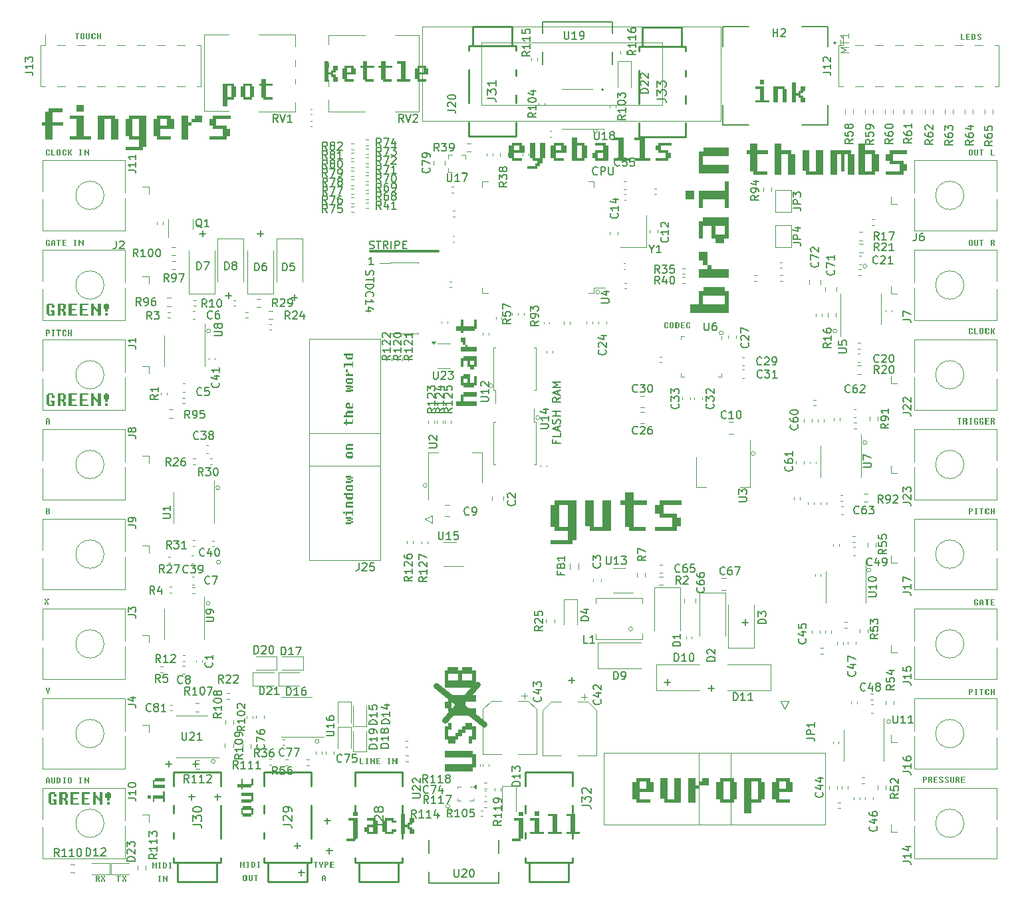
<source format=gbr>
G04 #@! TF.GenerationSoftware,KiCad,Pcbnew,7.0.11*
G04 #@! TF.CreationDate,2024-07-12T12:59:49+02:00*
G04 #@! TF.ProjectId,plinkyblack_hwmidi_jacks,706c696e-6b79-4626-9c61-636b5f68776d,rev?*
G04 #@! TF.SameCoordinates,Original*
G04 #@! TF.FileFunction,Legend,Top*
G04 #@! TF.FilePolarity,Positive*
%FSLAX46Y46*%
G04 Gerber Fmt 4.6, Leading zero omitted, Abs format (unit mm)*
G04 Created by KiCad (PCBNEW 7.0.11) date 2024-07-12 12:59:49*
%MOMM*%
%LPD*%
G01*
G04 APERTURE LIST*
%ADD10C,0.762000*%
%ADD11C,0.120000*%
%ADD12C,0.304800*%
%ADD13C,0.150000*%
%ADD14C,0.508000*%
%ADD15C,0.381000*%
%ADD16C,0.015000*%
%ADD17C,0.152000*%
%ADD18C,0.127000*%
%ADD19C,0.200000*%
%ADD20C,0.254000*%
G04 APERTURE END LIST*
D10*
X65595500Y-109474000D02*
X71628000Y-114427000D01*
D11*
X106172000Y-79883000D02*
G75*
G03*
X105664000Y-79883000I-254000J0D01*
G01*
X105664000Y-79883000D02*
G75*
G03*
X106172000Y-79883000I254000J0D01*
G01*
X123444000Y-114046000D02*
G75*
G03*
X122936000Y-114046000I-254000J0D01*
G01*
X122936000Y-114046000D02*
G75*
G03*
X123444000Y-114046000I254000J0D01*
G01*
X120396000Y-78486000D02*
G75*
G03*
X119888000Y-78486000I-254000J0D01*
G01*
X119888000Y-78486000D02*
G75*
G03*
X120396000Y-78486000I254000J0D01*
G01*
X67292409Y-124825832D02*
G75*
G03*
X66784409Y-124825832I-254000J0D01*
G01*
X66784409Y-124825832D02*
G75*
G03*
X67292409Y-124825832I254000J0D01*
G01*
X120904000Y-94742000D02*
G75*
G03*
X120396000Y-94742000I-254000J0D01*
G01*
X120396000Y-94742000D02*
G75*
G03*
X120904000Y-94742000I254000J0D01*
G01*
X50647694Y-116545561D02*
G75*
G03*
X50139694Y-116545561I-254000J0D01*
G01*
X50139694Y-116545561D02*
G75*
G03*
X50647694Y-116545561I254000J0D01*
G01*
X102108000Y-64516000D02*
G75*
G03*
X101600000Y-64516000I-254000J0D01*
G01*
X101600000Y-64516000D02*
G75*
G03*
X102108000Y-64516000I254000J0D01*
G01*
D12*
X57150000Y-54102000D02*
X65786000Y-54102000D01*
D11*
X120396000Y-56007000D02*
G75*
G03*
X119888000Y-56007000I-254000J0D01*
G01*
X119888000Y-56007000D02*
G75*
G03*
X120396000Y-56007000I254000J0D01*
G01*
X38100000Y-93726000D02*
G75*
G03*
X37592000Y-93726000I-254000J0D01*
G01*
X37592000Y-93726000D02*
G75*
G03*
X38100000Y-93726000I254000J0D01*
G01*
X36830000Y-64262000D02*
G75*
G03*
X36322000Y-64262000I-254000J0D01*
G01*
X36322000Y-64262000D02*
G75*
G03*
X36830000Y-64262000I254000J0D01*
G01*
X64389000Y-83947000D02*
G75*
G03*
X63881000Y-83947000I-254000J0D01*
G01*
X63881000Y-83947000D02*
G75*
G03*
X64389000Y-83947000I254000J0D01*
G01*
X37417852Y-119100032D02*
G75*
G03*
X36909852Y-119100032I-254000J0D01*
G01*
X36909852Y-119100032D02*
G75*
G03*
X37417852Y-119100032I254000J0D01*
G01*
D10*
X70802500Y-109347000D02*
X66675000Y-113855500D01*
D11*
X86360000Y-59309000D02*
G75*
G03*
X85852000Y-59309000I-254000J0D01*
G01*
X85852000Y-59309000D02*
G75*
G03*
X86360000Y-59309000I254000J0D01*
G01*
X72771000Y-71247000D02*
G75*
G03*
X72263000Y-71247000I-254000J0D01*
G01*
X72263000Y-71247000D02*
G75*
G03*
X72771000Y-71247000I254000J0D01*
G01*
X116586000Y-64262000D02*
G75*
G03*
X116078000Y-64262000I-254000J0D01*
G01*
X116078000Y-64262000D02*
G75*
G03*
X116586000Y-64262000I254000J0D01*
G01*
X86058356Y-38804926D02*
G75*
G03*
X85550356Y-38804926I-254000J0D01*
G01*
X85550356Y-38804926D02*
G75*
G03*
X86058356Y-38804926I254000J0D01*
G01*
X78740000Y-75311000D02*
G75*
G03*
X78232000Y-75311000I-254000J0D01*
G01*
X78232000Y-75311000D02*
G75*
G03*
X78740000Y-75311000I254000J0D01*
G01*
X37993977Y-84246979D02*
G75*
G03*
X37485977Y-84246979I-254000J0D01*
G01*
X37485977Y-84246979D02*
G75*
G03*
X37993977Y-84246979I254000J0D01*
G01*
X36770314Y-98983001D02*
G75*
G03*
X36262314Y-98983001I-254000J0D01*
G01*
X36262314Y-98983001D02*
G75*
G03*
X36770314Y-98983001I254000J0D01*
G01*
X90551000Y-102235000D02*
G75*
G03*
X90043000Y-102235000I-254000J0D01*
G01*
X90043000Y-102235000D02*
G75*
G03*
X90551000Y-102235000I254000J0D01*
G01*
D13*
G36*
X133865004Y-64571210D02*
G01*
X133783915Y-64571210D01*
X133783915Y-64665000D01*
X133440021Y-64665000D01*
X133440021Y-64571210D01*
X133346232Y-64571210D01*
X133346232Y-63961580D01*
X133440021Y-63961580D01*
X133440021Y-63883422D01*
X133783915Y-63883422D01*
X133783915Y-63977212D01*
X133865004Y-63977212D01*
X133865004Y-64149159D01*
X133690126Y-64149159D01*
X133690126Y-63970617D01*
X133521110Y-63970617D01*
X133521110Y-64577805D01*
X133690126Y-64577805D01*
X133690126Y-64399263D01*
X133865004Y-64399263D01*
X133865004Y-64571210D01*
G37*
G36*
X134569400Y-64665000D02*
G01*
X134045743Y-64665000D01*
X134045743Y-63883422D01*
X134220621Y-63883422D01*
X134220621Y-64577805D01*
X134569400Y-64577805D01*
X134569400Y-64665000D01*
G37*
G36*
X135182938Y-63961580D02*
G01*
X135264027Y-63961580D01*
X135264027Y-64571210D01*
X135182938Y-64571210D01*
X135182938Y-64665000D01*
X134839044Y-64665000D01*
X134839044Y-64571210D01*
X134745255Y-64571210D01*
X134745255Y-63970617D01*
X134920133Y-63970617D01*
X134920133Y-64577805D01*
X135089149Y-64577805D01*
X135089149Y-63970617D01*
X134920133Y-63970617D01*
X134745255Y-63970617D01*
X134745255Y-63961580D01*
X134839044Y-63961580D01*
X134839044Y-63883422D01*
X135182938Y-63883422D01*
X135182938Y-63961580D01*
G37*
G36*
X135963538Y-64571210D02*
G01*
X135882449Y-64571210D01*
X135882449Y-64665000D01*
X135538556Y-64665000D01*
X135538556Y-64571210D01*
X135444766Y-64571210D01*
X135444766Y-63961580D01*
X135538556Y-63961580D01*
X135538556Y-63883422D01*
X135882449Y-63883422D01*
X135882449Y-63977212D01*
X135963538Y-63977212D01*
X135963538Y-64149159D01*
X135788660Y-64149159D01*
X135788660Y-63970617D01*
X135619644Y-63970617D01*
X135619644Y-64577805D01*
X135788660Y-64577805D01*
X135788660Y-64399263D01*
X135963538Y-64399263D01*
X135963538Y-64571210D01*
G37*
G36*
X136663050Y-64665000D02*
G01*
X136488172Y-64665000D01*
X136488172Y-64493053D01*
X136407083Y-64493053D01*
X136407083Y-64314511D01*
X136319156Y-64314511D01*
X136319156Y-64665000D01*
X136144278Y-64665000D01*
X136144278Y-63883422D01*
X136319156Y-63883422D01*
X136319156Y-64227316D01*
X136407083Y-64227316D01*
X136407083Y-64055369D01*
X136488172Y-64055369D01*
X136488172Y-63883422D01*
X136663050Y-63883422D01*
X136663050Y-64055369D01*
X136581961Y-64055369D01*
X136581961Y-64227316D01*
X136488172Y-64227316D01*
X136488172Y-64314511D01*
X136581961Y-64314511D01*
X136581961Y-64493053D01*
X136663050Y-64493053D01*
X136663050Y-64665000D01*
G37*
D10*
G36*
X83397966Y-90890988D02*
G01*
X82883053Y-90890988D01*
X82883053Y-91444674D01*
X80103765Y-91444674D01*
X80103765Y-90890988D01*
X82287492Y-90890988D01*
X82287492Y-89757250D01*
X80659003Y-89757250D01*
X80659003Y-89203563D01*
X80103765Y-89203563D01*
X80103765Y-86481660D01*
X80659003Y-86481660D01*
X80659003Y-86439784D01*
X81214240Y-86439784D01*
X81214240Y-89203563D01*
X82287492Y-89203563D01*
X82287492Y-86439784D01*
X81214240Y-86439784D01*
X80659003Y-86439784D01*
X80659003Y-85886098D01*
X83397966Y-85886098D01*
X83397966Y-90890988D01*
G37*
G36*
X87839864Y-89757250D02*
G01*
X85100901Y-89757250D01*
X85100901Y-89161688D01*
X84545663Y-89161688D01*
X84545663Y-85886098D01*
X85656138Y-85886098D01*
X85656138Y-89203563D01*
X86729390Y-89203563D01*
X86729390Y-85886098D01*
X87839864Y-85886098D01*
X87839864Y-89757250D01*
G37*
G36*
X92263151Y-89757250D02*
G01*
X90079425Y-89757250D01*
X90079425Y-89260948D01*
X89564512Y-89260948D01*
X89564512Y-86439784D01*
X88987561Y-86439784D01*
X88987561Y-85886098D01*
X89564512Y-85886098D01*
X89564512Y-84794235D01*
X90674986Y-84794235D01*
X90674986Y-85886098D01*
X92362411Y-85886098D01*
X92362411Y-86439784D01*
X90674986Y-86439784D01*
X90674986Y-89203563D01*
X92263151Y-89203563D01*
X92263151Y-89757250D01*
G37*
G36*
X96723661Y-89161688D02*
G01*
X96208748Y-89161688D01*
X96208748Y-89757250D01*
X93429460Y-89757250D01*
X93429460Y-89203563D01*
X95613186Y-89203563D01*
X95613186Y-88069825D01*
X94025021Y-88069825D01*
X94025021Y-87516138D01*
X93429460Y-87516138D01*
X93429460Y-86481660D01*
X94025021Y-86481660D01*
X94025021Y-85886098D01*
X96804310Y-85886098D01*
X96804310Y-86439784D01*
X94539934Y-86439784D01*
X94539934Y-87516138D01*
X96208748Y-87516138D01*
X96208748Y-88069825D01*
X96723661Y-88069825D01*
X96723661Y-89161688D01*
G37*
G36*
X18039015Y-38127718D02*
G01*
X16689075Y-38127718D01*
X16689075Y-39908200D01*
X15800695Y-39908200D01*
X15800695Y-38127718D01*
X15339135Y-38127718D01*
X15339135Y-37684769D01*
X15800695Y-37684769D01*
X15800695Y-36334829D01*
X16212625Y-36334829D01*
X16212625Y-35937788D01*
X17959607Y-35937788D01*
X17959607Y-36380737D01*
X16689075Y-36380737D01*
X16689075Y-37684769D01*
X18039015Y-37684769D01*
X18039015Y-38127718D01*
G37*
G36*
X20654524Y-36334829D02*
G01*
X19766144Y-36334829D01*
X19766144Y-35461338D01*
X20654524Y-35461338D01*
X20654524Y-36334829D01*
G37*
G36*
X21592533Y-39908200D02*
G01*
X18892653Y-39908200D01*
X18892653Y-39465250D01*
X19766144Y-39465250D01*
X19766144Y-37254227D01*
X18892653Y-37254227D01*
X18892653Y-36811278D01*
X20654524Y-36811278D01*
X20654524Y-39465250D01*
X21592533Y-39465250D01*
X21592533Y-39908200D01*
G37*
G36*
X25081533Y-39908200D02*
G01*
X24193153Y-39908200D01*
X24193153Y-37254227D01*
X23334552Y-37254227D01*
X23334552Y-39908200D01*
X22446172Y-39908200D01*
X22446172Y-36811278D01*
X24637343Y-36811278D01*
X24637343Y-37287728D01*
X25081533Y-37287728D01*
X25081533Y-39908200D01*
G37*
G36*
X28635051Y-40815190D02*
G01*
X28223121Y-40815190D01*
X28223121Y-41258139D01*
X25999690Y-41258139D01*
X25999690Y-40815190D01*
X27746672Y-40815190D01*
X27746672Y-39908200D01*
X26443880Y-39908200D01*
X26443880Y-39465250D01*
X25999690Y-39465250D01*
X25999690Y-37287728D01*
X26443880Y-37287728D01*
X26443880Y-37254227D01*
X26888070Y-37254227D01*
X26888070Y-39465250D01*
X27746672Y-39465250D01*
X27746672Y-37254227D01*
X26888070Y-37254227D01*
X26443880Y-37254227D01*
X26443880Y-36811278D01*
X28635051Y-36811278D01*
X28635051Y-40815190D01*
G37*
G36*
X31776639Y-37287728D02*
G01*
X32188570Y-37287728D01*
X32188570Y-38558260D01*
X30441589Y-38558260D01*
X30441589Y-39465250D01*
X31776639Y-39465250D01*
X31776639Y-39908200D01*
X30029658Y-39908200D01*
X30029658Y-39465250D01*
X29553209Y-39465250D01*
X29553209Y-37287728D01*
X30029658Y-37287728D01*
X30029658Y-37254227D01*
X30441589Y-37254227D01*
X30441589Y-38115310D01*
X31300190Y-38115310D01*
X31300190Y-37254227D01*
X30441589Y-37254227D01*
X30029658Y-37254227D01*
X30029658Y-36811278D01*
X31776639Y-36811278D01*
X31776639Y-37287728D01*
G37*
G36*
X35742088Y-37684769D02*
G01*
X34424408Y-37684769D01*
X34424408Y-38127718D01*
X33995107Y-38127718D01*
X33995107Y-39908200D01*
X33106727Y-39908200D01*
X33106727Y-36811278D01*
X33995107Y-36811278D01*
X33995107Y-37684769D01*
X34424408Y-37684769D01*
X34424408Y-37241820D01*
X34853709Y-37241820D01*
X34853709Y-36811278D01*
X35742088Y-36811278D01*
X35742088Y-37684769D01*
G37*
G36*
X39295607Y-39431750D02*
G01*
X38883676Y-39431750D01*
X38883676Y-39908200D01*
X36660246Y-39908200D01*
X36660246Y-39465250D01*
X38407227Y-39465250D01*
X38407227Y-38558260D01*
X37136695Y-38558260D01*
X37136695Y-38115310D01*
X36660246Y-38115310D01*
X36660246Y-37287728D01*
X37136695Y-37287728D01*
X37136695Y-36811278D01*
X39360126Y-36811278D01*
X39360126Y-37254227D01*
X37548625Y-37254227D01*
X37548625Y-38115310D01*
X38883676Y-38115310D01*
X38883676Y-38558260D01*
X39295607Y-38558260D01*
X39295607Y-39431750D01*
G37*
G36*
X76482953Y-40653935D02*
G01*
X76791901Y-40653935D01*
X76791901Y-41606834D01*
X75481665Y-41606834D01*
X75481665Y-42287077D01*
X76482953Y-42287077D01*
X76482953Y-42619289D01*
X75172718Y-42619289D01*
X75172718Y-42287077D01*
X74815381Y-42287077D01*
X74815381Y-40653935D01*
X75172718Y-40653935D01*
X75172718Y-40628809D01*
X75481665Y-40628809D01*
X75481665Y-41274622D01*
X76125616Y-41274622D01*
X76125616Y-40628809D01*
X75481665Y-40628809D01*
X75172718Y-40628809D01*
X75172718Y-40296598D01*
X76482953Y-40296598D01*
X76482953Y-40653935D01*
G37*
G36*
X79457040Y-42261951D02*
G01*
X79099703Y-42261951D01*
X79099703Y-42959875D01*
X78790755Y-42959875D01*
X78790755Y-43299532D01*
X78433418Y-43299532D01*
X78433418Y-43631743D01*
X77123182Y-43631743D01*
X77123182Y-43299532D01*
X78135637Y-43299532D01*
X78135637Y-42959875D01*
X78433418Y-42959875D01*
X78433418Y-42619289D01*
X77802495Y-42619289D01*
X77802495Y-42261951D01*
X77469353Y-42261951D01*
X77469353Y-40296598D01*
X78135637Y-40296598D01*
X78135637Y-42287077D01*
X78790755Y-42287077D01*
X78790755Y-40296598D01*
X79457040Y-40296598D01*
X79457040Y-42261951D01*
G37*
G36*
X81813231Y-40653935D02*
G01*
X82122179Y-40653935D01*
X82122179Y-41606834D01*
X80811943Y-41606834D01*
X80811943Y-42287077D01*
X81813231Y-42287077D01*
X81813231Y-42619289D01*
X80502995Y-42619289D01*
X80502995Y-42287077D01*
X80145658Y-42287077D01*
X80145658Y-40653935D01*
X80502995Y-40653935D01*
X80502995Y-40628809D01*
X80811943Y-40628809D01*
X80811943Y-41274622D01*
X81455894Y-41274622D01*
X81455894Y-40628809D01*
X80811943Y-40628809D01*
X80502995Y-40628809D01*
X80502995Y-40296598D01*
X81813231Y-40296598D01*
X81813231Y-40653935D01*
G37*
G36*
X83477082Y-40296598D02*
G01*
X84454175Y-40296598D01*
X84454175Y-40653935D01*
X84787318Y-40653935D01*
X84787318Y-42287077D01*
X84454175Y-42287077D01*
X84454175Y-42619289D01*
X82810797Y-42619289D01*
X82810797Y-40628809D01*
X83477082Y-40628809D01*
X83477082Y-42287077D01*
X84121033Y-42287077D01*
X84121033Y-40628809D01*
X83477082Y-40628809D01*
X82810797Y-40628809D01*
X82810797Y-39641480D01*
X83477082Y-39641480D01*
X83477082Y-40296598D01*
G37*
G36*
X87143509Y-40628809D02*
G01*
X87452457Y-40628809D01*
X87452457Y-42619289D01*
X85833273Y-42619289D01*
X85833273Y-42261951D01*
X85475936Y-42261951D01*
X85475936Y-41606834D01*
X85833273Y-41606834D01*
X86142221Y-41606834D01*
X86142221Y-42287077D01*
X86786172Y-42287077D01*
X86786172Y-41606834D01*
X86142221Y-41606834D01*
X85833273Y-41606834D01*
X85833273Y-41274622D01*
X86786172Y-41274622D01*
X86786172Y-40628809D01*
X85833273Y-40628809D01*
X85833273Y-40296598D01*
X87143509Y-40296598D01*
X87143509Y-40628809D01*
G37*
G36*
X90165985Y-42619289D02*
G01*
X88141075Y-42619289D01*
X88141075Y-42287077D01*
X88796193Y-42287077D01*
X88796193Y-39973692D01*
X88141075Y-39973692D01*
X88141075Y-39641480D01*
X89462478Y-39641480D01*
X89462478Y-42287077D01*
X90165985Y-42287077D01*
X90165985Y-42619289D01*
G37*
G36*
X92831124Y-42619289D02*
G01*
X90806214Y-42619289D01*
X90806214Y-42287077D01*
X91461332Y-42287077D01*
X91461332Y-39973692D01*
X90806214Y-39973692D01*
X90806214Y-39641480D01*
X92127616Y-39641480D01*
X92127616Y-42287077D01*
X92831124Y-42287077D01*
X92831124Y-42619289D01*
G37*
G36*
X95447873Y-42261951D02*
G01*
X95138926Y-42261951D01*
X95138926Y-42619289D01*
X93471353Y-42619289D01*
X93471353Y-42287077D01*
X94781589Y-42287077D01*
X94781589Y-41606834D01*
X93828690Y-41606834D01*
X93828690Y-41274622D01*
X93471353Y-41274622D01*
X93471353Y-40653935D01*
X93828690Y-40653935D01*
X93828690Y-40296598D01*
X95496263Y-40296598D01*
X95496263Y-40628809D01*
X94137637Y-40628809D01*
X94137637Y-41274622D01*
X95138926Y-41274622D01*
X95138926Y-41606834D01*
X95447873Y-41606834D01*
X95447873Y-42261951D01*
G37*
G36*
X107686366Y-44358200D02*
G01*
X105939384Y-44358200D01*
X105939384Y-43961158D01*
X105527454Y-43961158D01*
X105527454Y-41704227D01*
X105065894Y-41704227D01*
X105065894Y-41261278D01*
X105527454Y-41261278D01*
X105527454Y-40387788D01*
X106415834Y-40387788D01*
X106415834Y-41261278D01*
X107765774Y-41261278D01*
X107765774Y-41704227D01*
X106415834Y-41704227D01*
X106415834Y-43915250D01*
X107686366Y-43915250D01*
X107686366Y-44358200D01*
G37*
G36*
X111254773Y-44358200D02*
G01*
X110366394Y-44358200D01*
X110366394Y-41704227D01*
X109507792Y-41704227D01*
X109507792Y-44358200D01*
X108619412Y-44358200D01*
X108619412Y-40387788D01*
X109507792Y-40387788D01*
X109507792Y-41261278D01*
X110810583Y-41261278D01*
X110810583Y-41737728D01*
X111254773Y-41737728D01*
X111254773Y-44358200D01*
G37*
G36*
X114808292Y-44358200D02*
G01*
X112617121Y-44358200D01*
X112617121Y-43881750D01*
X112172931Y-43881750D01*
X112172931Y-41261278D01*
X113061311Y-41261278D01*
X113061311Y-43915250D01*
X113919912Y-43915250D01*
X113919912Y-41261278D01*
X114808292Y-41261278D01*
X114808292Y-44358200D01*
G37*
G36*
X118838260Y-44358200D02*
G01*
X117949880Y-44358200D01*
X117949880Y-41704227D01*
X117552839Y-41704227D01*
X117552839Y-43921454D01*
X117076389Y-43921454D01*
X117076389Y-41704227D01*
X116614829Y-41704227D01*
X116614829Y-44358200D01*
X115726449Y-44358200D01*
X115726449Y-41261278D01*
X118394070Y-41261278D01*
X118394070Y-41737728D01*
X118838260Y-41737728D01*
X118838260Y-44358200D01*
G37*
G36*
X120168348Y-41261278D02*
G01*
X121471139Y-41261278D01*
X121471139Y-41737728D01*
X121915329Y-41737728D01*
X121915329Y-43915250D01*
X121471139Y-43915250D01*
X121471139Y-44358200D01*
X119279968Y-44358200D01*
X119279968Y-41704227D01*
X120168348Y-41704227D01*
X120168348Y-43915250D01*
X121026949Y-43915250D01*
X121026949Y-41704227D01*
X120168348Y-41704227D01*
X119279968Y-41704227D01*
X119279968Y-40387788D01*
X120168348Y-40387788D01*
X120168348Y-41261278D01*
G37*
G36*
X125468847Y-43881750D02*
G01*
X125056917Y-43881750D01*
X125056917Y-44358200D01*
X122833486Y-44358200D01*
X122833486Y-43915250D01*
X124580468Y-43915250D01*
X124580468Y-43008260D01*
X123309936Y-43008260D01*
X123309936Y-42565310D01*
X122833486Y-42565310D01*
X122833486Y-41737728D01*
X123309936Y-41737728D01*
X123309936Y-41261278D01*
X125533366Y-41261278D01*
X125533366Y-41704227D01*
X123721866Y-41704227D01*
X123721866Y-42565310D01*
X125056917Y-42565310D01*
X125056917Y-43008260D01*
X125468847Y-43008260D01*
X125468847Y-43881750D01*
G37*
G36*
X92789324Y-121737728D02*
G01*
X93201255Y-121737728D01*
X93201255Y-123008260D01*
X91454274Y-123008260D01*
X91454274Y-123915250D01*
X92789324Y-123915250D01*
X92789324Y-124358200D01*
X91042343Y-124358200D01*
X91042343Y-123915250D01*
X90565894Y-123915250D01*
X90565894Y-121737728D01*
X91042343Y-121737728D01*
X91042343Y-121704227D01*
X91454274Y-121704227D01*
X91454274Y-122565310D01*
X92312875Y-122565310D01*
X92312875Y-121704227D01*
X91454274Y-121704227D01*
X91042343Y-121704227D01*
X91042343Y-121261278D01*
X92789324Y-121261278D01*
X92789324Y-121737728D01*
G37*
G36*
X96754773Y-124358200D02*
G01*
X94563602Y-124358200D01*
X94563602Y-123881750D01*
X94119412Y-123881750D01*
X94119412Y-121261278D01*
X95007792Y-121261278D01*
X95007792Y-123915250D01*
X95866394Y-123915250D01*
X95866394Y-121261278D01*
X96754773Y-121261278D01*
X96754773Y-124358200D01*
G37*
G36*
X100308292Y-122134769D02*
G01*
X98990611Y-122134769D01*
X98990611Y-122577718D01*
X98561311Y-122577718D01*
X98561311Y-124358200D01*
X97672931Y-124358200D01*
X97672931Y-121261278D01*
X98561311Y-121261278D01*
X98561311Y-122134769D01*
X98990611Y-122134769D01*
X98990611Y-121691820D01*
X99419912Y-121691820D01*
X99419912Y-121261278D01*
X100308292Y-121261278D01*
X100308292Y-122134769D01*
G37*
G36*
X103449880Y-121737728D02*
G01*
X103861810Y-121737728D01*
X103861810Y-123915250D01*
X103449880Y-123915250D01*
X103449880Y-124358200D01*
X101702899Y-124358200D01*
X101702899Y-123915250D01*
X101226449Y-123915250D01*
X101226449Y-121737728D01*
X101702899Y-121737728D01*
X101702899Y-121704227D01*
X102114829Y-121704227D01*
X102114829Y-123915250D01*
X102973431Y-123915250D01*
X102973431Y-121704227D01*
X102114829Y-121704227D01*
X101702899Y-121704227D01*
X101702899Y-121261278D01*
X103449880Y-121261278D01*
X103449880Y-121737728D01*
G37*
G36*
X106971139Y-121737728D02*
G01*
X107415329Y-121737728D01*
X107415329Y-123915250D01*
X106971139Y-123915250D01*
X106971139Y-124358200D01*
X105668348Y-124358200D01*
X105668348Y-125708139D01*
X104779968Y-125708139D01*
X104779968Y-121704227D01*
X105668348Y-121704227D01*
X105668348Y-123915250D01*
X106526949Y-123915250D01*
X106526949Y-121704227D01*
X105668348Y-121704227D01*
X104779968Y-121704227D01*
X104779968Y-121261278D01*
X106971139Y-121261278D01*
X106971139Y-121737728D01*
G37*
G36*
X110556917Y-121737728D02*
G01*
X110968847Y-121737728D01*
X110968847Y-123008260D01*
X109221866Y-123008260D01*
X109221866Y-123915250D01*
X110556917Y-123915250D01*
X110556917Y-124358200D01*
X108809936Y-124358200D01*
X108809936Y-123915250D01*
X108333486Y-123915250D01*
X108333486Y-121737728D01*
X108809936Y-121737728D01*
X108809936Y-121704227D01*
X109221866Y-121704227D01*
X109221866Y-122565310D01*
X110080468Y-122565310D01*
X110080468Y-121704227D01*
X109221866Y-121704227D01*
X108809936Y-121704227D01*
X108809936Y-121261278D01*
X110556917Y-121261278D01*
X110556917Y-121737728D01*
G37*
D14*
G36*
X39798273Y-33068024D02*
G01*
X40086996Y-33068024D01*
X40086996Y-34483414D01*
X39798273Y-34483414D01*
X39798273Y-34771331D01*
X38951458Y-34771331D01*
X38951458Y-35648791D01*
X38374012Y-35648791D01*
X38374012Y-33046249D01*
X38951458Y-33046249D01*
X38951458Y-34483414D01*
X39509549Y-34483414D01*
X39509549Y-33046249D01*
X38951458Y-33046249D01*
X38374012Y-33046249D01*
X38374012Y-32758332D01*
X39798273Y-32758332D01*
X39798273Y-33068024D01*
G37*
G36*
X42129029Y-33068024D02*
G01*
X42396783Y-33068024D01*
X42396783Y-34483414D01*
X42129029Y-34483414D01*
X42129029Y-34771331D01*
X40993491Y-34771331D01*
X40993491Y-34483414D01*
X40683799Y-34483414D01*
X40683799Y-33068024D01*
X40993491Y-33068024D01*
X40993491Y-33046249D01*
X41261245Y-33046249D01*
X41261245Y-34483414D01*
X41819336Y-34483414D01*
X41819336Y-33046249D01*
X41261245Y-33046249D01*
X40993491Y-33046249D01*
X40993491Y-32758332D01*
X42129029Y-32758332D01*
X42129029Y-33068024D01*
G37*
G36*
X44696892Y-34771331D02*
G01*
X43561355Y-34771331D01*
X43561355Y-34513254D01*
X43293600Y-34513254D01*
X43293600Y-33046249D01*
X42993586Y-33046249D01*
X42993586Y-32758332D01*
X43293600Y-32758332D01*
X43293600Y-32190563D01*
X43871047Y-32190563D01*
X43871047Y-32758332D01*
X44748508Y-32758332D01*
X44748508Y-33046249D01*
X43871047Y-33046249D01*
X43871047Y-34483414D01*
X44696892Y-34483414D01*
X44696892Y-34771331D01*
G37*
G36*
X53005315Y-32485331D02*
G01*
X52427868Y-32485331D01*
X52427868Y-31917562D01*
X52160114Y-31917562D01*
X52160114Y-31607870D01*
X51869777Y-31607870D01*
X51869777Y-32485331D01*
X51292331Y-32485331D01*
X51292331Y-29904563D01*
X51869777Y-29904563D01*
X51869777Y-31319953D01*
X52160114Y-31319953D01*
X52160114Y-31040101D01*
X52427868Y-31040101D01*
X52427868Y-30472332D01*
X53005315Y-30472332D01*
X53005315Y-31040101D01*
X52737560Y-31040101D01*
X52737560Y-31319953D01*
X52427868Y-31319953D01*
X52427868Y-31607870D01*
X52737560Y-31607870D01*
X52737560Y-31917562D01*
X53005315Y-31917562D01*
X53005315Y-32485331D01*
G37*
G36*
X55047348Y-30782024D02*
G01*
X55315102Y-30782024D01*
X55315102Y-31607870D01*
X54179564Y-31607870D01*
X54179564Y-32197414D01*
X55047348Y-32197414D01*
X55047348Y-32485331D01*
X53911810Y-32485331D01*
X53911810Y-32197414D01*
X53602118Y-32197414D01*
X53602118Y-30782024D01*
X53911810Y-30782024D01*
X53911810Y-30760249D01*
X54179564Y-30760249D01*
X54179564Y-31319953D01*
X54737655Y-31319953D01*
X54737655Y-30760249D01*
X54179564Y-30760249D01*
X53911810Y-30760249D01*
X53911810Y-30472332D01*
X55047348Y-30472332D01*
X55047348Y-30782024D01*
G37*
G36*
X57615211Y-32485331D02*
G01*
X56479674Y-32485331D01*
X56479674Y-32227254D01*
X56211919Y-32227254D01*
X56211919Y-30760249D01*
X55911905Y-30760249D01*
X55911905Y-30472332D01*
X56211919Y-30472332D01*
X56211919Y-29904563D01*
X56789366Y-29904563D01*
X56789366Y-30472332D01*
X57666827Y-30472332D01*
X57666827Y-30760249D01*
X56789366Y-30760249D01*
X56789366Y-32197414D01*
X57615211Y-32197414D01*
X57615211Y-32485331D01*
G37*
G36*
X59924998Y-32485331D02*
G01*
X58789461Y-32485331D01*
X58789461Y-32227254D01*
X58521706Y-32227254D01*
X58521706Y-30760249D01*
X58221692Y-30760249D01*
X58221692Y-30472332D01*
X58521706Y-30472332D01*
X58521706Y-29904563D01*
X59099153Y-29904563D01*
X59099153Y-30472332D01*
X59976614Y-30472332D01*
X59976614Y-30760249D01*
X59099153Y-30760249D01*
X59099153Y-32197414D01*
X59924998Y-32197414D01*
X59924998Y-32485331D01*
G37*
G36*
X62286401Y-32485331D02*
G01*
X60531479Y-32485331D01*
X60531479Y-32197414D01*
X61099248Y-32197414D01*
X61099248Y-30192480D01*
X60531479Y-30192480D01*
X60531479Y-29904563D01*
X61676694Y-29904563D01*
X61676694Y-32197414D01*
X62286401Y-32197414D01*
X62286401Y-32485331D01*
G37*
G36*
X64286496Y-30782024D02*
G01*
X64554250Y-30782024D01*
X64554250Y-31607870D01*
X63418712Y-31607870D01*
X63418712Y-32197414D01*
X64286496Y-32197414D01*
X64286496Y-32485331D01*
X63150958Y-32485331D01*
X63150958Y-32197414D01*
X62841266Y-32197414D01*
X62841266Y-30782024D01*
X63150958Y-30782024D01*
X63150958Y-30760249D01*
X63418712Y-30760249D01*
X63418712Y-31319953D01*
X63976803Y-31319953D01*
X63976803Y-30760249D01*
X63418712Y-30760249D01*
X63150958Y-30760249D01*
X63150958Y-30472332D01*
X64286496Y-30472332D01*
X64286496Y-30782024D01*
G37*
G36*
X76635347Y-126099255D02*
G01*
X76057901Y-126099255D01*
X76057901Y-125531486D01*
X76635347Y-125531486D01*
X76635347Y-126099255D01*
G37*
G36*
X76635347Y-128959875D02*
G01*
X76325655Y-128959875D01*
X76325655Y-129247791D01*
X75190118Y-129247791D01*
X75190118Y-128959875D01*
X76057901Y-128959875D01*
X76057901Y-126645249D01*
X75478841Y-126645249D01*
X75478841Y-126357332D01*
X76635347Y-126357332D01*
X76635347Y-128959875D01*
G37*
G36*
X78645120Y-126047640D02*
G01*
X78067674Y-126047640D01*
X78067674Y-125479871D01*
X78645120Y-125479871D01*
X78645120Y-126047640D01*
G37*
G36*
X79254827Y-128370331D02*
G01*
X77499905Y-128370331D01*
X77499905Y-128082414D01*
X78067674Y-128082414D01*
X78067674Y-126645249D01*
X77499905Y-126645249D01*
X77499905Y-126357332D01*
X78645120Y-126357332D01*
X78645120Y-128082414D01*
X79254827Y-128082414D01*
X79254827Y-128370331D01*
G37*
G36*
X81564614Y-128370331D02*
G01*
X79809692Y-128370331D01*
X79809692Y-128082414D01*
X80377461Y-128082414D01*
X80377461Y-126077480D01*
X79809692Y-126077480D01*
X79809692Y-125789563D01*
X80954907Y-125789563D01*
X80954907Y-128082414D01*
X81564614Y-128082414D01*
X81564614Y-128370331D01*
G37*
G36*
X83874401Y-128370331D02*
G01*
X82119479Y-128370331D01*
X82119479Y-128082414D01*
X82687248Y-128082414D01*
X82687248Y-126077480D01*
X82119479Y-126077480D01*
X82119479Y-125789563D01*
X83264694Y-125789563D01*
X83264694Y-128082414D01*
X83874401Y-128082414D01*
X83874401Y-128370331D01*
G37*
D10*
G36*
X70211158Y-117745225D02*
G01*
X70211158Y-118157156D01*
X70608200Y-118157156D01*
X70608200Y-119904137D01*
X70211158Y-119904137D01*
X70211158Y-120380586D01*
X66637788Y-120380586D01*
X66637788Y-119492206D01*
X70165250Y-119492206D01*
X70165250Y-118633605D01*
X66637788Y-118633605D01*
X66637788Y-117745225D01*
X70211158Y-117745225D01*
G37*
G36*
X70131750Y-114191707D02*
G01*
X70131750Y-114603637D01*
X70608200Y-114603637D01*
X70608200Y-116350618D01*
X70131750Y-116350618D01*
X70131750Y-116827068D01*
X69734709Y-116827068D01*
X69734709Y-115938688D01*
X70165250Y-115938688D01*
X70165250Y-115065197D01*
X69258260Y-115065197D01*
X69258260Y-115477128D01*
X68838885Y-115477128D01*
X68838885Y-115938688D01*
X68384769Y-115938688D01*
X68384769Y-116350618D01*
X67987728Y-116350618D01*
X67987728Y-116827068D01*
X67114237Y-116827068D01*
X67114237Y-116350618D01*
X66637788Y-116350618D01*
X66637788Y-114603637D01*
X67068329Y-114603637D01*
X67068329Y-114191707D01*
X67511278Y-114191707D01*
X67511278Y-115065197D01*
X67080737Y-115065197D01*
X67080737Y-115938688D01*
X67987728Y-115938688D01*
X67987728Y-115477128D01*
X68384769Y-115477128D01*
X68384769Y-115065197D01*
X68838885Y-115065197D01*
X68838885Y-114603637D01*
X69258260Y-114603637D01*
X69258260Y-114191707D01*
X70131750Y-114191707D01*
G37*
G36*
X70608200Y-111511679D02*
G01*
X69258260Y-111511679D01*
X69258260Y-112385169D01*
X70608200Y-112385169D01*
X70608200Y-113273549D01*
X67511278Y-113273549D01*
X67511278Y-112797100D01*
X67074533Y-112797100D01*
X67074533Y-112385169D01*
X66637788Y-112385169D01*
X66637788Y-111511679D01*
X67074533Y-111511679D01*
X67511278Y-111511679D01*
X67511278Y-112385169D01*
X68815310Y-112385169D01*
X68815310Y-111511679D01*
X67511278Y-111511679D01*
X67074533Y-111511679D01*
X67074533Y-111050119D01*
X67511278Y-111050119D01*
X67511278Y-110638188D01*
X70608200Y-110638188D01*
X70608200Y-111511679D01*
G37*
G36*
X68384769Y-107528860D02*
G01*
X68861218Y-107528860D01*
X68861218Y-107084670D01*
X70165250Y-107084670D01*
X70165250Y-107528860D01*
X70608200Y-107528860D01*
X70608200Y-109720031D01*
X66637788Y-109720031D01*
X66637788Y-107973049D01*
X67080737Y-107973049D01*
X67080737Y-108831651D01*
X68384769Y-108831651D01*
X68384769Y-107973049D01*
X68827718Y-107973049D01*
X68827718Y-108831651D01*
X70165250Y-108831651D01*
X70165250Y-107973049D01*
X68827718Y-107973049D01*
X68384769Y-107973049D01*
X67080737Y-107973049D01*
X66637788Y-107973049D01*
X66637788Y-107528860D01*
X67034829Y-107528860D01*
X67034829Y-107084670D01*
X68384769Y-107084670D01*
X68384769Y-107528860D01*
G37*
D14*
G36*
X70712331Y-72077790D02*
G01*
X70712331Y-72655237D01*
X68987249Y-72655237D01*
X68987249Y-73213328D01*
X70712331Y-73213328D01*
X70712331Y-73790774D01*
X68131563Y-73790774D01*
X68131563Y-73213328D01*
X68699332Y-73213328D01*
X68699332Y-72366513D01*
X69009024Y-72366513D01*
X69009024Y-72077790D01*
X70712331Y-72077790D01*
G37*
G36*
X69834870Y-70903541D02*
G01*
X70424414Y-70903541D01*
X70424414Y-70035757D01*
X70712331Y-70035757D01*
X70712331Y-71171295D01*
X70424414Y-71171295D01*
X70424414Y-71480987D01*
X69009024Y-71480987D01*
X69009024Y-71171295D01*
X68699332Y-71171295D01*
X68699332Y-70345450D01*
X68987249Y-70345450D01*
X68987249Y-70903541D01*
X69546953Y-70903541D01*
X69546953Y-70345450D01*
X68987249Y-70345450D01*
X68699332Y-70345450D01*
X68699332Y-70035757D01*
X69009024Y-70035757D01*
X69009024Y-69768003D01*
X69834870Y-69768003D01*
X69834870Y-70903541D01*
G37*
G36*
X70712331Y-68861508D02*
G01*
X70402638Y-68861508D01*
X70402638Y-69171200D01*
X69834870Y-69171200D01*
X69834870Y-68861508D01*
X69546953Y-68861508D01*
X69546953Y-68035663D01*
X69834870Y-68035663D01*
X69834870Y-68593754D01*
X70424414Y-68593754D01*
X70424414Y-68035663D01*
X69834870Y-68035663D01*
X69546953Y-68035663D01*
X68987249Y-68035663D01*
X68987249Y-68861508D01*
X68699332Y-68861508D01*
X68699332Y-67725970D01*
X68987249Y-67725970D01*
X68987249Y-67458216D01*
X70712331Y-67458216D01*
X70712331Y-68861508D01*
G37*
G36*
X69267101Y-65148429D02*
G01*
X69267101Y-66004921D01*
X69555018Y-66004921D01*
X69555018Y-66283967D01*
X70712331Y-66283967D01*
X70712331Y-66861413D01*
X68699332Y-66861413D01*
X68699332Y-66283967D01*
X69267101Y-66283967D01*
X69267101Y-66004921D01*
X68979184Y-66004921D01*
X68979184Y-65725876D01*
X68699332Y-65725876D01*
X68699332Y-65148429D01*
X69267101Y-65148429D01*
G37*
G36*
X70712331Y-62848320D02*
G01*
X70712331Y-63983857D01*
X70454254Y-63983857D01*
X70454254Y-64251612D01*
X68987249Y-64251612D01*
X68987249Y-64551626D01*
X68699332Y-64551626D01*
X68699332Y-64251612D01*
X68131563Y-64251612D01*
X68131563Y-63674165D01*
X68699332Y-63674165D01*
X68699332Y-62796704D01*
X68987249Y-62796704D01*
X68987249Y-63674165D01*
X70424414Y-63674165D01*
X70424414Y-62848320D01*
X70712331Y-62848320D01*
G37*
D13*
X86090082Y-44282978D02*
X86042463Y-44330598D01*
X86042463Y-44330598D02*
X85899606Y-44378217D01*
X85899606Y-44378217D02*
X85804368Y-44378217D01*
X85804368Y-44378217D02*
X85661511Y-44330598D01*
X85661511Y-44330598D02*
X85566273Y-44235359D01*
X85566273Y-44235359D02*
X85518654Y-44140121D01*
X85518654Y-44140121D02*
X85471035Y-43949645D01*
X85471035Y-43949645D02*
X85471035Y-43806788D01*
X85471035Y-43806788D02*
X85518654Y-43616312D01*
X85518654Y-43616312D02*
X85566273Y-43521074D01*
X85566273Y-43521074D02*
X85661511Y-43425836D01*
X85661511Y-43425836D02*
X85804368Y-43378217D01*
X85804368Y-43378217D02*
X85899606Y-43378217D01*
X85899606Y-43378217D02*
X86042463Y-43425836D01*
X86042463Y-43425836D02*
X86090082Y-43473455D01*
X86518654Y-44378217D02*
X86518654Y-43378217D01*
X86518654Y-43378217D02*
X86899606Y-43378217D01*
X86899606Y-43378217D02*
X86994844Y-43425836D01*
X86994844Y-43425836D02*
X87042463Y-43473455D01*
X87042463Y-43473455D02*
X87090082Y-43568693D01*
X87090082Y-43568693D02*
X87090082Y-43711550D01*
X87090082Y-43711550D02*
X87042463Y-43806788D01*
X87042463Y-43806788D02*
X86994844Y-43854407D01*
X86994844Y-43854407D02*
X86899606Y-43902026D01*
X86899606Y-43902026D02*
X86518654Y-43902026D01*
X87518654Y-43378217D02*
X87518654Y-44187740D01*
X87518654Y-44187740D02*
X87566273Y-44282978D01*
X87566273Y-44282978D02*
X87613892Y-44330598D01*
X87613892Y-44330598D02*
X87709130Y-44378217D01*
X87709130Y-44378217D02*
X87899606Y-44378217D01*
X87899606Y-44378217D02*
X87994844Y-44330598D01*
X87994844Y-44330598D02*
X88042463Y-44282978D01*
X88042463Y-44282978D02*
X88090082Y-44187740D01*
X88090082Y-44187740D02*
X88090082Y-43378217D01*
X56615800Y-56562952D02*
X56568180Y-56705809D01*
X56568180Y-56705809D02*
X56568180Y-56943904D01*
X56568180Y-56943904D02*
X56615800Y-57039142D01*
X56615800Y-57039142D02*
X56663419Y-57086761D01*
X56663419Y-57086761D02*
X56758657Y-57134380D01*
X56758657Y-57134380D02*
X56853895Y-57134380D01*
X56853895Y-57134380D02*
X56949133Y-57086761D01*
X56949133Y-57086761D02*
X56996752Y-57039142D01*
X56996752Y-57039142D02*
X57044371Y-56943904D01*
X57044371Y-56943904D02*
X57091990Y-56753428D01*
X57091990Y-56753428D02*
X57139609Y-56658190D01*
X57139609Y-56658190D02*
X57187228Y-56610571D01*
X57187228Y-56610571D02*
X57282466Y-56562952D01*
X57282466Y-56562952D02*
X57377704Y-56562952D01*
X57377704Y-56562952D02*
X57472942Y-56610571D01*
X57472942Y-56610571D02*
X57520561Y-56658190D01*
X57520561Y-56658190D02*
X57568180Y-56753428D01*
X57568180Y-56753428D02*
X57568180Y-56991523D01*
X57568180Y-56991523D02*
X57520561Y-57134380D01*
X57568180Y-57420095D02*
X57568180Y-57991523D01*
X56568180Y-57705809D02*
X57568180Y-57705809D01*
X56568180Y-58324857D02*
X57568180Y-58324857D01*
X57568180Y-58324857D02*
X57568180Y-58562952D01*
X57568180Y-58562952D02*
X57520561Y-58705809D01*
X57520561Y-58705809D02*
X57425323Y-58801047D01*
X57425323Y-58801047D02*
X57330085Y-58848666D01*
X57330085Y-58848666D02*
X57139609Y-58896285D01*
X57139609Y-58896285D02*
X56996752Y-58896285D01*
X56996752Y-58896285D02*
X56806276Y-58848666D01*
X56806276Y-58848666D02*
X56711038Y-58801047D01*
X56711038Y-58801047D02*
X56615800Y-58705809D01*
X56615800Y-58705809D02*
X56568180Y-58562952D01*
X56568180Y-58562952D02*
X56568180Y-58324857D01*
X56663419Y-59896285D02*
X56615800Y-59848666D01*
X56615800Y-59848666D02*
X56568180Y-59705809D01*
X56568180Y-59705809D02*
X56568180Y-59610571D01*
X56568180Y-59610571D02*
X56615800Y-59467714D01*
X56615800Y-59467714D02*
X56711038Y-59372476D01*
X56711038Y-59372476D02*
X56806276Y-59324857D01*
X56806276Y-59324857D02*
X56996752Y-59277238D01*
X56996752Y-59277238D02*
X57139609Y-59277238D01*
X57139609Y-59277238D02*
X57330085Y-59324857D01*
X57330085Y-59324857D02*
X57425323Y-59372476D01*
X57425323Y-59372476D02*
X57520561Y-59467714D01*
X57520561Y-59467714D02*
X57568180Y-59610571D01*
X57568180Y-59610571D02*
X57568180Y-59705809D01*
X57568180Y-59705809D02*
X57520561Y-59848666D01*
X57520561Y-59848666D02*
X57472942Y-59896285D01*
X56568180Y-60848666D02*
X56568180Y-60277238D01*
X56568180Y-60562952D02*
X57568180Y-60562952D01*
X57568180Y-60562952D02*
X57425323Y-60467714D01*
X57425323Y-60467714D02*
X57330085Y-60372476D01*
X57330085Y-60372476D02*
X57282466Y-60277238D01*
X57234847Y-61705809D02*
X56568180Y-61705809D01*
X57615800Y-61467714D02*
X56901514Y-61229619D01*
X56901514Y-61229619D02*
X56901514Y-61848666D01*
G36*
X56321132Y-119464550D02*
G01*
X55797476Y-119464550D01*
X55797476Y-118682972D01*
X55972354Y-118682972D01*
X55972354Y-119377355D01*
X56321132Y-119377355D01*
X56321132Y-119464550D01*
G37*
G36*
X56919039Y-119464550D02*
G01*
X56575145Y-119464550D01*
X56575145Y-119377355D01*
X56666003Y-119377355D01*
X56666003Y-118770167D01*
X56575145Y-118770167D01*
X56575145Y-118682972D01*
X56919039Y-118682972D01*
X56919039Y-118770167D01*
X56840881Y-118770167D01*
X56840881Y-119377355D01*
X56919039Y-119377355D01*
X56919039Y-119464550D01*
G37*
G36*
X57809060Y-119464550D02*
G01*
X57634182Y-119464550D01*
X57634182Y-119198813D01*
X57546743Y-119198813D01*
X57546743Y-119120656D01*
X57459060Y-119120656D01*
X57459060Y-119026866D01*
X57371377Y-119026866D01*
X57371377Y-119464550D01*
X57196499Y-119464550D01*
X57196499Y-118682972D01*
X57371377Y-118682972D01*
X57371377Y-118854919D01*
X57459060Y-118854919D01*
X57459060Y-118948709D01*
X57546743Y-118948709D01*
X57546743Y-119026866D01*
X57634182Y-119026866D01*
X57634182Y-118682972D01*
X57809060Y-118682972D01*
X57809060Y-119464550D01*
G37*
G36*
X58419667Y-119464550D02*
G01*
X57896010Y-119464550D01*
X57896010Y-118682972D01*
X58419667Y-118682972D01*
X58419667Y-118770167D01*
X58070888Y-118770167D01*
X58070888Y-119026866D01*
X58333693Y-119026866D01*
X58333693Y-119114061D01*
X58070888Y-119114061D01*
X58070888Y-119377355D01*
X58419667Y-119377355D01*
X58419667Y-119464550D01*
G37*
G36*
X59717085Y-119464550D02*
G01*
X59373191Y-119464550D01*
X59373191Y-119377355D01*
X59464049Y-119377355D01*
X59464049Y-118770167D01*
X59373191Y-118770167D01*
X59373191Y-118682972D01*
X59717085Y-118682972D01*
X59717085Y-118770167D01*
X59638927Y-118770167D01*
X59638927Y-119377355D01*
X59717085Y-119377355D01*
X59717085Y-119464550D01*
G37*
G36*
X60607106Y-119464550D02*
G01*
X60432228Y-119464550D01*
X60432228Y-119198813D01*
X60344789Y-119198813D01*
X60344789Y-119120656D01*
X60257106Y-119120656D01*
X60257106Y-119026866D01*
X60169423Y-119026866D01*
X60169423Y-119464550D01*
X59994545Y-119464550D01*
X59994545Y-118682972D01*
X60169423Y-118682972D01*
X60169423Y-118854919D01*
X60257106Y-118854919D01*
X60257106Y-118948709D01*
X60344789Y-118948709D01*
X60344789Y-119026866D01*
X60432228Y-119026866D01*
X60432228Y-118682972D01*
X60607106Y-118682972D01*
X60607106Y-119464550D01*
G37*
X94615048Y-109039866D02*
X95376953Y-109039866D01*
X94996000Y-109420819D02*
X94996000Y-108658914D01*
X100203048Y-109801866D02*
X100964953Y-109801866D01*
X100584000Y-110182819D02*
X100584000Y-109420914D01*
X104521048Y-101419866D02*
X105282953Y-101419866D01*
X104902000Y-101800819D02*
X104902000Y-101038914D01*
D15*
G36*
X16980502Y-62343280D02*
G01*
X16116937Y-62343280D01*
X16116937Y-62152700D01*
X15926357Y-62152700D01*
X15926357Y-60913931D01*
X16116937Y-60913931D01*
X16116937Y-60755115D01*
X16815729Y-60755115D01*
X16815729Y-60945695D01*
X16980502Y-60945695D01*
X16980502Y-61295091D01*
X16625150Y-61295091D01*
X16625150Y-60932294D01*
X16281709Y-60932294D01*
X16281709Y-62166100D01*
X16625150Y-62166100D01*
X16625150Y-61803304D01*
X16453429Y-61803304D01*
X16453429Y-61626124D01*
X16980502Y-61626124D01*
X16980502Y-62343280D01*
G37*
G36*
X18237137Y-60913931D02*
G01*
X18401909Y-60913931D01*
X18401909Y-61453907D01*
X18237137Y-61453907D01*
X18237137Y-61803304D01*
X18401909Y-61803304D01*
X18401909Y-62343280D01*
X18046557Y-62343280D01*
X18046557Y-61803304D01*
X17881785Y-61803304D01*
X17881785Y-61631087D01*
X17703117Y-61631087D01*
X17703117Y-62343280D01*
X17347765Y-62343280D01*
X17347765Y-60932294D01*
X17703117Y-60932294D01*
X17703117Y-61453907D01*
X18046557Y-61453907D01*
X18046557Y-60932294D01*
X17703117Y-60932294D01*
X17347765Y-60932294D01*
X17347765Y-60755115D01*
X18237137Y-60755115D01*
X18237137Y-60913931D01*
G37*
G36*
X19833242Y-62343280D02*
G01*
X18769172Y-62343280D01*
X18769172Y-60755115D01*
X19833242Y-60755115D01*
X19833242Y-60932294D01*
X19124524Y-60932294D01*
X19124524Y-61453907D01*
X19658544Y-61453907D01*
X19658544Y-61631087D01*
X19124524Y-61631087D01*
X19124524Y-62166100D01*
X19833242Y-62166100D01*
X19833242Y-62343280D01*
G37*
G36*
X21254650Y-62343280D02*
G01*
X20190579Y-62343280D01*
X20190579Y-60755115D01*
X21254650Y-60755115D01*
X21254650Y-60932294D01*
X20545931Y-60932294D01*
X20545931Y-61453907D01*
X21079952Y-61453907D01*
X21079952Y-61631087D01*
X20545931Y-61631087D01*
X20545931Y-62166100D01*
X21254650Y-62166100D01*
X21254650Y-62343280D01*
G37*
G36*
X22856711Y-62343280D02*
G01*
X22501359Y-62343280D01*
X22501359Y-61803304D01*
X22323683Y-61803304D01*
X22323683Y-61644487D01*
X22145511Y-61644487D01*
X22145511Y-61453907D01*
X21967339Y-61453907D01*
X21967339Y-62343280D01*
X21611987Y-62343280D01*
X21611987Y-60755115D01*
X21967339Y-60755115D01*
X21967339Y-61104511D01*
X22145511Y-61104511D01*
X22145511Y-61295091D01*
X22323683Y-61295091D01*
X22323683Y-61453907D01*
X22501359Y-61453907D01*
X22501359Y-60755115D01*
X22856711Y-60755115D01*
X22856711Y-62343280D01*
G37*
G36*
X23891003Y-61453907D02*
G01*
X23732187Y-61453907D01*
X23732187Y-61803304D01*
X23376835Y-61803304D01*
X23376835Y-61453907D01*
X23192211Y-61453907D01*
X23192211Y-60913931D01*
X23376835Y-60913931D01*
X23376835Y-60755115D01*
X23732187Y-60755115D01*
X23732187Y-60913931D01*
X23891003Y-60913931D01*
X23891003Y-61453907D01*
G37*
G36*
X23732187Y-62343280D02*
G01*
X23376835Y-62343280D01*
X23376835Y-61993883D01*
X23732187Y-61993883D01*
X23732187Y-62343280D01*
G37*
D14*
G36*
X55555347Y-126099255D02*
G01*
X54977901Y-126099255D01*
X54977901Y-125531486D01*
X55555347Y-125531486D01*
X55555347Y-126099255D01*
G37*
G36*
X55555347Y-128959875D02*
G01*
X55245655Y-128959875D01*
X55245655Y-129247791D01*
X54110118Y-129247791D01*
X54110118Y-128959875D01*
X54977901Y-128959875D01*
X54977901Y-126645249D01*
X54398841Y-126645249D01*
X54398841Y-126357332D01*
X55555347Y-126357332D01*
X55555347Y-128959875D01*
G37*
G36*
X57865135Y-126645249D02*
G01*
X58132889Y-126645249D01*
X58132889Y-128370331D01*
X56729597Y-128370331D01*
X56729597Y-128060638D01*
X56419905Y-128060638D01*
X56419905Y-127492870D01*
X56729597Y-127492870D01*
X56997351Y-127492870D01*
X56997351Y-128082414D01*
X57555442Y-128082414D01*
X57555442Y-127492870D01*
X56997351Y-127492870D01*
X56729597Y-127492870D01*
X56729597Y-127204953D01*
X57555442Y-127204953D01*
X57555442Y-126645249D01*
X56729597Y-126645249D01*
X56729597Y-126357332D01*
X57865135Y-126357332D01*
X57865135Y-126645249D01*
G37*
G36*
X60442676Y-128082414D02*
G01*
X60174922Y-128082414D01*
X60174922Y-128370331D01*
X59039384Y-128370331D01*
X59039384Y-128082414D01*
X58729692Y-128082414D01*
X58729692Y-126667024D01*
X59039384Y-126667024D01*
X59039384Y-126357332D01*
X60174922Y-126357332D01*
X60174922Y-126637184D01*
X60442676Y-126637184D01*
X60442676Y-126925101D01*
X59865229Y-126925101D01*
X59865229Y-126645249D01*
X59307138Y-126645249D01*
X59307138Y-128082414D01*
X59865229Y-128082414D01*
X59865229Y-127802562D01*
X60442676Y-127802562D01*
X60442676Y-128082414D01*
G37*
G36*
X62752463Y-128370331D02*
G01*
X62175016Y-128370331D01*
X62175016Y-127802562D01*
X61907262Y-127802562D01*
X61907262Y-127492870D01*
X61616925Y-127492870D01*
X61616925Y-128370331D01*
X61039479Y-128370331D01*
X61039479Y-125789563D01*
X61616925Y-125789563D01*
X61616925Y-127204953D01*
X61907262Y-127204953D01*
X61907262Y-126925101D01*
X62175016Y-126925101D01*
X62175016Y-126357332D01*
X62752463Y-126357332D01*
X62752463Y-126925101D01*
X62484709Y-126925101D01*
X62484709Y-127204953D01*
X62175016Y-127204953D01*
X62175016Y-127492870D01*
X62484709Y-127492870D01*
X62484709Y-127802562D01*
X62752463Y-127802562D01*
X62752463Y-128370331D01*
G37*
D13*
X35433048Y-51889866D02*
X36194953Y-51889866D01*
X35814000Y-52270819D02*
X35814000Y-51508914D01*
X38735048Y-59763866D02*
X39496953Y-59763866D01*
X39116000Y-60144819D02*
X39116000Y-59382914D01*
X42799048Y-51889866D02*
X43560953Y-51889866D01*
X43180000Y-52270819D02*
X43180000Y-51508914D01*
X47117048Y-60017866D02*
X47878953Y-60017866D01*
X47498000Y-60398819D02*
X47498000Y-59636914D01*
D14*
G36*
X107337227Y-32829640D02*
G01*
X106759780Y-32829640D01*
X106759780Y-32261871D01*
X107337227Y-32261871D01*
X107337227Y-32829640D01*
G37*
G36*
X107946934Y-35152331D02*
G01*
X106192012Y-35152331D01*
X106192012Y-34864414D01*
X106759780Y-34864414D01*
X106759780Y-33427249D01*
X106192012Y-33427249D01*
X106192012Y-33139332D01*
X107337227Y-33139332D01*
X107337227Y-34864414D01*
X107946934Y-34864414D01*
X107946934Y-35152331D01*
G37*
G36*
X110214783Y-35152331D02*
G01*
X109637336Y-35152331D01*
X109637336Y-33427249D01*
X109079245Y-33427249D01*
X109079245Y-35152331D01*
X108501799Y-35152331D01*
X108501799Y-33139332D01*
X109926060Y-33139332D01*
X109926060Y-33449024D01*
X110214783Y-33449024D01*
X110214783Y-35152331D01*
G37*
G36*
X112524570Y-35152331D02*
G01*
X111947123Y-35152331D01*
X111947123Y-34584562D01*
X111679369Y-34584562D01*
X111679369Y-34274870D01*
X111389032Y-34274870D01*
X111389032Y-35152331D01*
X110811586Y-35152331D01*
X110811586Y-32571563D01*
X111389032Y-32571563D01*
X111389032Y-33986953D01*
X111679369Y-33986953D01*
X111679369Y-33707101D01*
X111947123Y-33707101D01*
X111947123Y-33139332D01*
X112524570Y-33139332D01*
X112524570Y-33707101D01*
X112256816Y-33707101D01*
X112256816Y-33986953D01*
X111947123Y-33986953D01*
X111947123Y-34274870D01*
X112256816Y-34274870D01*
X112256816Y-34584562D01*
X112524570Y-34584562D01*
X112524570Y-35152331D01*
G37*
D13*
G36*
X132478681Y-75470617D02*
G01*
X132294034Y-75470617D01*
X132294034Y-76165000D01*
X132119156Y-76165000D01*
X132119156Y-75470617D01*
X131947209Y-75470617D01*
X131947209Y-75383422D01*
X132478681Y-75383422D01*
X132478681Y-75470617D01*
G37*
G36*
X133084403Y-75461580D02*
G01*
X133165492Y-75461580D01*
X133165492Y-75727316D01*
X133084403Y-75727316D01*
X133084403Y-75899263D01*
X133165492Y-75899263D01*
X133165492Y-76165000D01*
X132990614Y-76165000D01*
X132990614Y-75899263D01*
X132909526Y-75899263D01*
X132909526Y-75814511D01*
X132821598Y-75814511D01*
X132821598Y-76165000D01*
X132646720Y-76165000D01*
X132646720Y-75470617D01*
X132821598Y-75470617D01*
X132821598Y-75727316D01*
X132990614Y-75727316D01*
X132990614Y-75470617D01*
X132821598Y-75470617D01*
X132646720Y-75470617D01*
X132646720Y-75383422D01*
X133084403Y-75383422D01*
X133084403Y-75461580D01*
G37*
G36*
X133768283Y-76165000D02*
G01*
X133424389Y-76165000D01*
X133424389Y-76077805D01*
X133515248Y-76077805D01*
X133515248Y-75470617D01*
X133424389Y-75470617D01*
X133424389Y-75383422D01*
X133768283Y-75383422D01*
X133768283Y-75470617D01*
X133690126Y-75470617D01*
X133690126Y-76077805D01*
X133768283Y-76077805D01*
X133768283Y-76165000D01*
G37*
G36*
X134564515Y-76165000D02*
G01*
X134139533Y-76165000D01*
X134139533Y-76071210D01*
X134045743Y-76071210D01*
X134045743Y-75461580D01*
X134139533Y-75461580D01*
X134139533Y-75383422D01*
X134483426Y-75383422D01*
X134483426Y-75477212D01*
X134564515Y-75477212D01*
X134564515Y-75649159D01*
X134389637Y-75649159D01*
X134389637Y-75470617D01*
X134220621Y-75470617D01*
X134220621Y-76077805D01*
X134389637Y-76077805D01*
X134389637Y-75899263D01*
X134305129Y-75899263D01*
X134305129Y-75812069D01*
X134564515Y-75812069D01*
X134564515Y-76165000D01*
G37*
G36*
X135264027Y-76165000D02*
G01*
X134839044Y-76165000D01*
X134839044Y-76071210D01*
X134745255Y-76071210D01*
X134745255Y-75461580D01*
X134839044Y-75461580D01*
X134839044Y-75383422D01*
X135182938Y-75383422D01*
X135182938Y-75477212D01*
X135264027Y-75477212D01*
X135264027Y-75649159D01*
X135089149Y-75649159D01*
X135089149Y-75470617D01*
X134920133Y-75470617D01*
X134920133Y-76077805D01*
X135089149Y-76077805D01*
X135089149Y-75899263D01*
X135004641Y-75899263D01*
X135004641Y-75812069D01*
X135264027Y-75812069D01*
X135264027Y-76165000D01*
G37*
G36*
X135968423Y-76165000D02*
G01*
X135444766Y-76165000D01*
X135444766Y-75383422D01*
X135968423Y-75383422D01*
X135968423Y-75470617D01*
X135619644Y-75470617D01*
X135619644Y-75727316D01*
X135882450Y-75727316D01*
X135882450Y-75814511D01*
X135619644Y-75814511D01*
X135619644Y-76077805D01*
X135968423Y-76077805D01*
X135968423Y-76165000D01*
G37*
G36*
X136581961Y-75461580D02*
G01*
X136663050Y-75461580D01*
X136663050Y-75727316D01*
X136581961Y-75727316D01*
X136581961Y-75899263D01*
X136663050Y-75899263D01*
X136663050Y-76165000D01*
X136488172Y-76165000D01*
X136488172Y-75899263D01*
X136407083Y-75899263D01*
X136407083Y-75814511D01*
X136319156Y-75814511D01*
X136319156Y-76165000D01*
X136144278Y-76165000D01*
X136144278Y-75470617D01*
X136319156Y-75470617D01*
X136319156Y-75727316D01*
X136488172Y-75727316D01*
X136488172Y-75470617D01*
X136319156Y-75470617D01*
X136144278Y-75470617D01*
X136144278Y-75383422D01*
X136581961Y-75383422D01*
X136581961Y-75461580D01*
G37*
G36*
X134564515Y-99221000D02*
G01*
X134139532Y-99221000D01*
X134139532Y-99127210D01*
X134045743Y-99127210D01*
X134045743Y-98517580D01*
X134139532Y-98517580D01*
X134139532Y-98439422D01*
X134483426Y-98439422D01*
X134483426Y-98533212D01*
X134564515Y-98533212D01*
X134564515Y-98705159D01*
X134389637Y-98705159D01*
X134389637Y-98526617D01*
X134220621Y-98526617D01*
X134220621Y-99133805D01*
X134389637Y-99133805D01*
X134389637Y-98955263D01*
X134305129Y-98955263D01*
X134305129Y-98868069D01*
X134564515Y-98868069D01*
X134564515Y-99221000D01*
G37*
G36*
X135092079Y-98525396D02*
G01*
X135182937Y-98525396D01*
X135182937Y-98611369D01*
X135264026Y-98611369D01*
X135264026Y-99221000D01*
X135092079Y-99221000D01*
X135092079Y-98955263D01*
X134920132Y-98955263D01*
X134920132Y-99221000D01*
X134745254Y-99221000D01*
X134745254Y-98611369D01*
X134839044Y-98611369D01*
X134920132Y-98611369D01*
X134920132Y-98868069D01*
X135092079Y-98868069D01*
X135092079Y-98611369D01*
X134920132Y-98611369D01*
X134839044Y-98611369D01*
X134839044Y-98525396D01*
X134920132Y-98525396D01*
X134920132Y-98439422D01*
X135092079Y-98439422D01*
X135092079Y-98525396D01*
G37*
G36*
X135976238Y-98526617D02*
G01*
X135791591Y-98526617D01*
X135791591Y-99221000D01*
X135616713Y-99221000D01*
X135616713Y-98526617D01*
X135444766Y-98526617D01*
X135444766Y-98439422D01*
X135976238Y-98439422D01*
X135976238Y-98526617D01*
G37*
G36*
X136667934Y-99221000D02*
G01*
X136144277Y-99221000D01*
X136144277Y-98439422D01*
X136667934Y-98439422D01*
X136667934Y-98526617D01*
X136319155Y-98526617D01*
X136319155Y-98783316D01*
X136581960Y-98783316D01*
X136581960Y-98870511D01*
X136319155Y-98870511D01*
X136319155Y-99133805D01*
X136667934Y-99133805D01*
X136667934Y-99221000D01*
G37*
G36*
X133777565Y-109961580D02*
G01*
X133865004Y-109961580D01*
X133865004Y-110227316D01*
X133777565Y-110227316D01*
X133777565Y-110314511D01*
X133521110Y-110314511D01*
X133521110Y-110665000D01*
X133346232Y-110665000D01*
X133346232Y-109970617D01*
X133521110Y-109970617D01*
X133521110Y-110227316D01*
X133690126Y-110227316D01*
X133690126Y-109970617D01*
X133521110Y-109970617D01*
X133346232Y-109970617D01*
X133346232Y-109883422D01*
X133777565Y-109883422D01*
X133777565Y-109961580D01*
G37*
G36*
X134467795Y-110665000D02*
G01*
X134123901Y-110665000D01*
X134123901Y-110577805D01*
X134214759Y-110577805D01*
X134214759Y-109970617D01*
X134123901Y-109970617D01*
X134123901Y-109883422D01*
X134467795Y-109883422D01*
X134467795Y-109970617D01*
X134389637Y-109970617D01*
X134389637Y-110577805D01*
X134467795Y-110577805D01*
X134467795Y-110665000D01*
G37*
G36*
X135276727Y-109970617D02*
G01*
X135092080Y-109970617D01*
X135092080Y-110665000D01*
X134917202Y-110665000D01*
X134917202Y-109970617D01*
X134745255Y-109970617D01*
X134745255Y-109883422D01*
X135276727Y-109883422D01*
X135276727Y-109970617D01*
G37*
G36*
X135963538Y-110571210D02*
G01*
X135882449Y-110571210D01*
X135882449Y-110665000D01*
X135538556Y-110665000D01*
X135538556Y-110571210D01*
X135444766Y-110571210D01*
X135444766Y-109961580D01*
X135538556Y-109961580D01*
X135538556Y-109883422D01*
X135882449Y-109883422D01*
X135882449Y-109977212D01*
X135963538Y-109977212D01*
X135963538Y-110149159D01*
X135788660Y-110149159D01*
X135788660Y-109970617D01*
X135619644Y-109970617D01*
X135619644Y-110577805D01*
X135788660Y-110577805D01*
X135788660Y-110399263D01*
X135963538Y-110399263D01*
X135963538Y-110571210D01*
G37*
G36*
X136663050Y-110665000D02*
G01*
X136488172Y-110665000D01*
X136488172Y-110314511D01*
X136319156Y-110314511D01*
X136319156Y-110665000D01*
X136144278Y-110665000D01*
X136144278Y-109883422D01*
X136319156Y-109883422D01*
X136319156Y-110227316D01*
X136494034Y-110227316D01*
X136494034Y-109883422D01*
X136663050Y-109883422D01*
X136663050Y-110665000D01*
G37*
G36*
X127929030Y-121123580D02*
G01*
X128016469Y-121123580D01*
X128016469Y-121389316D01*
X127929030Y-121389316D01*
X127929030Y-121476511D01*
X127672575Y-121476511D01*
X127672575Y-121827000D01*
X127497697Y-121827000D01*
X127497697Y-121132617D01*
X127672575Y-121132617D01*
X127672575Y-121389316D01*
X127841591Y-121389316D01*
X127841591Y-121132617D01*
X127672575Y-121132617D01*
X127497697Y-121132617D01*
X127497697Y-121045422D01*
X127929030Y-121045422D01*
X127929030Y-121123580D01*
G37*
G36*
X128634891Y-121123580D02*
G01*
X128715980Y-121123580D01*
X128715980Y-121389316D01*
X128634891Y-121389316D01*
X128634891Y-121561263D01*
X128715980Y-121561263D01*
X128715980Y-121827000D01*
X128541102Y-121827000D01*
X128541102Y-121561263D01*
X128460014Y-121561263D01*
X128460014Y-121476511D01*
X128372086Y-121476511D01*
X128372086Y-121827000D01*
X128197208Y-121827000D01*
X128197208Y-121132617D01*
X128372086Y-121132617D01*
X128372086Y-121389316D01*
X128541102Y-121389316D01*
X128541102Y-121132617D01*
X128372086Y-121132617D01*
X128197208Y-121132617D01*
X128197208Y-121045422D01*
X128634891Y-121045422D01*
X128634891Y-121123580D01*
G37*
G36*
X129420376Y-121827000D02*
G01*
X128896720Y-121827000D01*
X128896720Y-121045422D01*
X129420376Y-121045422D01*
X129420376Y-121132617D01*
X129071598Y-121132617D01*
X129071598Y-121389316D01*
X129334403Y-121389316D01*
X129334403Y-121476511D01*
X129071598Y-121476511D01*
X129071598Y-121739805D01*
X129420376Y-121739805D01*
X129420376Y-121827000D01*
G37*
G36*
X130115003Y-121733210D02*
G01*
X130033914Y-121733210D01*
X130033914Y-121827000D01*
X129690021Y-121827000D01*
X129690021Y-121733210D01*
X129596231Y-121733210D01*
X129596231Y-121655053D01*
X129771109Y-121655053D01*
X129771109Y-121739805D01*
X129943056Y-121739805D01*
X129943056Y-121561263D01*
X129861968Y-121561263D01*
X129861968Y-121478709D01*
X129771109Y-121478709D01*
X129771109Y-121389316D01*
X129690021Y-121389316D01*
X129690021Y-121311159D01*
X129596231Y-121311159D01*
X129596231Y-121139212D01*
X129690021Y-121139212D01*
X129690021Y-121045422D01*
X130033914Y-121045422D01*
X130033914Y-121130175D01*
X130115003Y-121130175D01*
X130115003Y-121217369D01*
X129943056Y-121217369D01*
X129943056Y-121132617D01*
X129771109Y-121132617D01*
X129771109Y-121311159D01*
X129861968Y-121311159D01*
X129861968Y-121389316D01*
X129943056Y-121389316D01*
X129943056Y-121478709D01*
X130033914Y-121478709D01*
X130033914Y-121561263D01*
X130115003Y-121561263D01*
X130115003Y-121733210D01*
G37*
G36*
X130814515Y-121733210D02*
G01*
X130733426Y-121733210D01*
X130733426Y-121827000D01*
X130389532Y-121827000D01*
X130389532Y-121733210D01*
X130295743Y-121733210D01*
X130295743Y-121655053D01*
X130470621Y-121655053D01*
X130470621Y-121739805D01*
X130642568Y-121739805D01*
X130642568Y-121561263D01*
X130561479Y-121561263D01*
X130561479Y-121478709D01*
X130470621Y-121478709D01*
X130470621Y-121389316D01*
X130389532Y-121389316D01*
X130389532Y-121311159D01*
X130295743Y-121311159D01*
X130295743Y-121139212D01*
X130389532Y-121139212D01*
X130389532Y-121045422D01*
X130733426Y-121045422D01*
X130733426Y-121130175D01*
X130814515Y-121130175D01*
X130814515Y-121217369D01*
X130642568Y-121217369D01*
X130642568Y-121132617D01*
X130470621Y-121132617D01*
X130470621Y-121311159D01*
X130561479Y-121311159D01*
X130561479Y-121389316D01*
X130642568Y-121389316D01*
X130642568Y-121478709D01*
X130733426Y-121478709D01*
X130733426Y-121561263D01*
X130814515Y-121561263D01*
X130814515Y-121733210D01*
G37*
G36*
X131514026Y-121748842D02*
G01*
X131432938Y-121748842D01*
X131432938Y-121827000D01*
X131089044Y-121827000D01*
X131089044Y-121748842D01*
X130995254Y-121748842D01*
X130995254Y-121045422D01*
X131170132Y-121045422D01*
X131170132Y-121739805D01*
X131339148Y-121739805D01*
X131339148Y-121045422D01*
X131514026Y-121045422D01*
X131514026Y-121748842D01*
G37*
G36*
X132132449Y-121123580D02*
G01*
X132213538Y-121123580D01*
X132213538Y-121389316D01*
X132132449Y-121389316D01*
X132132449Y-121561263D01*
X132213538Y-121561263D01*
X132213538Y-121827000D01*
X132038660Y-121827000D01*
X132038660Y-121561263D01*
X131957571Y-121561263D01*
X131957571Y-121476511D01*
X131869644Y-121476511D01*
X131869644Y-121827000D01*
X131694766Y-121827000D01*
X131694766Y-121132617D01*
X131869644Y-121132617D01*
X131869644Y-121389316D01*
X132038660Y-121389316D01*
X132038660Y-121132617D01*
X131869644Y-121132617D01*
X131694766Y-121132617D01*
X131694766Y-121045422D01*
X132132449Y-121045422D01*
X132132449Y-121123580D01*
G37*
G36*
X132917934Y-121827000D02*
G01*
X132394277Y-121827000D01*
X132394277Y-121045422D01*
X132917934Y-121045422D01*
X132917934Y-121132617D01*
X132569155Y-121132617D01*
X132569155Y-121389316D01*
X132831961Y-121389316D01*
X132831961Y-121476511D01*
X132569155Y-121476511D01*
X132569155Y-121739805D01*
X132917934Y-121739805D01*
X132917934Y-121827000D01*
G37*
G36*
X16190614Y-75469396D02*
G01*
X16281472Y-75469396D01*
X16281472Y-75555369D01*
X16362561Y-75555369D01*
X16362561Y-76165000D01*
X16190614Y-76165000D01*
X16190614Y-75899263D01*
X16018667Y-75899263D01*
X16018667Y-76165000D01*
X15843789Y-76165000D01*
X15843789Y-75555369D01*
X15937578Y-75555369D01*
X16018667Y-75555369D01*
X16018667Y-75812069D01*
X16190614Y-75812069D01*
X16190614Y-75555369D01*
X16018667Y-75555369D01*
X15937578Y-75555369D01*
X15937578Y-75469396D01*
X16018667Y-75469396D01*
X16018667Y-75383422D01*
X16190614Y-75383422D01*
X16190614Y-75469396D01*
G37*
G36*
X16275122Y-86961580D02*
G01*
X16362561Y-86961580D01*
X16362561Y-87227316D01*
X16275122Y-87227316D01*
X16275122Y-87321106D01*
X16362561Y-87321106D01*
X16362561Y-87577805D01*
X16275122Y-87577805D01*
X16275122Y-87665000D01*
X15843789Y-87665000D01*
X15843789Y-87314511D01*
X16018667Y-87314511D01*
X16018667Y-87577805D01*
X16187683Y-87577805D01*
X16187683Y-87314511D01*
X16018667Y-87314511D01*
X15843789Y-87314511D01*
X15843789Y-86970617D01*
X16018667Y-86970617D01*
X16018667Y-87227316D01*
X16187683Y-87227316D01*
X16187683Y-86970617D01*
X16018667Y-86970617D01*
X15843789Y-86970617D01*
X15843789Y-86883422D01*
X16275122Y-86883422D01*
X16275122Y-86961580D01*
G37*
G36*
X16233561Y-99165000D02*
G01*
X16061614Y-99165000D01*
X16061614Y-98899263D01*
X15980525Y-98899263D01*
X15980525Y-98821106D01*
X15886736Y-98821106D01*
X15886736Y-99165000D01*
X15714789Y-99165000D01*
X15714789Y-98899263D01*
X15792946Y-98899263D01*
X15792946Y-98821106D01*
X15886736Y-98821106D01*
X15886736Y-98633527D01*
X15805647Y-98633527D01*
X15805647Y-98555369D01*
X15714789Y-98555369D01*
X15714789Y-98383422D01*
X15889667Y-98383422D01*
X15889667Y-98555369D01*
X15980525Y-98555369D01*
X15980525Y-98633527D01*
X16061614Y-98633527D01*
X16061614Y-98383422D01*
X16238445Y-98383422D01*
X16238445Y-98555369D01*
X16152472Y-98555369D01*
X16152472Y-98633527D01*
X16061614Y-98633527D01*
X16061614Y-98821106D01*
X16152472Y-98821106D01*
X16152472Y-98899263D01*
X16233561Y-98899263D01*
X16233561Y-99165000D01*
G37*
G36*
X16362561Y-110086316D02*
G01*
X16281472Y-110086316D01*
X16281472Y-110174000D01*
X16190614Y-110174000D01*
X16190614Y-110524000D01*
X16018667Y-110524000D01*
X16018667Y-110174000D01*
X15937578Y-110174000D01*
X15937578Y-110086316D01*
X15843789Y-110086316D01*
X15843789Y-109742422D01*
X16018667Y-109742422D01*
X16018667Y-110086316D01*
X16190614Y-110086316D01*
X16190614Y-109742422D01*
X16362561Y-109742422D01*
X16362561Y-110086316D01*
G37*
X34544048Y-119453866D02*
X35305953Y-119453866D01*
X34925000Y-119834819D02*
X34925000Y-119072914D01*
X31115048Y-119453866D02*
X31876953Y-119453866D01*
X31496000Y-119834819D02*
X31496000Y-119072914D01*
X34036048Y-123644866D02*
X34797953Y-123644866D01*
X34417000Y-124025819D02*
X34417000Y-123263914D01*
X37338048Y-123644866D02*
X38099953Y-123644866D01*
X37719000Y-124025819D02*
X37719000Y-123263914D01*
X47498048Y-129867866D02*
X48259953Y-129867866D01*
X47879000Y-130248819D02*
X47879000Y-129486914D01*
X48006048Y-133296866D02*
X48767953Y-133296866D01*
X48387000Y-133677819D02*
X48387000Y-132915914D01*
X51308048Y-126692866D02*
X52069953Y-126692866D01*
X51689000Y-127073819D02*
X51689000Y-126311914D01*
X51562048Y-130502866D02*
X52323953Y-130502866D01*
X51943000Y-130883819D02*
X51943000Y-130121914D01*
G36*
X16362561Y-41821210D02*
G01*
X16281472Y-41821210D01*
X16281472Y-41915000D01*
X15937578Y-41915000D01*
X15937578Y-41821210D01*
X15843789Y-41821210D01*
X15843789Y-41211580D01*
X15937578Y-41211580D01*
X15937578Y-41133422D01*
X16281472Y-41133422D01*
X16281472Y-41227212D01*
X16362561Y-41227212D01*
X16362561Y-41399159D01*
X16187683Y-41399159D01*
X16187683Y-41220617D01*
X16018667Y-41220617D01*
X16018667Y-41827805D01*
X16187683Y-41827805D01*
X16187683Y-41649263D01*
X16362561Y-41649263D01*
X16362561Y-41821210D01*
G37*
G36*
X17066957Y-41915000D02*
G01*
X16543300Y-41915000D01*
X16543300Y-41133422D01*
X16718178Y-41133422D01*
X16718178Y-41827805D01*
X17066957Y-41827805D01*
X17066957Y-41915000D01*
G37*
G36*
X17680495Y-41211580D02*
G01*
X17761584Y-41211580D01*
X17761584Y-41821210D01*
X17680495Y-41821210D01*
X17680495Y-41915000D01*
X17336601Y-41915000D01*
X17336601Y-41821210D01*
X17242812Y-41821210D01*
X17242812Y-41220617D01*
X17417690Y-41220617D01*
X17417690Y-41827805D01*
X17586706Y-41827805D01*
X17586706Y-41220617D01*
X17417690Y-41220617D01*
X17242812Y-41220617D01*
X17242812Y-41211580D01*
X17336601Y-41211580D01*
X17336601Y-41133422D01*
X17680495Y-41133422D01*
X17680495Y-41211580D01*
G37*
G36*
X18461095Y-41821210D02*
G01*
X18380006Y-41821210D01*
X18380006Y-41915000D01*
X18036113Y-41915000D01*
X18036113Y-41821210D01*
X17942323Y-41821210D01*
X17942323Y-41211580D01*
X18036113Y-41211580D01*
X18036113Y-41133422D01*
X18380006Y-41133422D01*
X18380006Y-41227212D01*
X18461095Y-41227212D01*
X18461095Y-41399159D01*
X18286217Y-41399159D01*
X18286217Y-41220617D01*
X18117201Y-41220617D01*
X18117201Y-41827805D01*
X18286217Y-41827805D01*
X18286217Y-41649263D01*
X18461095Y-41649263D01*
X18461095Y-41821210D01*
G37*
G36*
X19160607Y-41915000D02*
G01*
X18985729Y-41915000D01*
X18985729Y-41743053D01*
X18904640Y-41743053D01*
X18904640Y-41564511D01*
X18816713Y-41564511D01*
X18816713Y-41915000D01*
X18641835Y-41915000D01*
X18641835Y-41133422D01*
X18816713Y-41133422D01*
X18816713Y-41477316D01*
X18904640Y-41477316D01*
X18904640Y-41305369D01*
X18985729Y-41305369D01*
X18985729Y-41133422D01*
X19160607Y-41133422D01*
X19160607Y-41305369D01*
X19079518Y-41305369D01*
X19079518Y-41477316D01*
X18985729Y-41477316D01*
X18985729Y-41564511D01*
X19079518Y-41564511D01*
X19079518Y-41743053D01*
X19160607Y-41743053D01*
X19160607Y-41915000D01*
G37*
G36*
X20462909Y-41915000D02*
G01*
X20119016Y-41915000D01*
X20119016Y-41827805D01*
X20209874Y-41827805D01*
X20209874Y-41220617D01*
X20119016Y-41220617D01*
X20119016Y-41133422D01*
X20462909Y-41133422D01*
X20462909Y-41220617D01*
X20384752Y-41220617D01*
X20384752Y-41827805D01*
X20462909Y-41827805D01*
X20462909Y-41915000D01*
G37*
G36*
X21352930Y-41915000D02*
G01*
X21178053Y-41915000D01*
X21178053Y-41649263D01*
X21090614Y-41649263D01*
X21090614Y-41571106D01*
X21002930Y-41571106D01*
X21002930Y-41477316D01*
X20915247Y-41477316D01*
X20915247Y-41915000D01*
X20740369Y-41915000D01*
X20740369Y-41133422D01*
X20915247Y-41133422D01*
X20915247Y-41305369D01*
X21002930Y-41305369D01*
X21002930Y-41399159D01*
X21090614Y-41399159D01*
X21090614Y-41477316D01*
X21178053Y-41477316D01*
X21178053Y-41133422D01*
X21352930Y-41133422D01*
X21352930Y-41915000D01*
G37*
G36*
X16275122Y-64211580D02*
G01*
X16362561Y-64211580D01*
X16362561Y-64477316D01*
X16275122Y-64477316D01*
X16275122Y-64564511D01*
X16018667Y-64564511D01*
X16018667Y-64915000D01*
X15843789Y-64915000D01*
X15843789Y-64220617D01*
X16018667Y-64220617D01*
X16018667Y-64477316D01*
X16187683Y-64477316D01*
X16187683Y-64220617D01*
X16018667Y-64220617D01*
X15843789Y-64220617D01*
X15843789Y-64133422D01*
X16275122Y-64133422D01*
X16275122Y-64211580D01*
G37*
G36*
X16965352Y-64915000D02*
G01*
X16621458Y-64915000D01*
X16621458Y-64827805D01*
X16712316Y-64827805D01*
X16712316Y-64220617D01*
X16621458Y-64220617D01*
X16621458Y-64133422D01*
X16965352Y-64133422D01*
X16965352Y-64220617D01*
X16887194Y-64220617D01*
X16887194Y-64827805D01*
X16965352Y-64827805D01*
X16965352Y-64915000D01*
G37*
G36*
X17774284Y-64220617D02*
G01*
X17589637Y-64220617D01*
X17589637Y-64915000D01*
X17414759Y-64915000D01*
X17414759Y-64220617D01*
X17242812Y-64220617D01*
X17242812Y-64133422D01*
X17774284Y-64133422D01*
X17774284Y-64220617D01*
G37*
G36*
X18461095Y-64821210D02*
G01*
X18380006Y-64821210D01*
X18380006Y-64915000D01*
X18036113Y-64915000D01*
X18036113Y-64821210D01*
X17942323Y-64821210D01*
X17942323Y-64211580D01*
X18036113Y-64211580D01*
X18036113Y-64133422D01*
X18380006Y-64133422D01*
X18380006Y-64227212D01*
X18461095Y-64227212D01*
X18461095Y-64399159D01*
X18286217Y-64399159D01*
X18286217Y-64220617D01*
X18117201Y-64220617D01*
X18117201Y-64827805D01*
X18286217Y-64827805D01*
X18286217Y-64649263D01*
X18461095Y-64649263D01*
X18461095Y-64821210D01*
G37*
G36*
X19160607Y-64915000D02*
G01*
X18985729Y-64915000D01*
X18985729Y-64564511D01*
X18816713Y-64564511D01*
X18816713Y-64915000D01*
X18641835Y-64915000D01*
X18641835Y-64133422D01*
X18816713Y-64133422D01*
X18816713Y-64477316D01*
X18991591Y-64477316D01*
X18991591Y-64133422D01*
X19160607Y-64133422D01*
X19160607Y-64915000D01*
G37*
G36*
X25392395Y-133775629D02*
G01*
X25207748Y-133775629D01*
X25207748Y-134470012D01*
X25032870Y-134470012D01*
X25032870Y-133775629D01*
X24860923Y-133775629D01*
X24860923Y-133688434D01*
X25392395Y-133688434D01*
X25392395Y-133775629D01*
G37*
G36*
X26079206Y-134470012D02*
G01*
X25907259Y-134470012D01*
X25907259Y-134204275D01*
X25826170Y-134204275D01*
X25826170Y-134126118D01*
X25732381Y-134126118D01*
X25732381Y-134470012D01*
X25560434Y-134470012D01*
X25560434Y-134204275D01*
X25638592Y-134204275D01*
X25638592Y-134126118D01*
X25732381Y-134126118D01*
X25732381Y-133938539D01*
X25651293Y-133938539D01*
X25651293Y-133860381D01*
X25560434Y-133860381D01*
X25560434Y-133688434D01*
X25735312Y-133688434D01*
X25735312Y-133860381D01*
X25826170Y-133860381D01*
X25826170Y-133938539D01*
X25907259Y-133938539D01*
X25907259Y-133688434D01*
X26084091Y-133688434D01*
X26084091Y-133860381D01*
X25998117Y-133860381D01*
X25998117Y-133938539D01*
X25907259Y-133938539D01*
X25907259Y-134126118D01*
X25998117Y-134126118D01*
X25998117Y-134204275D01*
X26079206Y-134204275D01*
X26079206Y-134470012D01*
G37*
X82423048Y-108785866D02*
X83184953Y-108785866D01*
X82804000Y-109166819D02*
X82804000Y-108404914D01*
X57562714Y-55826819D02*
X56991286Y-55826819D01*
X57277000Y-55826819D02*
X57277000Y-54826819D01*
X57277000Y-54826819D02*
X57181762Y-54969676D01*
X57181762Y-54969676D02*
X57086524Y-55064914D01*
X57086524Y-55064914D02*
X56991286Y-55112533D01*
G36*
X20085483Y-26390617D02*
G01*
X19900836Y-26390617D01*
X19900836Y-27085000D01*
X19725958Y-27085000D01*
X19725958Y-26390617D01*
X19554011Y-26390617D01*
X19554011Y-26303422D01*
X20085483Y-26303422D01*
X20085483Y-26390617D01*
G37*
G36*
X20691205Y-26381580D02*
G01*
X20772294Y-26381580D01*
X20772294Y-26991210D01*
X20691205Y-26991210D01*
X20691205Y-27085000D01*
X20347312Y-27085000D01*
X20347312Y-26991210D01*
X20253522Y-26991210D01*
X20253522Y-26390617D01*
X20428400Y-26390617D01*
X20428400Y-26997805D01*
X20597416Y-26997805D01*
X20597416Y-26390617D01*
X20428400Y-26390617D01*
X20253522Y-26390617D01*
X20253522Y-26381580D01*
X20347312Y-26381580D01*
X20347312Y-26303422D01*
X20691205Y-26303422D01*
X20691205Y-26381580D01*
G37*
G36*
X21471806Y-27006842D02*
G01*
X21390717Y-27006842D01*
X21390717Y-27085000D01*
X21046823Y-27085000D01*
X21046823Y-27006842D01*
X20953034Y-27006842D01*
X20953034Y-26303422D01*
X21127912Y-26303422D01*
X21127912Y-26997805D01*
X21296928Y-26997805D01*
X21296928Y-26303422D01*
X21471806Y-26303422D01*
X21471806Y-27006842D01*
G37*
G36*
X22171317Y-26991210D02*
G01*
X22090228Y-26991210D01*
X22090228Y-27085000D01*
X21746335Y-27085000D01*
X21746335Y-26991210D01*
X21652545Y-26991210D01*
X21652545Y-26381580D01*
X21746335Y-26381580D01*
X21746335Y-26303422D01*
X22090228Y-26303422D01*
X22090228Y-26397212D01*
X22171317Y-26397212D01*
X22171317Y-26569159D01*
X21996439Y-26569159D01*
X21996439Y-26390617D01*
X21827423Y-26390617D01*
X21827423Y-26997805D01*
X21996439Y-26997805D01*
X21996439Y-26819263D01*
X22171317Y-26819263D01*
X22171317Y-26991210D01*
G37*
G36*
X22870829Y-27085000D02*
G01*
X22695951Y-27085000D01*
X22695951Y-26734511D01*
X22526935Y-26734511D01*
X22526935Y-27085000D01*
X22352057Y-27085000D01*
X22352057Y-26303422D01*
X22526935Y-26303422D01*
X22526935Y-26647316D01*
X22701813Y-26647316D01*
X22701813Y-26303422D01*
X22870829Y-26303422D01*
X22870829Y-27085000D01*
G37*
X80830009Y-78247428D02*
X80830009Y-78580761D01*
X81353819Y-78580761D02*
X80353819Y-78580761D01*
X80353819Y-78580761D02*
X80353819Y-78104571D01*
X81353819Y-77247428D02*
X81353819Y-77723618D01*
X81353819Y-77723618D02*
X80353819Y-77723618D01*
X81068104Y-76961713D02*
X81068104Y-76485523D01*
X81353819Y-77056951D02*
X80353819Y-76723618D01*
X80353819Y-76723618D02*
X81353819Y-76390285D01*
X81306200Y-76104570D02*
X81353819Y-75961713D01*
X81353819Y-75961713D02*
X81353819Y-75723618D01*
X81353819Y-75723618D02*
X81306200Y-75628380D01*
X81306200Y-75628380D02*
X81258580Y-75580761D01*
X81258580Y-75580761D02*
X81163342Y-75533142D01*
X81163342Y-75533142D02*
X81068104Y-75533142D01*
X81068104Y-75533142D02*
X80972866Y-75580761D01*
X80972866Y-75580761D02*
X80925247Y-75628380D01*
X80925247Y-75628380D02*
X80877628Y-75723618D01*
X80877628Y-75723618D02*
X80830009Y-75914094D01*
X80830009Y-75914094D02*
X80782390Y-76009332D01*
X80782390Y-76009332D02*
X80734771Y-76056951D01*
X80734771Y-76056951D02*
X80639533Y-76104570D01*
X80639533Y-76104570D02*
X80544295Y-76104570D01*
X80544295Y-76104570D02*
X80449057Y-76056951D01*
X80449057Y-76056951D02*
X80401438Y-76009332D01*
X80401438Y-76009332D02*
X80353819Y-75914094D01*
X80353819Y-75914094D02*
X80353819Y-75675999D01*
X80353819Y-75675999D02*
X80401438Y-75533142D01*
X81353819Y-75104570D02*
X80353819Y-75104570D01*
X80830009Y-75104570D02*
X80830009Y-74533142D01*
X81353819Y-74533142D02*
X80353819Y-74533142D01*
X81353819Y-72723618D02*
X80877628Y-73056951D01*
X81353819Y-73295046D02*
X80353819Y-73295046D01*
X80353819Y-73295046D02*
X80353819Y-72914094D01*
X80353819Y-72914094D02*
X80401438Y-72818856D01*
X80401438Y-72818856D02*
X80449057Y-72771237D01*
X80449057Y-72771237D02*
X80544295Y-72723618D01*
X80544295Y-72723618D02*
X80687152Y-72723618D01*
X80687152Y-72723618D02*
X80782390Y-72771237D01*
X80782390Y-72771237D02*
X80830009Y-72818856D01*
X80830009Y-72818856D02*
X80877628Y-72914094D01*
X80877628Y-72914094D02*
X80877628Y-73295046D01*
X81068104Y-72342665D02*
X81068104Y-71866475D01*
X81353819Y-72437903D02*
X80353819Y-72104570D01*
X80353819Y-72104570D02*
X81353819Y-71771237D01*
X81353819Y-71437903D02*
X80353819Y-71437903D01*
X80353819Y-71437903D02*
X81068104Y-71104570D01*
X81068104Y-71104570D02*
X80353819Y-70771237D01*
X80353819Y-70771237D02*
X81353819Y-70771237D01*
G36*
X41212889Y-132696456D02*
G01*
X41038011Y-132696456D01*
X41038011Y-132174020D01*
X40959853Y-132174020D01*
X40959853Y-132430719D01*
X40866064Y-132430719D01*
X40866064Y-132174020D01*
X40775206Y-132174020D01*
X40775206Y-132696456D01*
X40600328Y-132696456D01*
X40600328Y-131914878D01*
X40775206Y-131914878D01*
X40775206Y-132086825D01*
X40866064Y-132086825D01*
X40866064Y-132164983D01*
X40959853Y-132164983D01*
X40959853Y-132086825D01*
X41038011Y-132086825D01*
X41038011Y-131914878D01*
X41212889Y-131914878D01*
X41212889Y-132696456D01*
G37*
G36*
X41721891Y-132696456D02*
G01*
X41377997Y-132696456D01*
X41377997Y-132609261D01*
X41468855Y-132609261D01*
X41468855Y-132002073D01*
X41377997Y-132002073D01*
X41377997Y-131914878D01*
X41721891Y-131914878D01*
X41721891Y-132002073D01*
X41643733Y-132002073D01*
X41643733Y-132609261D01*
X41721891Y-132609261D01*
X41721891Y-132696456D01*
G37*
G36*
X42343245Y-131993036D02*
G01*
X42437034Y-131993036D01*
X42437034Y-132086825D01*
X42518123Y-132086825D01*
X42518123Y-132524509D01*
X42437034Y-132524509D01*
X42437034Y-132602666D01*
X42343245Y-132602666D01*
X42343245Y-132696456D01*
X41999351Y-132696456D01*
X41999351Y-132002073D01*
X42174229Y-132002073D01*
X42174229Y-132609261D01*
X42262156Y-132609261D01*
X42262156Y-132524509D01*
X42343245Y-132524509D01*
X42343245Y-132086825D01*
X42262156Y-132086825D01*
X42262156Y-132002073D01*
X42174229Y-132002073D01*
X41999351Y-132002073D01*
X41999351Y-131914878D01*
X42343245Y-131914878D01*
X42343245Y-131993036D01*
G37*
G36*
X43120914Y-132696456D02*
G01*
X42777020Y-132696456D01*
X42777020Y-132609261D01*
X42867878Y-132609261D01*
X42867878Y-132002073D01*
X42777020Y-132002073D01*
X42777020Y-131914878D01*
X43120914Y-131914878D01*
X43120914Y-132002073D01*
X43042756Y-132002073D01*
X43042756Y-132609261D01*
X43120914Y-132609261D01*
X43120914Y-132696456D01*
G37*
G36*
X41387767Y-133673036D02*
G01*
X41468856Y-133673036D01*
X41468856Y-134282666D01*
X41387767Y-134282666D01*
X41387767Y-134376456D01*
X41043873Y-134376456D01*
X41043873Y-134282666D01*
X40950084Y-134282666D01*
X40950084Y-133682073D01*
X41124962Y-133682073D01*
X41124962Y-134289261D01*
X41293978Y-134289261D01*
X41293978Y-133682073D01*
X41124962Y-133682073D01*
X40950084Y-133682073D01*
X40950084Y-133673036D01*
X41043873Y-133673036D01*
X41043873Y-133594878D01*
X41387767Y-133594878D01*
X41387767Y-133673036D01*
G37*
G36*
X42168367Y-134298298D02*
G01*
X42087278Y-134298298D01*
X42087278Y-134376456D01*
X41743385Y-134376456D01*
X41743385Y-134298298D01*
X41649595Y-134298298D01*
X41649595Y-133594878D01*
X41824473Y-133594878D01*
X41824473Y-134289261D01*
X41993489Y-134289261D01*
X41993489Y-133594878D01*
X42168367Y-133594878D01*
X42168367Y-134298298D01*
G37*
G36*
X42880579Y-133682073D02*
G01*
X42695932Y-133682073D01*
X42695932Y-134376456D01*
X42521054Y-134376456D01*
X42521054Y-133682073D01*
X42349107Y-133682073D01*
X42349107Y-133594878D01*
X42880579Y-133594878D01*
X42880579Y-133682073D01*
G37*
G36*
X16190614Y-121219396D02*
G01*
X16281472Y-121219396D01*
X16281472Y-121305369D01*
X16362561Y-121305369D01*
X16362561Y-121915000D01*
X16190614Y-121915000D01*
X16190614Y-121649263D01*
X16018667Y-121649263D01*
X16018667Y-121915000D01*
X15843789Y-121915000D01*
X15843789Y-121305369D01*
X15937578Y-121305369D01*
X16018667Y-121305369D01*
X16018667Y-121562069D01*
X16190614Y-121562069D01*
X16190614Y-121305369D01*
X16018667Y-121305369D01*
X15937578Y-121305369D01*
X15937578Y-121219396D01*
X16018667Y-121219396D01*
X16018667Y-121133422D01*
X16190614Y-121133422D01*
X16190614Y-121219396D01*
G37*
G36*
X17062072Y-121836842D02*
G01*
X16980983Y-121836842D01*
X16980983Y-121915000D01*
X16637090Y-121915000D01*
X16637090Y-121836842D01*
X16543300Y-121836842D01*
X16543300Y-121133422D01*
X16718178Y-121133422D01*
X16718178Y-121827805D01*
X16887194Y-121827805D01*
X16887194Y-121133422D01*
X17062072Y-121133422D01*
X17062072Y-121836842D01*
G37*
G36*
X17586706Y-121211580D02*
G01*
X17680495Y-121211580D01*
X17680495Y-121305369D01*
X17761584Y-121305369D01*
X17761584Y-121743053D01*
X17680495Y-121743053D01*
X17680495Y-121821210D01*
X17586706Y-121821210D01*
X17586706Y-121915000D01*
X17242812Y-121915000D01*
X17242812Y-121220617D01*
X17417690Y-121220617D01*
X17417690Y-121827805D01*
X17505617Y-121827805D01*
X17505617Y-121743053D01*
X17586706Y-121743053D01*
X17586706Y-121305369D01*
X17505617Y-121305369D01*
X17505617Y-121220617D01*
X17417690Y-121220617D01*
X17242812Y-121220617D01*
X17242812Y-121133422D01*
X17586706Y-121133422D01*
X17586706Y-121211580D01*
G37*
G36*
X18364375Y-121915000D02*
G01*
X18020481Y-121915000D01*
X18020481Y-121827805D01*
X18111339Y-121827805D01*
X18111339Y-121220617D01*
X18020481Y-121220617D01*
X18020481Y-121133422D01*
X18364375Y-121133422D01*
X18364375Y-121220617D01*
X18286217Y-121220617D01*
X18286217Y-121827805D01*
X18364375Y-121827805D01*
X18364375Y-121915000D01*
G37*
G36*
X19079518Y-121211580D02*
G01*
X19160607Y-121211580D01*
X19160607Y-121821210D01*
X19079518Y-121821210D01*
X19079518Y-121915000D01*
X18735624Y-121915000D01*
X18735624Y-121821210D01*
X18641835Y-121821210D01*
X18641835Y-121220617D01*
X18816713Y-121220617D01*
X18816713Y-121827805D01*
X18985729Y-121827805D01*
X18985729Y-121220617D01*
X18816713Y-121220617D01*
X18641835Y-121220617D01*
X18641835Y-121211580D01*
X18735624Y-121211580D01*
X18735624Y-121133422D01*
X19079518Y-121133422D01*
X19079518Y-121211580D01*
G37*
G36*
X20462909Y-121915000D02*
G01*
X20119016Y-121915000D01*
X20119016Y-121827805D01*
X20209874Y-121827805D01*
X20209874Y-121220617D01*
X20119016Y-121220617D01*
X20119016Y-121133422D01*
X20462909Y-121133422D01*
X20462909Y-121220617D01*
X20384752Y-121220617D01*
X20384752Y-121827805D01*
X20462909Y-121827805D01*
X20462909Y-121915000D01*
G37*
G36*
X21352930Y-121915000D02*
G01*
X21178053Y-121915000D01*
X21178053Y-121649263D01*
X21090614Y-121649263D01*
X21090614Y-121571106D01*
X21002930Y-121571106D01*
X21002930Y-121477316D01*
X20915247Y-121477316D01*
X20915247Y-121915000D01*
X20740369Y-121915000D01*
X20740369Y-121133422D01*
X20915247Y-121133422D01*
X20915247Y-121305369D01*
X21002930Y-121305369D01*
X21002930Y-121399159D01*
X21090614Y-121399159D01*
X21090614Y-121477316D01*
X21178053Y-121477316D01*
X21178053Y-121133422D01*
X21352930Y-121133422D01*
X21352930Y-121915000D01*
G37*
D15*
G36*
X16980502Y-73843280D02*
G01*
X16116937Y-73843280D01*
X16116937Y-73652700D01*
X15926357Y-73652700D01*
X15926357Y-72413931D01*
X16116937Y-72413931D01*
X16116937Y-72255115D01*
X16815729Y-72255115D01*
X16815729Y-72445695D01*
X16980502Y-72445695D01*
X16980502Y-72795091D01*
X16625150Y-72795091D01*
X16625150Y-72432294D01*
X16281709Y-72432294D01*
X16281709Y-73666100D01*
X16625150Y-73666100D01*
X16625150Y-73303304D01*
X16453429Y-73303304D01*
X16453429Y-73126124D01*
X16980502Y-73126124D01*
X16980502Y-73843280D01*
G37*
G36*
X18237137Y-72413931D02*
G01*
X18401909Y-72413931D01*
X18401909Y-72953907D01*
X18237137Y-72953907D01*
X18237137Y-73303304D01*
X18401909Y-73303304D01*
X18401909Y-73843280D01*
X18046557Y-73843280D01*
X18046557Y-73303304D01*
X17881785Y-73303304D01*
X17881785Y-73131087D01*
X17703117Y-73131087D01*
X17703117Y-73843280D01*
X17347765Y-73843280D01*
X17347765Y-72432294D01*
X17703117Y-72432294D01*
X17703117Y-72953907D01*
X18046557Y-72953907D01*
X18046557Y-72432294D01*
X17703117Y-72432294D01*
X17347765Y-72432294D01*
X17347765Y-72255115D01*
X18237137Y-72255115D01*
X18237137Y-72413931D01*
G37*
G36*
X19833242Y-73843280D02*
G01*
X18769172Y-73843280D01*
X18769172Y-72255115D01*
X19833242Y-72255115D01*
X19833242Y-72432294D01*
X19124524Y-72432294D01*
X19124524Y-72953907D01*
X19658544Y-72953907D01*
X19658544Y-73131087D01*
X19124524Y-73131087D01*
X19124524Y-73666100D01*
X19833242Y-73666100D01*
X19833242Y-73843280D01*
G37*
G36*
X21254650Y-73843280D02*
G01*
X20190579Y-73843280D01*
X20190579Y-72255115D01*
X21254650Y-72255115D01*
X21254650Y-72432294D01*
X20545931Y-72432294D01*
X20545931Y-72953907D01*
X21079952Y-72953907D01*
X21079952Y-73131087D01*
X20545931Y-73131087D01*
X20545931Y-73666100D01*
X21254650Y-73666100D01*
X21254650Y-73843280D01*
G37*
G36*
X22856711Y-73843280D02*
G01*
X22501359Y-73843280D01*
X22501359Y-73303304D01*
X22323683Y-73303304D01*
X22323683Y-73144487D01*
X22145511Y-73144487D01*
X22145511Y-72953907D01*
X21967339Y-72953907D01*
X21967339Y-73843280D01*
X21611987Y-73843280D01*
X21611987Y-72255115D01*
X21967339Y-72255115D01*
X21967339Y-72604511D01*
X22145511Y-72604511D01*
X22145511Y-72795091D01*
X22323683Y-72795091D01*
X22323683Y-72953907D01*
X22501359Y-72953907D01*
X22501359Y-72255115D01*
X22856711Y-72255115D01*
X22856711Y-73843280D01*
G37*
G36*
X23891003Y-72953907D02*
G01*
X23732187Y-72953907D01*
X23732187Y-73303304D01*
X23376835Y-73303304D01*
X23376835Y-72953907D01*
X23192211Y-72953907D01*
X23192211Y-72413931D01*
X23376835Y-72413931D01*
X23376835Y-72255115D01*
X23732187Y-72255115D01*
X23732187Y-72413931D01*
X23891003Y-72413931D01*
X23891003Y-72953907D01*
G37*
G36*
X23732187Y-73843280D02*
G01*
X23376835Y-73843280D01*
X23376835Y-73493883D01*
X23732187Y-73493883D01*
X23732187Y-73843280D01*
G37*
D13*
G36*
X54720579Y-87957780D02*
G01*
X54720579Y-88098464D01*
X54978500Y-88098464D01*
X54978500Y-88337333D01*
X54720579Y-88337333D01*
X54720579Y-88478017D01*
X54978500Y-88478017D01*
X54978500Y-88740334D01*
X54720579Y-88740334D01*
X54720579Y-88876622D01*
X54064054Y-88876622D01*
X54064054Y-88614305D01*
X54720579Y-88614305D01*
X54720579Y-88478017D01*
X54204738Y-88478017D01*
X54204738Y-88337333D01*
X54720579Y-88337333D01*
X54720579Y-88220097D01*
X54064054Y-88220097D01*
X54064054Y-87957780D01*
X54720579Y-87957780D01*
G37*
G36*
X53923370Y-87307117D02*
G01*
X53923370Y-87569434D01*
X53665450Y-87569434D01*
X53665450Y-87307117D01*
X53923370Y-87307117D01*
G37*
G36*
X54978500Y-87030146D02*
G01*
X54978500Y-87827354D01*
X54847707Y-87827354D01*
X54847707Y-87569434D01*
X54194846Y-87569434D01*
X54194846Y-87827354D01*
X54064054Y-87827354D01*
X54064054Y-87307117D01*
X54847707Y-87307117D01*
X54847707Y-87030146D01*
X54978500Y-87030146D01*
G37*
G36*
X54978500Y-85999929D02*
G01*
X54978500Y-86262246D01*
X54194846Y-86262246D01*
X54194846Y-86515770D01*
X54978500Y-86515770D01*
X54978500Y-86778087D01*
X54064054Y-86778087D01*
X54064054Y-86131088D01*
X54204738Y-86131088D01*
X54204738Y-85999929D01*
X54978500Y-85999929D01*
G37*
G36*
X54978500Y-85597661D02*
G01*
X54847707Y-85597661D01*
X54847707Y-85728820D01*
X54204738Y-85728820D01*
X54204738Y-85597661D01*
X54064054Y-85597661D01*
X54064054Y-85212979D01*
X54194846Y-85212979D01*
X54194846Y-85466503D01*
X54847707Y-85466503D01*
X54847707Y-85212979D01*
X54194846Y-85212979D01*
X54064054Y-85212979D01*
X53806134Y-85212979D01*
X53806134Y-84950662D01*
X54978500Y-84950662D01*
X54978500Y-85597661D01*
G37*
G36*
X54847707Y-84023028D02*
G01*
X54978500Y-84023028D01*
X54978500Y-84538869D01*
X54847707Y-84538869D01*
X54847707Y-84679553D01*
X54204738Y-84679553D01*
X54204738Y-84538869D01*
X54064054Y-84538869D01*
X54064054Y-84163712D01*
X54194846Y-84163712D01*
X54194846Y-84417236D01*
X54847707Y-84417236D01*
X54847707Y-84163712D01*
X54194846Y-84163712D01*
X54064054Y-84163712D01*
X54064054Y-84023028D01*
X54204738Y-84023028D01*
X54204738Y-83901395D01*
X54847707Y-83901395D01*
X54847707Y-84023028D01*
G37*
G36*
X54720579Y-82711444D02*
G01*
X54720579Y-82852128D01*
X54978500Y-82852128D01*
X54978500Y-83090997D01*
X54720579Y-83090997D01*
X54720579Y-83231681D01*
X54978500Y-83231681D01*
X54978500Y-83493998D01*
X54720579Y-83493998D01*
X54720579Y-83630285D01*
X54064054Y-83630285D01*
X54064054Y-83367968D01*
X54720579Y-83367968D01*
X54720579Y-83231681D01*
X54204738Y-83231681D01*
X54204738Y-83090997D01*
X54720579Y-83090997D01*
X54720579Y-82973760D01*
X54064054Y-82973760D01*
X54064054Y-82711444D01*
X54720579Y-82711444D01*
G37*
G36*
X54847707Y-79825959D02*
G01*
X54978500Y-79825959D01*
X54978500Y-80341800D01*
X54847707Y-80341800D01*
X54847707Y-80482483D01*
X54204738Y-80482483D01*
X54204738Y-80341800D01*
X54064054Y-80341800D01*
X54064054Y-79966643D01*
X54194846Y-79966643D01*
X54194846Y-80220167D01*
X54847707Y-80220167D01*
X54847707Y-79966643D01*
X54194846Y-79966643D01*
X54064054Y-79966643D01*
X54064054Y-79825959D01*
X54204738Y-79825959D01*
X54204738Y-79704326D01*
X54847707Y-79704326D01*
X54847707Y-79825959D01*
G37*
G36*
X54978500Y-78655058D02*
G01*
X54978500Y-78917375D01*
X54194846Y-78917375D01*
X54194846Y-79170899D01*
X54978500Y-79170899D01*
X54978500Y-79433216D01*
X54064054Y-79433216D01*
X54064054Y-78786217D01*
X54204738Y-78786217D01*
X54204738Y-78655058D01*
X54978500Y-78655058D01*
G37*
G36*
X54978500Y-75511653D02*
G01*
X54978500Y-76027494D01*
X54861263Y-76027494D01*
X54861263Y-76149127D01*
X54194846Y-76149127D01*
X54194846Y-76285414D01*
X54064054Y-76285414D01*
X54064054Y-76149127D01*
X53806134Y-76149127D01*
X53806134Y-75886810D01*
X54064054Y-75886810D01*
X54064054Y-75488206D01*
X54194846Y-75488206D01*
X54194846Y-75886810D01*
X54847707Y-75886810D01*
X54847707Y-75511653D01*
X54978500Y-75511653D01*
G37*
G36*
X54978500Y-74457989D02*
G01*
X54978500Y-74720306D01*
X54194846Y-74720306D01*
X54194846Y-74973830D01*
X54978500Y-74973830D01*
X54978500Y-75236147D01*
X53806134Y-75236147D01*
X53806134Y-74973830D01*
X54064054Y-74973830D01*
X54064054Y-74589148D01*
X54204738Y-74589148D01*
X54204738Y-74457989D01*
X54978500Y-74457989D01*
G37*
G36*
X54579895Y-73924563D02*
G01*
X54847707Y-73924563D01*
X54847707Y-73530355D01*
X54978500Y-73530355D01*
X54978500Y-74046196D01*
X54847707Y-74046196D01*
X54847707Y-74186880D01*
X54204738Y-74186880D01*
X54204738Y-74046196D01*
X54064054Y-74046196D01*
X54064054Y-73671039D01*
X54194846Y-73671039D01*
X54194846Y-73924563D01*
X54449103Y-73924563D01*
X54449103Y-73671039D01*
X54194846Y-73671039D01*
X54064054Y-73671039D01*
X54064054Y-73530355D01*
X54204738Y-73530355D01*
X54204738Y-73408722D01*
X54579895Y-73408722D01*
X54579895Y-73924563D01*
G37*
G36*
X54720579Y-71169504D02*
G01*
X54720579Y-71310188D01*
X54978500Y-71310188D01*
X54978500Y-71549057D01*
X54720579Y-71549057D01*
X54720579Y-71689741D01*
X54978500Y-71689741D01*
X54978500Y-71952058D01*
X54720579Y-71952058D01*
X54720579Y-72088345D01*
X54064054Y-72088345D01*
X54064054Y-71826028D01*
X54720579Y-71826028D01*
X54720579Y-71689741D01*
X54204738Y-71689741D01*
X54204738Y-71549057D01*
X54720579Y-71549057D01*
X54720579Y-71431821D01*
X54064054Y-71431821D01*
X54064054Y-71169504D01*
X54720579Y-71169504D01*
G37*
G36*
X54847707Y-70382553D02*
G01*
X54978500Y-70382553D01*
X54978500Y-70898394D01*
X54847707Y-70898394D01*
X54847707Y-71039078D01*
X54204738Y-71039078D01*
X54204738Y-70898394D01*
X54064054Y-70898394D01*
X54064054Y-70523237D01*
X54194846Y-70523237D01*
X54194846Y-70776761D01*
X54847707Y-70776761D01*
X54847707Y-70523237D01*
X54194846Y-70523237D01*
X54064054Y-70523237D01*
X54064054Y-70382553D01*
X54204738Y-70382553D01*
X54204738Y-70260920D01*
X54847707Y-70260920D01*
X54847707Y-70382553D01*
G37*
G36*
X54321975Y-69211653D02*
G01*
X54321975Y-69600732D01*
X54452767Y-69600732D01*
X54452767Y-69727494D01*
X54978500Y-69727494D01*
X54978500Y-69989811D01*
X54064054Y-69989811D01*
X54064054Y-69727494D01*
X54321975Y-69727494D01*
X54321975Y-69600732D01*
X54191183Y-69600732D01*
X54191183Y-69473970D01*
X54064054Y-69473970D01*
X54064054Y-69211653D01*
X54321975Y-69211653D01*
G37*
G36*
X54978500Y-68143335D02*
G01*
X54978500Y-68940543D01*
X54847707Y-68940543D01*
X54847707Y-68682623D01*
X53936926Y-68682623D01*
X53936926Y-68940543D01*
X53806134Y-68940543D01*
X53806134Y-68420306D01*
X54847707Y-68420306D01*
X54847707Y-68143335D01*
X54978500Y-68143335D01*
G37*
G36*
X54978500Y-67760118D02*
G01*
X54847707Y-67760118D01*
X54847707Y-67891276D01*
X54204738Y-67891276D01*
X54204738Y-67760118D01*
X54064054Y-67760118D01*
X54064054Y-67375435D01*
X54194846Y-67375435D01*
X54194846Y-67628959D01*
X54847707Y-67628959D01*
X54847707Y-67375435D01*
X54194846Y-67375435D01*
X54064054Y-67375435D01*
X53806134Y-67375435D01*
X53806134Y-67113118D01*
X54978500Y-67113118D01*
X54978500Y-67760118D01*
G37*
D14*
G36*
X29247234Y-123430842D02*
G01*
X29247234Y-123868037D01*
X28817367Y-123868037D01*
X28817367Y-123430842D01*
X29247234Y-123430842D01*
G37*
G36*
X31005783Y-122969223D02*
G01*
X31005783Y-124297904D01*
X30787796Y-124297904D01*
X30787796Y-123868037D01*
X29699694Y-123868037D01*
X29699694Y-124297904D01*
X29481707Y-124297904D01*
X29481707Y-123430842D01*
X30787796Y-123430842D01*
X30787796Y-122969223D01*
X31005783Y-122969223D01*
G37*
G36*
X31005783Y-121252196D02*
G01*
X31005783Y-121689391D01*
X29699694Y-121689391D01*
X29699694Y-122111931D01*
X31005783Y-122111931D01*
X31005783Y-122549126D01*
X29481707Y-122549126D01*
X29481707Y-121470793D01*
X29716180Y-121470793D01*
X29716180Y-121252196D01*
X31005783Y-121252196D01*
G37*
D13*
G36*
X95113783Y-63821210D02*
G01*
X95032694Y-63821210D01*
X95032694Y-63915000D01*
X94688800Y-63915000D01*
X94688800Y-63821210D01*
X94595011Y-63821210D01*
X94595011Y-63211580D01*
X94688800Y-63211580D01*
X94688800Y-63133422D01*
X95032694Y-63133422D01*
X95032694Y-63227212D01*
X95113783Y-63227212D01*
X95113783Y-63399159D01*
X94938905Y-63399159D01*
X94938905Y-63220617D01*
X94769889Y-63220617D01*
X94769889Y-63827805D01*
X94938905Y-63827805D01*
X94938905Y-63649263D01*
X95113783Y-63649263D01*
X95113783Y-63821210D01*
G37*
G36*
X95732205Y-63211580D02*
G01*
X95813294Y-63211580D01*
X95813294Y-63821210D01*
X95732205Y-63821210D01*
X95732205Y-63915000D01*
X95388312Y-63915000D01*
X95388312Y-63821210D01*
X95294522Y-63821210D01*
X95294522Y-63220617D01*
X95469400Y-63220617D01*
X95469400Y-63827805D01*
X95638416Y-63827805D01*
X95638416Y-63220617D01*
X95469400Y-63220617D01*
X95294522Y-63220617D01*
X95294522Y-63211580D01*
X95388312Y-63211580D01*
X95388312Y-63133422D01*
X95732205Y-63133422D01*
X95732205Y-63211580D01*
G37*
G36*
X96337928Y-63211580D02*
G01*
X96431717Y-63211580D01*
X96431717Y-63305369D01*
X96512806Y-63305369D01*
X96512806Y-63743053D01*
X96431717Y-63743053D01*
X96431717Y-63821210D01*
X96337928Y-63821210D01*
X96337928Y-63915000D01*
X95994034Y-63915000D01*
X95994034Y-63220617D01*
X96168912Y-63220617D01*
X96168912Y-63827805D01*
X96256839Y-63827805D01*
X96256839Y-63743053D01*
X96337928Y-63743053D01*
X96337928Y-63305369D01*
X96256839Y-63305369D01*
X96256839Y-63220617D01*
X96168912Y-63220617D01*
X95994034Y-63220617D01*
X95994034Y-63133422D01*
X96337928Y-63133422D01*
X96337928Y-63211580D01*
G37*
G36*
X97217202Y-63915000D02*
G01*
X96693545Y-63915000D01*
X96693545Y-63133422D01*
X97217202Y-63133422D01*
X97217202Y-63220617D01*
X96868423Y-63220617D01*
X96868423Y-63477316D01*
X97131228Y-63477316D01*
X97131228Y-63564511D01*
X96868423Y-63564511D01*
X96868423Y-63827805D01*
X97217202Y-63827805D01*
X97217202Y-63915000D01*
G37*
G36*
X97911829Y-63821210D02*
G01*
X97830740Y-63821210D01*
X97830740Y-63915000D01*
X97486846Y-63915000D01*
X97486846Y-63821210D01*
X97393057Y-63821210D01*
X97393057Y-63211580D01*
X97486846Y-63211580D01*
X97486846Y-63133422D01*
X97830740Y-63133422D01*
X97830740Y-63227212D01*
X97911829Y-63227212D01*
X97911829Y-63399159D01*
X97736951Y-63399159D01*
X97736951Y-63220617D01*
X97567935Y-63220617D01*
X97567935Y-63827805D01*
X97736951Y-63827805D01*
X97736951Y-63649263D01*
X97911829Y-63649263D01*
X97911829Y-63821210D01*
G37*
X57078857Y-53747200D02*
X57221714Y-53794819D01*
X57221714Y-53794819D02*
X57459809Y-53794819D01*
X57459809Y-53794819D02*
X57555047Y-53747200D01*
X57555047Y-53747200D02*
X57602666Y-53699580D01*
X57602666Y-53699580D02*
X57650285Y-53604342D01*
X57650285Y-53604342D02*
X57650285Y-53509104D01*
X57650285Y-53509104D02*
X57602666Y-53413866D01*
X57602666Y-53413866D02*
X57555047Y-53366247D01*
X57555047Y-53366247D02*
X57459809Y-53318628D01*
X57459809Y-53318628D02*
X57269333Y-53271009D01*
X57269333Y-53271009D02*
X57174095Y-53223390D01*
X57174095Y-53223390D02*
X57126476Y-53175771D01*
X57126476Y-53175771D02*
X57078857Y-53080533D01*
X57078857Y-53080533D02*
X57078857Y-52985295D01*
X57078857Y-52985295D02*
X57126476Y-52890057D01*
X57126476Y-52890057D02*
X57174095Y-52842438D01*
X57174095Y-52842438D02*
X57269333Y-52794819D01*
X57269333Y-52794819D02*
X57507428Y-52794819D01*
X57507428Y-52794819D02*
X57650285Y-52842438D01*
X57936000Y-52794819D02*
X58507428Y-52794819D01*
X58221714Y-53794819D02*
X58221714Y-52794819D01*
X59412190Y-53794819D02*
X59078857Y-53318628D01*
X58840762Y-53794819D02*
X58840762Y-52794819D01*
X58840762Y-52794819D02*
X59221714Y-52794819D01*
X59221714Y-52794819D02*
X59316952Y-52842438D01*
X59316952Y-52842438D02*
X59364571Y-52890057D01*
X59364571Y-52890057D02*
X59412190Y-52985295D01*
X59412190Y-52985295D02*
X59412190Y-53128152D01*
X59412190Y-53128152D02*
X59364571Y-53223390D01*
X59364571Y-53223390D02*
X59316952Y-53271009D01*
X59316952Y-53271009D02*
X59221714Y-53318628D01*
X59221714Y-53318628D02*
X58840762Y-53318628D01*
X59840762Y-53794819D02*
X59840762Y-52794819D01*
X60316952Y-53794819D02*
X60316952Y-52794819D01*
X60316952Y-52794819D02*
X60697904Y-52794819D01*
X60697904Y-52794819D02*
X60793142Y-52842438D01*
X60793142Y-52842438D02*
X60840761Y-52890057D01*
X60840761Y-52890057D02*
X60888380Y-52985295D01*
X60888380Y-52985295D02*
X60888380Y-53128152D01*
X60888380Y-53128152D02*
X60840761Y-53223390D01*
X60840761Y-53223390D02*
X60793142Y-53271009D01*
X60793142Y-53271009D02*
X60697904Y-53318628D01*
X60697904Y-53318628D02*
X60316952Y-53318628D01*
X61316952Y-53271009D02*
X61650285Y-53271009D01*
X61793142Y-53794819D02*
X61316952Y-53794819D01*
X61316952Y-53794819D02*
X61316952Y-52794819D01*
X61316952Y-52794819D02*
X61793142Y-52794819D01*
G36*
X133777565Y-86961580D02*
G01*
X133865004Y-86961580D01*
X133865004Y-87227316D01*
X133777565Y-87227316D01*
X133777565Y-87314511D01*
X133521110Y-87314511D01*
X133521110Y-87665000D01*
X133346232Y-87665000D01*
X133346232Y-86970617D01*
X133521110Y-86970617D01*
X133521110Y-87227316D01*
X133690126Y-87227316D01*
X133690126Y-86970617D01*
X133521110Y-86970617D01*
X133346232Y-86970617D01*
X133346232Y-86883422D01*
X133777565Y-86883422D01*
X133777565Y-86961580D01*
G37*
G36*
X134467795Y-87665000D02*
G01*
X134123901Y-87665000D01*
X134123901Y-87577805D01*
X134214759Y-87577805D01*
X134214759Y-86970617D01*
X134123901Y-86970617D01*
X134123901Y-86883422D01*
X134467795Y-86883422D01*
X134467795Y-86970617D01*
X134389637Y-86970617D01*
X134389637Y-87577805D01*
X134467795Y-87577805D01*
X134467795Y-87665000D01*
G37*
G36*
X135276727Y-86970617D02*
G01*
X135092080Y-86970617D01*
X135092080Y-87665000D01*
X134917202Y-87665000D01*
X134917202Y-86970617D01*
X134745255Y-86970617D01*
X134745255Y-86883422D01*
X135276727Y-86883422D01*
X135276727Y-86970617D01*
G37*
G36*
X135963538Y-87571210D02*
G01*
X135882449Y-87571210D01*
X135882449Y-87665000D01*
X135538556Y-87665000D01*
X135538556Y-87571210D01*
X135444766Y-87571210D01*
X135444766Y-86961580D01*
X135538556Y-86961580D01*
X135538556Y-86883422D01*
X135882449Y-86883422D01*
X135882449Y-86977212D01*
X135963538Y-86977212D01*
X135963538Y-87149159D01*
X135788660Y-87149159D01*
X135788660Y-86970617D01*
X135619644Y-86970617D01*
X135619644Y-87577805D01*
X135788660Y-87577805D01*
X135788660Y-87399263D01*
X135963538Y-87399263D01*
X135963538Y-87571210D01*
G37*
G36*
X136663050Y-87665000D02*
G01*
X136488172Y-87665000D01*
X136488172Y-87314511D01*
X136319156Y-87314511D01*
X136319156Y-87665000D01*
X136144278Y-87665000D01*
X136144278Y-86883422D01*
X136319156Y-86883422D01*
X136319156Y-87227316D01*
X136494034Y-87227316D01*
X136494034Y-86883422D01*
X136663050Y-86883422D01*
X136663050Y-87665000D01*
G37*
G36*
X29986810Y-132772600D02*
G01*
X29811932Y-132772600D01*
X29811932Y-132250164D01*
X29733774Y-132250164D01*
X29733774Y-132506863D01*
X29639985Y-132506863D01*
X29639985Y-132250164D01*
X29549127Y-132250164D01*
X29549127Y-132772600D01*
X29374249Y-132772600D01*
X29374249Y-131991022D01*
X29549127Y-131991022D01*
X29549127Y-132162969D01*
X29639985Y-132162969D01*
X29639985Y-132241127D01*
X29733774Y-132241127D01*
X29733774Y-132162969D01*
X29811932Y-132162969D01*
X29811932Y-131991022D01*
X29986810Y-131991022D01*
X29986810Y-132772600D01*
G37*
G36*
X30495812Y-132772600D02*
G01*
X30151918Y-132772600D01*
X30151918Y-132685405D01*
X30242776Y-132685405D01*
X30242776Y-132078217D01*
X30151918Y-132078217D01*
X30151918Y-131991022D01*
X30495812Y-131991022D01*
X30495812Y-132078217D01*
X30417654Y-132078217D01*
X30417654Y-132685405D01*
X30495812Y-132685405D01*
X30495812Y-132772600D01*
G37*
G36*
X31117166Y-132069180D02*
G01*
X31210955Y-132069180D01*
X31210955Y-132162969D01*
X31292044Y-132162969D01*
X31292044Y-132600653D01*
X31210955Y-132600653D01*
X31210955Y-132678810D01*
X31117166Y-132678810D01*
X31117166Y-132772600D01*
X30773272Y-132772600D01*
X30773272Y-132078217D01*
X30948150Y-132078217D01*
X30948150Y-132685405D01*
X31036077Y-132685405D01*
X31036077Y-132600653D01*
X31117166Y-132600653D01*
X31117166Y-132162969D01*
X31036077Y-132162969D01*
X31036077Y-132078217D01*
X30948150Y-132078217D01*
X30773272Y-132078217D01*
X30773272Y-131991022D01*
X31117166Y-131991022D01*
X31117166Y-132069180D01*
G37*
G36*
X31894835Y-132772600D02*
G01*
X31550941Y-132772600D01*
X31550941Y-132685405D01*
X31641799Y-132685405D01*
X31641799Y-132078217D01*
X31550941Y-132078217D01*
X31550941Y-131991022D01*
X31894835Y-131991022D01*
X31894835Y-132078217D01*
X31816677Y-132078217D01*
X31816677Y-132685405D01*
X31894835Y-132685405D01*
X31894835Y-132772600D01*
G37*
G36*
X30495812Y-134452600D02*
G01*
X30151918Y-134452600D01*
X30151918Y-134365405D01*
X30242777Y-134365405D01*
X30242777Y-133758217D01*
X30151918Y-133758217D01*
X30151918Y-133671022D01*
X30495812Y-133671022D01*
X30495812Y-133758217D01*
X30417655Y-133758217D01*
X30417655Y-134365405D01*
X30495812Y-134365405D01*
X30495812Y-134452600D01*
G37*
G36*
X31385833Y-134452600D02*
G01*
X31210955Y-134452600D01*
X31210955Y-134186863D01*
X31123517Y-134186863D01*
X31123517Y-134108706D01*
X31035833Y-134108706D01*
X31035833Y-134014916D01*
X30948150Y-134014916D01*
X30948150Y-134452600D01*
X30773272Y-134452600D01*
X30773272Y-133671022D01*
X30948150Y-133671022D01*
X30948150Y-133842969D01*
X31035833Y-133842969D01*
X31035833Y-133936759D01*
X31123517Y-133936759D01*
X31123517Y-134014916D01*
X31210955Y-134014916D01*
X31210955Y-133671022D01*
X31385833Y-133671022D01*
X31385833Y-134452600D01*
G37*
G36*
X22616559Y-133744608D02*
G01*
X22697648Y-133744608D01*
X22697648Y-134010344D01*
X22616559Y-134010344D01*
X22616559Y-134182291D01*
X22697648Y-134182291D01*
X22697648Y-134448028D01*
X22522770Y-134448028D01*
X22522770Y-134182291D01*
X22441681Y-134182291D01*
X22441681Y-134097539D01*
X22353754Y-134097539D01*
X22353754Y-134448028D01*
X22178876Y-134448028D01*
X22178876Y-133753645D01*
X22353754Y-133753645D01*
X22353754Y-134010344D01*
X22522770Y-134010344D01*
X22522770Y-133753645D01*
X22353754Y-133753645D01*
X22178876Y-133753645D01*
X22178876Y-133666450D01*
X22616559Y-133666450D01*
X22616559Y-133744608D01*
G37*
G36*
X23397159Y-134448028D02*
G01*
X23225212Y-134448028D01*
X23225212Y-134182291D01*
X23144123Y-134182291D01*
X23144123Y-134104134D01*
X23050334Y-134104134D01*
X23050334Y-134448028D01*
X22878387Y-134448028D01*
X22878387Y-134182291D01*
X22956545Y-134182291D01*
X22956545Y-134104134D01*
X23050334Y-134104134D01*
X23050334Y-133916555D01*
X22969246Y-133916555D01*
X22969246Y-133838397D01*
X22878387Y-133838397D01*
X22878387Y-133666450D01*
X23053265Y-133666450D01*
X23053265Y-133838397D01*
X23144123Y-133838397D01*
X23144123Y-133916555D01*
X23225212Y-133916555D01*
X23225212Y-133666450D01*
X23402044Y-133666450D01*
X23402044Y-133838397D01*
X23316070Y-133838397D01*
X23316070Y-133916555D01*
X23225212Y-133916555D01*
X23225212Y-134104134D01*
X23316070Y-134104134D01*
X23316070Y-134182291D01*
X23397159Y-134182291D01*
X23397159Y-134448028D01*
G37*
G36*
X132867445Y-27165000D02*
G01*
X132343789Y-27165000D01*
X132343789Y-26383422D01*
X132518667Y-26383422D01*
X132518667Y-27077805D01*
X132867445Y-27077805D01*
X132867445Y-27165000D01*
G37*
G36*
X133566957Y-27165000D02*
G01*
X133043300Y-27165000D01*
X133043300Y-26383422D01*
X133566957Y-26383422D01*
X133566957Y-26470617D01*
X133218178Y-26470617D01*
X133218178Y-26727316D01*
X133480983Y-26727316D01*
X133480983Y-26814511D01*
X133218178Y-26814511D01*
X133218178Y-27077805D01*
X133566957Y-27077805D01*
X133566957Y-27165000D01*
G37*
G36*
X134086706Y-26461580D02*
G01*
X134180495Y-26461580D01*
X134180495Y-26555369D01*
X134261584Y-26555369D01*
X134261584Y-26993053D01*
X134180495Y-26993053D01*
X134180495Y-27071210D01*
X134086706Y-27071210D01*
X134086706Y-27165000D01*
X133742812Y-27165000D01*
X133742812Y-26470617D01*
X133917690Y-26470617D01*
X133917690Y-27077805D01*
X134005617Y-27077805D01*
X134005617Y-26993053D01*
X134086706Y-26993053D01*
X134086706Y-26555369D01*
X134005617Y-26555369D01*
X134005617Y-26470617D01*
X133917690Y-26470617D01*
X133742812Y-26470617D01*
X133742812Y-26383422D01*
X134086706Y-26383422D01*
X134086706Y-26461580D01*
G37*
G36*
X134961095Y-27071210D02*
G01*
X134880006Y-27071210D01*
X134880006Y-27165000D01*
X134536113Y-27165000D01*
X134536113Y-27071210D01*
X134442323Y-27071210D01*
X134442323Y-26993053D01*
X134617201Y-26993053D01*
X134617201Y-27077805D01*
X134789148Y-27077805D01*
X134789148Y-26899263D01*
X134708060Y-26899263D01*
X134708060Y-26816709D01*
X134617201Y-26816709D01*
X134617201Y-26727316D01*
X134536113Y-26727316D01*
X134536113Y-26649159D01*
X134442323Y-26649159D01*
X134442323Y-26477212D01*
X134536113Y-26477212D01*
X134536113Y-26383422D01*
X134880006Y-26383422D01*
X134880006Y-26468175D01*
X134961095Y-26468175D01*
X134961095Y-26555369D01*
X134789148Y-26555369D01*
X134789148Y-26470617D01*
X134617201Y-26470617D01*
X134617201Y-26649159D01*
X134708060Y-26649159D01*
X134708060Y-26727316D01*
X134789148Y-26727316D01*
X134789148Y-26816709D01*
X134880006Y-26816709D01*
X134880006Y-26899263D01*
X134961095Y-26899263D01*
X134961095Y-27071210D01*
G37*
G36*
X50479721Y-132002073D02*
G01*
X50295074Y-132002073D01*
X50295074Y-132696456D01*
X50120196Y-132696456D01*
X50120196Y-132002073D01*
X49948249Y-132002073D01*
X49948249Y-131914878D01*
X50479721Y-131914878D01*
X50479721Y-132002073D01*
G37*
G36*
X51166532Y-132258772D02*
G01*
X51085443Y-132258772D01*
X51085443Y-132346456D01*
X50994585Y-132346456D01*
X50994585Y-132696456D01*
X50822638Y-132696456D01*
X50822638Y-132346456D01*
X50741550Y-132346456D01*
X50741550Y-132258772D01*
X50647760Y-132258772D01*
X50647760Y-131914878D01*
X50822638Y-131914878D01*
X50822638Y-132258772D01*
X50994585Y-132258772D01*
X50994585Y-131914878D01*
X51166532Y-131914878D01*
X51166532Y-132258772D01*
G37*
G36*
X51778605Y-131993036D02*
G01*
X51866044Y-131993036D01*
X51866044Y-132258772D01*
X51778605Y-132258772D01*
X51778605Y-132345967D01*
X51522150Y-132345967D01*
X51522150Y-132696456D01*
X51347272Y-132696456D01*
X51347272Y-132002073D01*
X51522150Y-132002073D01*
X51522150Y-132258772D01*
X51691166Y-132258772D01*
X51691166Y-132002073D01*
X51522150Y-132002073D01*
X51347272Y-132002073D01*
X51347272Y-131914878D01*
X51778605Y-131914878D01*
X51778605Y-131993036D01*
G37*
G36*
X52570440Y-132696456D02*
G01*
X52046783Y-132696456D01*
X52046783Y-131914878D01*
X52570440Y-131914878D01*
X52570440Y-132002073D01*
X52221661Y-132002073D01*
X52221661Y-132258772D01*
X52484466Y-132258772D01*
X52484466Y-132345967D01*
X52221661Y-132345967D01*
X52221661Y-132609261D01*
X52570440Y-132609261D01*
X52570440Y-132696456D01*
G37*
G36*
X51344342Y-133680852D02*
G01*
X51435200Y-133680852D01*
X51435200Y-133766825D01*
X51516289Y-133766825D01*
X51516289Y-134376456D01*
X51344342Y-134376456D01*
X51344342Y-134110719D01*
X51172395Y-134110719D01*
X51172395Y-134376456D01*
X50997517Y-134376456D01*
X50997517Y-133766825D01*
X51091306Y-133766825D01*
X51172395Y-133766825D01*
X51172395Y-134023525D01*
X51344342Y-134023525D01*
X51344342Y-133766825D01*
X51172395Y-133766825D01*
X51091306Y-133766825D01*
X51091306Y-133680852D01*
X51172395Y-133680852D01*
X51172395Y-133594878D01*
X51344342Y-133594878D01*
X51344342Y-133680852D01*
G37*
G36*
X16362561Y-53415000D02*
G01*
X15937578Y-53415000D01*
X15937578Y-53321210D01*
X15843789Y-53321210D01*
X15843789Y-52711580D01*
X15937578Y-52711580D01*
X15937578Y-52633422D01*
X16281472Y-52633422D01*
X16281472Y-52727212D01*
X16362561Y-52727212D01*
X16362561Y-52899159D01*
X16187683Y-52899159D01*
X16187683Y-52720617D01*
X16018667Y-52720617D01*
X16018667Y-53327805D01*
X16187683Y-53327805D01*
X16187683Y-53149263D01*
X16103175Y-53149263D01*
X16103175Y-53062069D01*
X16362561Y-53062069D01*
X16362561Y-53415000D01*
G37*
G36*
X16890125Y-52719396D02*
G01*
X16980983Y-52719396D01*
X16980983Y-52805369D01*
X17062072Y-52805369D01*
X17062072Y-53415000D01*
X16890125Y-53415000D01*
X16890125Y-53149263D01*
X16718178Y-53149263D01*
X16718178Y-53415000D01*
X16543300Y-53415000D01*
X16543300Y-52805369D01*
X16637090Y-52805369D01*
X16718178Y-52805369D01*
X16718178Y-53062069D01*
X16890125Y-53062069D01*
X16890125Y-52805369D01*
X16718178Y-52805369D01*
X16637090Y-52805369D01*
X16637090Y-52719396D01*
X16718178Y-52719396D01*
X16718178Y-52633422D01*
X16890125Y-52633422D01*
X16890125Y-52719396D01*
G37*
G36*
X17774284Y-52720617D02*
G01*
X17589637Y-52720617D01*
X17589637Y-53415000D01*
X17414759Y-53415000D01*
X17414759Y-52720617D01*
X17242812Y-52720617D01*
X17242812Y-52633422D01*
X17774284Y-52633422D01*
X17774284Y-52720617D01*
G37*
G36*
X18465980Y-53415000D02*
G01*
X17942323Y-53415000D01*
X17942323Y-52633422D01*
X18465980Y-52633422D01*
X18465980Y-52720617D01*
X18117201Y-52720617D01*
X18117201Y-52977316D01*
X18380006Y-52977316D01*
X18380006Y-53064511D01*
X18117201Y-53064511D01*
X18117201Y-53327805D01*
X18465980Y-53327805D01*
X18465980Y-53415000D01*
G37*
G36*
X19763398Y-53415000D02*
G01*
X19419504Y-53415000D01*
X19419504Y-53327805D01*
X19510362Y-53327805D01*
X19510362Y-52720617D01*
X19419504Y-52720617D01*
X19419504Y-52633422D01*
X19763398Y-52633422D01*
X19763398Y-52720617D01*
X19685240Y-52720617D01*
X19685240Y-53327805D01*
X19763398Y-53327805D01*
X19763398Y-53415000D01*
G37*
G36*
X20653419Y-53415000D02*
G01*
X20478541Y-53415000D01*
X20478541Y-53149263D01*
X20391102Y-53149263D01*
X20391102Y-53071106D01*
X20303419Y-53071106D01*
X20303419Y-52977316D01*
X20215736Y-52977316D01*
X20215736Y-53415000D01*
X20040858Y-53415000D01*
X20040858Y-52633422D01*
X20215736Y-52633422D01*
X20215736Y-52805369D01*
X20303419Y-52805369D01*
X20303419Y-52899159D01*
X20391102Y-52899159D01*
X20391102Y-52977316D01*
X20478541Y-52977316D01*
X20478541Y-52633422D01*
X20653419Y-52633422D01*
X20653419Y-53415000D01*
G37*
G36*
X133783915Y-41211580D02*
G01*
X133865004Y-41211580D01*
X133865004Y-41821210D01*
X133783915Y-41821210D01*
X133783915Y-41915000D01*
X133440021Y-41915000D01*
X133440021Y-41821210D01*
X133346232Y-41821210D01*
X133346232Y-41220617D01*
X133521110Y-41220617D01*
X133521110Y-41827805D01*
X133690126Y-41827805D01*
X133690126Y-41220617D01*
X133521110Y-41220617D01*
X133346232Y-41220617D01*
X133346232Y-41211580D01*
X133440021Y-41211580D01*
X133440021Y-41133422D01*
X133783915Y-41133422D01*
X133783915Y-41211580D01*
G37*
G36*
X134564515Y-41836842D02*
G01*
X134483426Y-41836842D01*
X134483426Y-41915000D01*
X134139533Y-41915000D01*
X134139533Y-41836842D01*
X134045743Y-41836842D01*
X134045743Y-41133422D01*
X134220621Y-41133422D01*
X134220621Y-41827805D01*
X134389637Y-41827805D01*
X134389637Y-41133422D01*
X134564515Y-41133422D01*
X134564515Y-41836842D01*
G37*
G36*
X135276727Y-41220617D02*
G01*
X135092080Y-41220617D01*
X135092080Y-41915000D01*
X134917202Y-41915000D01*
X134917202Y-41220617D01*
X134745255Y-41220617D01*
X134745255Y-41133422D01*
X135276727Y-41133422D01*
X135276727Y-41220617D01*
G37*
G36*
X136667934Y-41915000D02*
G01*
X136144278Y-41915000D01*
X136144278Y-41133422D01*
X136319156Y-41133422D01*
X136319156Y-41827805D01*
X136667934Y-41827805D01*
X136667934Y-41915000D01*
G37*
D14*
G36*
X42014596Y-125043286D02*
G01*
X42232583Y-125043286D01*
X42232583Y-125903021D01*
X42014596Y-125903021D01*
X42014596Y-126137494D01*
X40942980Y-126137494D01*
X40942980Y-125903021D01*
X40708507Y-125903021D01*
X40708507Y-125277760D01*
X40926494Y-125277760D01*
X40926494Y-125700300D01*
X42014596Y-125700300D01*
X42014596Y-125277760D01*
X40926494Y-125277760D01*
X40708507Y-125277760D01*
X40708507Y-125043286D01*
X40942980Y-125043286D01*
X40942980Y-124840565D01*
X42014596Y-124840565D01*
X42014596Y-125043286D01*
G37*
G36*
X42232583Y-123091786D02*
G01*
X42232583Y-124170118D01*
X41998109Y-124170118D01*
X41998109Y-124388716D01*
X40708507Y-124388716D01*
X40708507Y-123951521D01*
X42014596Y-123951521D01*
X42014596Y-123528981D01*
X40708507Y-123528981D01*
X40708507Y-123091786D01*
X42232583Y-123091786D01*
G37*
G36*
X42232583Y-121350335D02*
G01*
X42232583Y-122210069D01*
X42037188Y-122210069D01*
X42037188Y-122412791D01*
X40926494Y-122412791D01*
X40926494Y-122639937D01*
X40708507Y-122639937D01*
X40708507Y-122412791D01*
X40278640Y-122412791D01*
X40278640Y-121975596D01*
X40708507Y-121975596D01*
X40708507Y-121311256D01*
X40926494Y-121311256D01*
X40926494Y-121975596D01*
X42014596Y-121975596D01*
X42014596Y-121350335D01*
X42232583Y-121350335D01*
G37*
D15*
G36*
X17210484Y-124643561D02*
G01*
X16346919Y-124643561D01*
X16346919Y-124452981D01*
X16156339Y-124452981D01*
X16156339Y-123214212D01*
X16346919Y-123214212D01*
X16346919Y-123055396D01*
X17045711Y-123055396D01*
X17045711Y-123245976D01*
X17210484Y-123245976D01*
X17210484Y-123595372D01*
X16855132Y-123595372D01*
X16855132Y-123232575D01*
X16511691Y-123232575D01*
X16511691Y-124466381D01*
X16855132Y-124466381D01*
X16855132Y-124103585D01*
X16683411Y-124103585D01*
X16683411Y-123926405D01*
X17210484Y-123926405D01*
X17210484Y-124643561D01*
G37*
G36*
X18467119Y-123214212D02*
G01*
X18631891Y-123214212D01*
X18631891Y-123754188D01*
X18467119Y-123754188D01*
X18467119Y-124103585D01*
X18631891Y-124103585D01*
X18631891Y-124643561D01*
X18276539Y-124643561D01*
X18276539Y-124103585D01*
X18111767Y-124103585D01*
X18111767Y-123931368D01*
X17933099Y-123931368D01*
X17933099Y-124643561D01*
X17577747Y-124643561D01*
X17577747Y-123232575D01*
X17933099Y-123232575D01*
X17933099Y-123754188D01*
X18276539Y-123754188D01*
X18276539Y-123232575D01*
X17933099Y-123232575D01*
X17577747Y-123232575D01*
X17577747Y-123055396D01*
X18467119Y-123055396D01*
X18467119Y-123214212D01*
G37*
G36*
X20063224Y-124643561D02*
G01*
X18999154Y-124643561D01*
X18999154Y-123055396D01*
X20063224Y-123055396D01*
X20063224Y-123232575D01*
X19354506Y-123232575D01*
X19354506Y-123754188D01*
X19888526Y-123754188D01*
X19888526Y-123931368D01*
X19354506Y-123931368D01*
X19354506Y-124466381D01*
X20063224Y-124466381D01*
X20063224Y-124643561D01*
G37*
G36*
X21484632Y-124643561D02*
G01*
X20420561Y-124643561D01*
X20420561Y-123055396D01*
X21484632Y-123055396D01*
X21484632Y-123232575D01*
X20775913Y-123232575D01*
X20775913Y-123754188D01*
X21309934Y-123754188D01*
X21309934Y-123931368D01*
X20775913Y-123931368D01*
X20775913Y-124466381D01*
X21484632Y-124466381D01*
X21484632Y-124643561D01*
G37*
G36*
X23086693Y-124643561D02*
G01*
X22731341Y-124643561D01*
X22731341Y-124103585D01*
X22553665Y-124103585D01*
X22553665Y-123944768D01*
X22375493Y-123944768D01*
X22375493Y-123754188D01*
X22197321Y-123754188D01*
X22197321Y-124643561D01*
X21841969Y-124643561D01*
X21841969Y-123055396D01*
X22197321Y-123055396D01*
X22197321Y-123404792D01*
X22375493Y-123404792D01*
X22375493Y-123595372D01*
X22553665Y-123595372D01*
X22553665Y-123754188D01*
X22731341Y-123754188D01*
X22731341Y-123055396D01*
X23086693Y-123055396D01*
X23086693Y-124643561D01*
G37*
G36*
X24120985Y-123754188D02*
G01*
X23962169Y-123754188D01*
X23962169Y-124103585D01*
X23606817Y-124103585D01*
X23606817Y-123754188D01*
X23422193Y-123754188D01*
X23422193Y-123214212D01*
X23606817Y-123214212D01*
X23606817Y-123055396D01*
X23962169Y-123055396D01*
X23962169Y-123214212D01*
X24120985Y-123214212D01*
X24120985Y-123754188D01*
G37*
G36*
X23962169Y-124643561D02*
G01*
X23606817Y-124643561D01*
X23606817Y-124294164D01*
X23962169Y-124294164D01*
X23962169Y-124643561D01*
G37*
D10*
G36*
X102284563Y-59205219D02*
G01*
X102838250Y-59205219D01*
X102838250Y-61944183D01*
X97875235Y-61944183D01*
X97875235Y-60833708D01*
X98967098Y-60833708D01*
X98967098Y-59760456D01*
X99520784Y-59760456D01*
X99520784Y-60833708D01*
X102284563Y-60833708D01*
X102284563Y-59760456D01*
X99520784Y-59760456D01*
X98967098Y-59760456D01*
X98967098Y-59205219D01*
X99562660Y-59205219D01*
X99562660Y-58649982D01*
X102284563Y-58649982D01*
X102284563Y-59205219D01*
G37*
G36*
X100058961Y-54208084D02*
G01*
X100058961Y-55855184D01*
X100612648Y-55855184D01*
X100612648Y-56391810D01*
X102838250Y-56391810D01*
X102838250Y-57502285D01*
X98967098Y-57502285D01*
X98967098Y-56391810D01*
X100058961Y-56391810D01*
X100058961Y-55855184D01*
X99505275Y-55855184D01*
X99505275Y-55318558D01*
X98967098Y-55318558D01*
X98967098Y-54208084D01*
X100058961Y-54208084D01*
G37*
G36*
X102838250Y-52464825D02*
G01*
X102242688Y-52464825D01*
X102242688Y-53060387D01*
X101150825Y-53060387D01*
X101150825Y-52464825D01*
X100597138Y-52464825D01*
X100597138Y-50876660D01*
X101150825Y-50876660D01*
X101150825Y-51949912D01*
X102284563Y-51949912D01*
X102284563Y-50876660D01*
X101150825Y-50876660D01*
X100597138Y-50876660D01*
X99520784Y-50876660D01*
X99520784Y-52464825D01*
X98967098Y-52464825D01*
X98967098Y-50281098D01*
X99520784Y-50281098D01*
X99520784Y-49766186D01*
X102838250Y-49766186D01*
X102838250Y-52464825D01*
G37*
G36*
X98371536Y-46416151D02*
G01*
X98371536Y-47526625D01*
X97279673Y-47526625D01*
X97279673Y-46416151D01*
X98371536Y-46416151D01*
G37*
G36*
X102838250Y-45243638D02*
G01*
X102838250Y-48618488D01*
X102284563Y-48618488D01*
X102284563Y-47526625D01*
X99520784Y-47526625D01*
X99520784Y-48618488D01*
X98967098Y-48618488D01*
X98967098Y-46416151D01*
X102284563Y-46416151D01*
X102284563Y-45243638D01*
X102838250Y-45243638D01*
G37*
G36*
X102838250Y-40882389D02*
G01*
X102838250Y-41992864D01*
X99520784Y-41992864D01*
X99520784Y-43066116D01*
X102838250Y-43066116D01*
X102838250Y-44176590D01*
X98967098Y-44176590D01*
X98967098Y-41437627D01*
X99562660Y-41437627D01*
X99562660Y-40882389D01*
X102838250Y-40882389D01*
G37*
D13*
G36*
X133783915Y-52711580D02*
G01*
X133865004Y-52711580D01*
X133865004Y-53321210D01*
X133783915Y-53321210D01*
X133783915Y-53415000D01*
X133440021Y-53415000D01*
X133440021Y-53321210D01*
X133346232Y-53321210D01*
X133346232Y-52720617D01*
X133521110Y-52720617D01*
X133521110Y-53327805D01*
X133690126Y-53327805D01*
X133690126Y-52720617D01*
X133521110Y-52720617D01*
X133346232Y-52720617D01*
X133346232Y-52711580D01*
X133440021Y-52711580D01*
X133440021Y-52633422D01*
X133783915Y-52633422D01*
X133783915Y-52711580D01*
G37*
G36*
X134564515Y-53336842D02*
G01*
X134483426Y-53336842D01*
X134483426Y-53415000D01*
X134139533Y-53415000D01*
X134139533Y-53336842D01*
X134045743Y-53336842D01*
X134045743Y-52633422D01*
X134220621Y-52633422D01*
X134220621Y-53327805D01*
X134389637Y-53327805D01*
X134389637Y-52633422D01*
X134564515Y-52633422D01*
X134564515Y-53336842D01*
G37*
G36*
X135276727Y-52720617D02*
G01*
X135092080Y-52720617D01*
X135092080Y-53415000D01*
X134917202Y-53415000D01*
X134917202Y-52720617D01*
X134745255Y-52720617D01*
X134745255Y-52633422D01*
X135276727Y-52633422D01*
X135276727Y-52720617D01*
G37*
G36*
X136581961Y-52711580D02*
G01*
X136663050Y-52711580D01*
X136663050Y-52977316D01*
X136581961Y-52977316D01*
X136581961Y-53149263D01*
X136663050Y-53149263D01*
X136663050Y-53415000D01*
X136488172Y-53415000D01*
X136488172Y-53149263D01*
X136407083Y-53149263D01*
X136407083Y-53064511D01*
X136319156Y-53064511D01*
X136319156Y-53415000D01*
X136144278Y-53415000D01*
X136144278Y-52720617D01*
X136319156Y-52720617D01*
X136319156Y-52977316D01*
X136488172Y-52977316D01*
X136488172Y-52720617D01*
X136319156Y-52720617D01*
X136144278Y-52720617D01*
X136144278Y-52633422D01*
X136581961Y-52633422D01*
X136581961Y-52711580D01*
G37*
X13194819Y-31289523D02*
X13909104Y-31289523D01*
X13909104Y-31289523D02*
X14051961Y-31337142D01*
X14051961Y-31337142D02*
X14147200Y-31432380D01*
X14147200Y-31432380D02*
X14194819Y-31575237D01*
X14194819Y-31575237D02*
X14194819Y-31670475D01*
X14194819Y-30289523D02*
X14194819Y-30860951D01*
X14194819Y-30575237D02*
X13194819Y-30575237D01*
X13194819Y-30575237D02*
X13337676Y-30670475D01*
X13337676Y-30670475D02*
X13432914Y-30765713D01*
X13432914Y-30765713D02*
X13480533Y-30860951D01*
X13194819Y-29956189D02*
X13194819Y-29337142D01*
X13194819Y-29337142D02*
X13575771Y-29670475D01*
X13575771Y-29670475D02*
X13575771Y-29527618D01*
X13575771Y-29527618D02*
X13623390Y-29432380D01*
X13623390Y-29432380D02*
X13671009Y-29384761D01*
X13671009Y-29384761D02*
X13766247Y-29337142D01*
X13766247Y-29337142D02*
X14004342Y-29337142D01*
X14004342Y-29337142D02*
X14099580Y-29384761D01*
X14099580Y-29384761D02*
X14147200Y-29432380D01*
X14147200Y-29432380D02*
X14194819Y-29527618D01*
X14194819Y-29527618D02*
X14194819Y-29813332D01*
X14194819Y-29813332D02*
X14147200Y-29908570D01*
X14147200Y-29908570D02*
X14099580Y-29956189D01*
X114794819Y-31289523D02*
X115509104Y-31289523D01*
X115509104Y-31289523D02*
X115651961Y-31337142D01*
X115651961Y-31337142D02*
X115747200Y-31432380D01*
X115747200Y-31432380D02*
X115794819Y-31575237D01*
X115794819Y-31575237D02*
X115794819Y-31670475D01*
X115794819Y-30289523D02*
X115794819Y-30860951D01*
X115794819Y-30575237D02*
X114794819Y-30575237D01*
X114794819Y-30575237D02*
X114937676Y-30670475D01*
X114937676Y-30670475D02*
X115032914Y-30765713D01*
X115032914Y-30765713D02*
X115080533Y-30860951D01*
X114890057Y-29908570D02*
X114842438Y-29860951D01*
X114842438Y-29860951D02*
X114794819Y-29765713D01*
X114794819Y-29765713D02*
X114794819Y-29527618D01*
X114794819Y-29527618D02*
X114842438Y-29432380D01*
X114842438Y-29432380D02*
X114890057Y-29384761D01*
X114890057Y-29384761D02*
X114985295Y-29337142D01*
X114985295Y-29337142D02*
X115080533Y-29337142D01*
X115080533Y-29337142D02*
X115223390Y-29384761D01*
X115223390Y-29384761D02*
X115794819Y-29956189D01*
X115794819Y-29956189D02*
X115794819Y-29337142D01*
X69730416Y-87633980D02*
X69682797Y-87681600D01*
X69682797Y-87681600D02*
X69539940Y-87729219D01*
X69539940Y-87729219D02*
X69444702Y-87729219D01*
X69444702Y-87729219D02*
X69301845Y-87681600D01*
X69301845Y-87681600D02*
X69206607Y-87586361D01*
X69206607Y-87586361D02*
X69158988Y-87491123D01*
X69158988Y-87491123D02*
X69111369Y-87300647D01*
X69111369Y-87300647D02*
X69111369Y-87157790D01*
X69111369Y-87157790D02*
X69158988Y-86967314D01*
X69158988Y-86967314D02*
X69206607Y-86872076D01*
X69206607Y-86872076D02*
X69301845Y-86776838D01*
X69301845Y-86776838D02*
X69444702Y-86729219D01*
X69444702Y-86729219D02*
X69539940Y-86729219D01*
X69539940Y-86729219D02*
X69682797Y-86776838D01*
X69682797Y-86776838D02*
X69730416Y-86824457D01*
X70206607Y-87729219D02*
X70397083Y-87729219D01*
X70397083Y-87729219D02*
X70492321Y-87681600D01*
X70492321Y-87681600D02*
X70539940Y-87633980D01*
X70539940Y-87633980D02*
X70635178Y-87491123D01*
X70635178Y-87491123D02*
X70682797Y-87300647D01*
X70682797Y-87300647D02*
X70682797Y-86919695D01*
X70682797Y-86919695D02*
X70635178Y-86824457D01*
X70635178Y-86824457D02*
X70587559Y-86776838D01*
X70587559Y-86776838D02*
X70492321Y-86729219D01*
X70492321Y-86729219D02*
X70301845Y-86729219D01*
X70301845Y-86729219D02*
X70206607Y-86776838D01*
X70206607Y-86776838D02*
X70158988Y-86824457D01*
X70158988Y-86824457D02*
X70111369Y-86919695D01*
X70111369Y-86919695D02*
X70111369Y-87157790D01*
X70111369Y-87157790D02*
X70158988Y-87253028D01*
X70158988Y-87253028D02*
X70206607Y-87300647D01*
X70206607Y-87300647D02*
X70301845Y-87348266D01*
X70301845Y-87348266D02*
X70492321Y-87348266D01*
X70492321Y-87348266D02*
X70587559Y-87300647D01*
X70587559Y-87300647D02*
X70635178Y-87253028D01*
X70635178Y-87253028D02*
X70682797Y-87157790D01*
X102468442Y-75328680D02*
X102420823Y-75376300D01*
X102420823Y-75376300D02*
X102277966Y-75423919D01*
X102277966Y-75423919D02*
X102182728Y-75423919D01*
X102182728Y-75423919D02*
X102039871Y-75376300D01*
X102039871Y-75376300D02*
X101944633Y-75281061D01*
X101944633Y-75281061D02*
X101897014Y-75185823D01*
X101897014Y-75185823D02*
X101849395Y-74995347D01*
X101849395Y-74995347D02*
X101849395Y-74852490D01*
X101849395Y-74852490D02*
X101897014Y-74662014D01*
X101897014Y-74662014D02*
X101944633Y-74566776D01*
X101944633Y-74566776D02*
X102039871Y-74471538D01*
X102039871Y-74471538D02*
X102182728Y-74423919D01*
X102182728Y-74423919D02*
X102277966Y-74423919D01*
X102277966Y-74423919D02*
X102420823Y-74471538D01*
X102420823Y-74471538D02*
X102468442Y-74519157D01*
X103420823Y-75423919D02*
X102849395Y-75423919D01*
X103135109Y-75423919D02*
X103135109Y-74423919D01*
X103135109Y-74423919D02*
X103039871Y-74566776D01*
X103039871Y-74566776D02*
X102944633Y-74662014D01*
X102944633Y-74662014D02*
X102849395Y-74709633D01*
X104039871Y-74423919D02*
X104135109Y-74423919D01*
X104135109Y-74423919D02*
X104230347Y-74471538D01*
X104230347Y-74471538D02*
X104277966Y-74519157D01*
X104277966Y-74519157D02*
X104325585Y-74614395D01*
X104325585Y-74614395D02*
X104373204Y-74804871D01*
X104373204Y-74804871D02*
X104373204Y-75042966D01*
X104373204Y-75042966D02*
X104325585Y-75233442D01*
X104325585Y-75233442D02*
X104277966Y-75328680D01*
X104277966Y-75328680D02*
X104230347Y-75376300D01*
X104230347Y-75376300D02*
X104135109Y-75423919D01*
X104135109Y-75423919D02*
X104039871Y-75423919D01*
X104039871Y-75423919D02*
X103944633Y-75376300D01*
X103944633Y-75376300D02*
X103897014Y-75328680D01*
X103897014Y-75328680D02*
X103849395Y-75233442D01*
X103849395Y-75233442D02*
X103801776Y-75042966D01*
X103801776Y-75042966D02*
X103801776Y-74804871D01*
X103801776Y-74804871D02*
X103849395Y-74614395D01*
X103849395Y-74614395D02*
X103897014Y-74519157D01*
X103897014Y-74519157D02*
X103944633Y-74471538D01*
X103944633Y-74471538D02*
X104039871Y-74423919D01*
X121912142Y-68177580D02*
X121864523Y-68225200D01*
X121864523Y-68225200D02*
X121721666Y-68272819D01*
X121721666Y-68272819D02*
X121626428Y-68272819D01*
X121626428Y-68272819D02*
X121483571Y-68225200D01*
X121483571Y-68225200D02*
X121388333Y-68129961D01*
X121388333Y-68129961D02*
X121340714Y-68034723D01*
X121340714Y-68034723D02*
X121293095Y-67844247D01*
X121293095Y-67844247D02*
X121293095Y-67701390D01*
X121293095Y-67701390D02*
X121340714Y-67510914D01*
X121340714Y-67510914D02*
X121388333Y-67415676D01*
X121388333Y-67415676D02*
X121483571Y-67320438D01*
X121483571Y-67320438D02*
X121626428Y-67272819D01*
X121626428Y-67272819D02*
X121721666Y-67272819D01*
X121721666Y-67272819D02*
X121864523Y-67320438D01*
X121864523Y-67320438D02*
X121912142Y-67368057D01*
X122293095Y-67368057D02*
X122340714Y-67320438D01*
X122340714Y-67320438D02*
X122435952Y-67272819D01*
X122435952Y-67272819D02*
X122674047Y-67272819D01*
X122674047Y-67272819D02*
X122769285Y-67320438D01*
X122769285Y-67320438D02*
X122816904Y-67368057D01*
X122816904Y-67368057D02*
X122864523Y-67463295D01*
X122864523Y-67463295D02*
X122864523Y-67558533D01*
X122864523Y-67558533D02*
X122816904Y-67701390D01*
X122816904Y-67701390D02*
X122245476Y-68272819D01*
X122245476Y-68272819D02*
X122864523Y-68272819D01*
X123483571Y-67272819D02*
X123578809Y-67272819D01*
X123578809Y-67272819D02*
X123674047Y-67320438D01*
X123674047Y-67320438D02*
X123721666Y-67368057D01*
X123721666Y-67368057D02*
X123769285Y-67463295D01*
X123769285Y-67463295D02*
X123816904Y-67653771D01*
X123816904Y-67653771D02*
X123816904Y-67891866D01*
X123816904Y-67891866D02*
X123769285Y-68082342D01*
X123769285Y-68082342D02*
X123721666Y-68177580D01*
X123721666Y-68177580D02*
X123674047Y-68225200D01*
X123674047Y-68225200D02*
X123578809Y-68272819D01*
X123578809Y-68272819D02*
X123483571Y-68272819D01*
X123483571Y-68272819D02*
X123388333Y-68225200D01*
X123388333Y-68225200D02*
X123340714Y-68177580D01*
X123340714Y-68177580D02*
X123293095Y-68082342D01*
X123293095Y-68082342D02*
X123245476Y-67891866D01*
X123245476Y-67891866D02*
X123245476Y-67653771D01*
X123245476Y-67653771D02*
X123293095Y-67463295D01*
X123293095Y-67463295D02*
X123340714Y-67368057D01*
X123340714Y-67368057D02*
X123388333Y-67320438D01*
X123388333Y-67320438D02*
X123483571Y-67272819D01*
X121785142Y-55604580D02*
X121737523Y-55652200D01*
X121737523Y-55652200D02*
X121594666Y-55699819D01*
X121594666Y-55699819D02*
X121499428Y-55699819D01*
X121499428Y-55699819D02*
X121356571Y-55652200D01*
X121356571Y-55652200D02*
X121261333Y-55556961D01*
X121261333Y-55556961D02*
X121213714Y-55461723D01*
X121213714Y-55461723D02*
X121166095Y-55271247D01*
X121166095Y-55271247D02*
X121166095Y-55128390D01*
X121166095Y-55128390D02*
X121213714Y-54937914D01*
X121213714Y-54937914D02*
X121261333Y-54842676D01*
X121261333Y-54842676D02*
X121356571Y-54747438D01*
X121356571Y-54747438D02*
X121499428Y-54699819D01*
X121499428Y-54699819D02*
X121594666Y-54699819D01*
X121594666Y-54699819D02*
X121737523Y-54747438D01*
X121737523Y-54747438D02*
X121785142Y-54795057D01*
X122166095Y-54795057D02*
X122213714Y-54747438D01*
X122213714Y-54747438D02*
X122308952Y-54699819D01*
X122308952Y-54699819D02*
X122547047Y-54699819D01*
X122547047Y-54699819D02*
X122642285Y-54747438D01*
X122642285Y-54747438D02*
X122689904Y-54795057D01*
X122689904Y-54795057D02*
X122737523Y-54890295D01*
X122737523Y-54890295D02*
X122737523Y-54985533D01*
X122737523Y-54985533D02*
X122689904Y-55128390D01*
X122689904Y-55128390D02*
X122118476Y-55699819D01*
X122118476Y-55699819D02*
X122737523Y-55699819D01*
X123689904Y-55699819D02*
X123118476Y-55699819D01*
X123404190Y-55699819D02*
X123404190Y-54699819D01*
X123404190Y-54699819D02*
X123308952Y-54842676D01*
X123308952Y-54842676D02*
X123213714Y-54937914D01*
X123213714Y-54937914D02*
X123118476Y-54985533D01*
X35269225Y-77979680D02*
X35221606Y-78027300D01*
X35221606Y-78027300D02*
X35078749Y-78074919D01*
X35078749Y-78074919D02*
X34983511Y-78074919D01*
X34983511Y-78074919D02*
X34840654Y-78027300D01*
X34840654Y-78027300D02*
X34745416Y-77932061D01*
X34745416Y-77932061D02*
X34697797Y-77836823D01*
X34697797Y-77836823D02*
X34650178Y-77646347D01*
X34650178Y-77646347D02*
X34650178Y-77503490D01*
X34650178Y-77503490D02*
X34697797Y-77313014D01*
X34697797Y-77313014D02*
X34745416Y-77217776D01*
X34745416Y-77217776D02*
X34840654Y-77122538D01*
X34840654Y-77122538D02*
X34983511Y-77074919D01*
X34983511Y-77074919D02*
X35078749Y-77074919D01*
X35078749Y-77074919D02*
X35221606Y-77122538D01*
X35221606Y-77122538D02*
X35269225Y-77170157D01*
X35602559Y-77074919D02*
X36221606Y-77074919D01*
X36221606Y-77074919D02*
X35888273Y-77455871D01*
X35888273Y-77455871D02*
X36031130Y-77455871D01*
X36031130Y-77455871D02*
X36126368Y-77503490D01*
X36126368Y-77503490D02*
X36173987Y-77551109D01*
X36173987Y-77551109D02*
X36221606Y-77646347D01*
X36221606Y-77646347D02*
X36221606Y-77884442D01*
X36221606Y-77884442D02*
X36173987Y-77979680D01*
X36173987Y-77979680D02*
X36126368Y-78027300D01*
X36126368Y-78027300D02*
X36031130Y-78074919D01*
X36031130Y-78074919D02*
X35745416Y-78074919D01*
X35745416Y-78074919D02*
X35650178Y-78027300D01*
X35650178Y-78027300D02*
X35602559Y-77979680D01*
X36793035Y-77503490D02*
X36697797Y-77455871D01*
X36697797Y-77455871D02*
X36650178Y-77408252D01*
X36650178Y-77408252D02*
X36602559Y-77313014D01*
X36602559Y-77313014D02*
X36602559Y-77265395D01*
X36602559Y-77265395D02*
X36650178Y-77170157D01*
X36650178Y-77170157D02*
X36697797Y-77122538D01*
X36697797Y-77122538D02*
X36793035Y-77074919D01*
X36793035Y-77074919D02*
X36983511Y-77074919D01*
X36983511Y-77074919D02*
X37078749Y-77122538D01*
X37078749Y-77122538D02*
X37126368Y-77170157D01*
X37126368Y-77170157D02*
X37173987Y-77265395D01*
X37173987Y-77265395D02*
X37173987Y-77313014D01*
X37173987Y-77313014D02*
X37126368Y-77408252D01*
X37126368Y-77408252D02*
X37078749Y-77455871D01*
X37078749Y-77455871D02*
X36983511Y-77503490D01*
X36983511Y-77503490D02*
X36793035Y-77503490D01*
X36793035Y-77503490D02*
X36697797Y-77551109D01*
X36697797Y-77551109D02*
X36650178Y-77598728D01*
X36650178Y-77598728D02*
X36602559Y-77693966D01*
X36602559Y-77693966D02*
X36602559Y-77884442D01*
X36602559Y-77884442D02*
X36650178Y-77979680D01*
X36650178Y-77979680D02*
X36697797Y-78027300D01*
X36697797Y-78027300D02*
X36793035Y-78074919D01*
X36793035Y-78074919D02*
X36983511Y-78074919D01*
X36983511Y-78074919D02*
X37078749Y-78027300D01*
X37078749Y-78027300D02*
X37126368Y-77979680D01*
X37126368Y-77979680D02*
X37173987Y-77884442D01*
X37173987Y-77884442D02*
X37173987Y-77693966D01*
X37173987Y-77693966D02*
X37126368Y-77598728D01*
X37126368Y-77598728D02*
X37078749Y-77551109D01*
X37078749Y-77551109D02*
X36983511Y-77503490D01*
X33939320Y-95025900D02*
X33891701Y-95073520D01*
X33891701Y-95073520D02*
X33748844Y-95121139D01*
X33748844Y-95121139D02*
X33653606Y-95121139D01*
X33653606Y-95121139D02*
X33510749Y-95073520D01*
X33510749Y-95073520D02*
X33415511Y-94978281D01*
X33415511Y-94978281D02*
X33367892Y-94883043D01*
X33367892Y-94883043D02*
X33320273Y-94692567D01*
X33320273Y-94692567D02*
X33320273Y-94549710D01*
X33320273Y-94549710D02*
X33367892Y-94359234D01*
X33367892Y-94359234D02*
X33415511Y-94263996D01*
X33415511Y-94263996D02*
X33510749Y-94168758D01*
X33510749Y-94168758D02*
X33653606Y-94121139D01*
X33653606Y-94121139D02*
X33748844Y-94121139D01*
X33748844Y-94121139D02*
X33891701Y-94168758D01*
X33891701Y-94168758D02*
X33939320Y-94216377D01*
X34272654Y-94121139D02*
X34891701Y-94121139D01*
X34891701Y-94121139D02*
X34558368Y-94502091D01*
X34558368Y-94502091D02*
X34701225Y-94502091D01*
X34701225Y-94502091D02*
X34796463Y-94549710D01*
X34796463Y-94549710D02*
X34844082Y-94597329D01*
X34844082Y-94597329D02*
X34891701Y-94692567D01*
X34891701Y-94692567D02*
X34891701Y-94930662D01*
X34891701Y-94930662D02*
X34844082Y-95025900D01*
X34844082Y-95025900D02*
X34796463Y-95073520D01*
X34796463Y-95073520D02*
X34701225Y-95121139D01*
X34701225Y-95121139D02*
X34415511Y-95121139D01*
X34415511Y-95121139D02*
X34320273Y-95073520D01*
X34320273Y-95073520D02*
X34272654Y-95025900D01*
X35367892Y-95121139D02*
X35558368Y-95121139D01*
X35558368Y-95121139D02*
X35653606Y-95073520D01*
X35653606Y-95073520D02*
X35701225Y-95025900D01*
X35701225Y-95025900D02*
X35796463Y-94883043D01*
X35796463Y-94883043D02*
X35844082Y-94692567D01*
X35844082Y-94692567D02*
X35844082Y-94311615D01*
X35844082Y-94311615D02*
X35796463Y-94216377D01*
X35796463Y-94216377D02*
X35748844Y-94168758D01*
X35748844Y-94168758D02*
X35653606Y-94121139D01*
X35653606Y-94121139D02*
X35463130Y-94121139D01*
X35463130Y-94121139D02*
X35367892Y-94168758D01*
X35367892Y-94168758D02*
X35320273Y-94216377D01*
X35320273Y-94216377D02*
X35272654Y-94311615D01*
X35272654Y-94311615D02*
X35272654Y-94549710D01*
X35272654Y-94549710D02*
X35320273Y-94644948D01*
X35320273Y-94644948D02*
X35367892Y-94692567D01*
X35367892Y-94692567D02*
X35463130Y-94740186D01*
X35463130Y-94740186D02*
X35653606Y-94740186D01*
X35653606Y-94740186D02*
X35748844Y-94692567D01*
X35748844Y-94692567D02*
X35796463Y-94644948D01*
X35796463Y-94644948D02*
X35844082Y-94549710D01*
X36031025Y-92866380D02*
X35983406Y-92914000D01*
X35983406Y-92914000D02*
X35840549Y-92961619D01*
X35840549Y-92961619D02*
X35745311Y-92961619D01*
X35745311Y-92961619D02*
X35602454Y-92914000D01*
X35602454Y-92914000D02*
X35507216Y-92818761D01*
X35507216Y-92818761D02*
X35459597Y-92723523D01*
X35459597Y-92723523D02*
X35411978Y-92533047D01*
X35411978Y-92533047D02*
X35411978Y-92390190D01*
X35411978Y-92390190D02*
X35459597Y-92199714D01*
X35459597Y-92199714D02*
X35507216Y-92104476D01*
X35507216Y-92104476D02*
X35602454Y-92009238D01*
X35602454Y-92009238D02*
X35745311Y-91961619D01*
X35745311Y-91961619D02*
X35840549Y-91961619D01*
X35840549Y-91961619D02*
X35983406Y-92009238D01*
X35983406Y-92009238D02*
X36031025Y-92056857D01*
X36888168Y-92294952D02*
X36888168Y-92961619D01*
X36650073Y-91914000D02*
X36411978Y-92628285D01*
X36411978Y-92628285D02*
X37031025Y-92628285D01*
X37602454Y-91961619D02*
X37697692Y-91961619D01*
X37697692Y-91961619D02*
X37792930Y-92009238D01*
X37792930Y-92009238D02*
X37840549Y-92056857D01*
X37840549Y-92056857D02*
X37888168Y-92152095D01*
X37888168Y-92152095D02*
X37935787Y-92342571D01*
X37935787Y-92342571D02*
X37935787Y-92580666D01*
X37935787Y-92580666D02*
X37888168Y-92771142D01*
X37888168Y-92771142D02*
X37840549Y-92866380D01*
X37840549Y-92866380D02*
X37792930Y-92914000D01*
X37792930Y-92914000D02*
X37697692Y-92961619D01*
X37697692Y-92961619D02*
X37602454Y-92961619D01*
X37602454Y-92961619D02*
X37507216Y-92914000D01*
X37507216Y-92914000D02*
X37459597Y-92866380D01*
X37459597Y-92866380D02*
X37411978Y-92771142D01*
X37411978Y-92771142D02*
X37364359Y-92580666D01*
X37364359Y-92580666D02*
X37364359Y-92342571D01*
X37364359Y-92342571D02*
X37411978Y-92152095D01*
X37411978Y-92152095D02*
X37459597Y-92056857D01*
X37459597Y-92056857D02*
X37507216Y-92009238D01*
X37507216Y-92009238D02*
X37602454Y-91961619D01*
X78845580Y-110878857D02*
X78893200Y-110926476D01*
X78893200Y-110926476D02*
X78940819Y-111069333D01*
X78940819Y-111069333D02*
X78940819Y-111164571D01*
X78940819Y-111164571D02*
X78893200Y-111307428D01*
X78893200Y-111307428D02*
X78797961Y-111402666D01*
X78797961Y-111402666D02*
X78702723Y-111450285D01*
X78702723Y-111450285D02*
X78512247Y-111497904D01*
X78512247Y-111497904D02*
X78369390Y-111497904D01*
X78369390Y-111497904D02*
X78178914Y-111450285D01*
X78178914Y-111450285D02*
X78083676Y-111402666D01*
X78083676Y-111402666D02*
X77988438Y-111307428D01*
X77988438Y-111307428D02*
X77940819Y-111164571D01*
X77940819Y-111164571D02*
X77940819Y-111069333D01*
X77940819Y-111069333D02*
X77988438Y-110926476D01*
X77988438Y-110926476D02*
X78036057Y-110878857D01*
X78274152Y-110021714D02*
X78940819Y-110021714D01*
X77893200Y-110259809D02*
X78607485Y-110497904D01*
X78607485Y-110497904D02*
X78607485Y-109878857D01*
X77940819Y-109593142D02*
X77940819Y-108974095D01*
X77940819Y-108974095D02*
X78321771Y-109307428D01*
X78321771Y-109307428D02*
X78321771Y-109164571D01*
X78321771Y-109164571D02*
X78369390Y-109069333D01*
X78369390Y-109069333D02*
X78417009Y-109021714D01*
X78417009Y-109021714D02*
X78512247Y-108974095D01*
X78512247Y-108974095D02*
X78750342Y-108974095D01*
X78750342Y-108974095D02*
X78845580Y-109021714D01*
X78845580Y-109021714D02*
X78893200Y-109069333D01*
X78893200Y-109069333D02*
X78940819Y-109164571D01*
X78940819Y-109164571D02*
X78940819Y-109450285D01*
X78940819Y-109450285D02*
X78893200Y-109545523D01*
X78893200Y-109545523D02*
X78845580Y-109593142D01*
X114735036Y-123060558D02*
X114782656Y-123108177D01*
X114782656Y-123108177D02*
X114830275Y-123251034D01*
X114830275Y-123251034D02*
X114830275Y-123346272D01*
X114830275Y-123346272D02*
X114782656Y-123489129D01*
X114782656Y-123489129D02*
X114687417Y-123584367D01*
X114687417Y-123584367D02*
X114592179Y-123631986D01*
X114592179Y-123631986D02*
X114401703Y-123679605D01*
X114401703Y-123679605D02*
X114258846Y-123679605D01*
X114258846Y-123679605D02*
X114068370Y-123631986D01*
X114068370Y-123631986D02*
X113973132Y-123584367D01*
X113973132Y-123584367D02*
X113877894Y-123489129D01*
X113877894Y-123489129D02*
X113830275Y-123346272D01*
X113830275Y-123346272D02*
X113830275Y-123251034D01*
X113830275Y-123251034D02*
X113877894Y-123108177D01*
X113877894Y-123108177D02*
X113925513Y-123060558D01*
X114163608Y-122203415D02*
X114830275Y-122203415D01*
X113782656Y-122441510D02*
X114496941Y-122679605D01*
X114496941Y-122679605D02*
X114496941Y-122060558D01*
X114163608Y-121251034D02*
X114830275Y-121251034D01*
X113782656Y-121489129D02*
X114496941Y-121727224D01*
X114496941Y-121727224D02*
X114496941Y-121108177D01*
X112571761Y-103480528D02*
X112619381Y-103528147D01*
X112619381Y-103528147D02*
X112667000Y-103671004D01*
X112667000Y-103671004D02*
X112667000Y-103766242D01*
X112667000Y-103766242D02*
X112619381Y-103909099D01*
X112619381Y-103909099D02*
X112524142Y-104004337D01*
X112524142Y-104004337D02*
X112428904Y-104051956D01*
X112428904Y-104051956D02*
X112238428Y-104099575D01*
X112238428Y-104099575D02*
X112095571Y-104099575D01*
X112095571Y-104099575D02*
X111905095Y-104051956D01*
X111905095Y-104051956D02*
X111809857Y-104004337D01*
X111809857Y-104004337D02*
X111714619Y-103909099D01*
X111714619Y-103909099D02*
X111667000Y-103766242D01*
X111667000Y-103766242D02*
X111667000Y-103671004D01*
X111667000Y-103671004D02*
X111714619Y-103528147D01*
X111714619Y-103528147D02*
X111762238Y-103480528D01*
X112000333Y-102623385D02*
X112667000Y-102623385D01*
X111619381Y-102861480D02*
X112333666Y-103099575D01*
X112333666Y-103099575D02*
X112333666Y-102480528D01*
X111667000Y-101623385D02*
X111667000Y-102099575D01*
X111667000Y-102099575D02*
X112143190Y-102147194D01*
X112143190Y-102147194D02*
X112095571Y-102099575D01*
X112095571Y-102099575D02*
X112047952Y-102004337D01*
X112047952Y-102004337D02*
X112047952Y-101766242D01*
X112047952Y-101766242D02*
X112095571Y-101671004D01*
X112095571Y-101671004D02*
X112143190Y-101623385D01*
X112143190Y-101623385D02*
X112238428Y-101575766D01*
X112238428Y-101575766D02*
X112476523Y-101575766D01*
X112476523Y-101575766D02*
X112571761Y-101623385D01*
X112571761Y-101623385D02*
X112619381Y-101671004D01*
X112619381Y-101671004D02*
X112667000Y-101766242D01*
X112667000Y-101766242D02*
X112667000Y-102004337D01*
X112667000Y-102004337D02*
X112619381Y-102099575D01*
X112619381Y-102099575D02*
X112571761Y-102147194D01*
X118859580Y-107642857D02*
X118907200Y-107690476D01*
X118907200Y-107690476D02*
X118954819Y-107833333D01*
X118954819Y-107833333D02*
X118954819Y-107928571D01*
X118954819Y-107928571D02*
X118907200Y-108071428D01*
X118907200Y-108071428D02*
X118811961Y-108166666D01*
X118811961Y-108166666D02*
X118716723Y-108214285D01*
X118716723Y-108214285D02*
X118526247Y-108261904D01*
X118526247Y-108261904D02*
X118383390Y-108261904D01*
X118383390Y-108261904D02*
X118192914Y-108214285D01*
X118192914Y-108214285D02*
X118097676Y-108166666D01*
X118097676Y-108166666D02*
X118002438Y-108071428D01*
X118002438Y-108071428D02*
X117954819Y-107928571D01*
X117954819Y-107928571D02*
X117954819Y-107833333D01*
X117954819Y-107833333D02*
X118002438Y-107690476D01*
X118002438Y-107690476D02*
X118050057Y-107642857D01*
X118288152Y-106785714D02*
X118954819Y-106785714D01*
X117907200Y-107023809D02*
X118621485Y-107261904D01*
X118621485Y-107261904D02*
X118621485Y-106642857D01*
X117954819Y-106357142D02*
X117954819Y-105690476D01*
X117954819Y-105690476D02*
X118954819Y-106119047D01*
X26314819Y-111873333D02*
X27029104Y-111873333D01*
X27029104Y-111873333D02*
X27171961Y-111920952D01*
X27171961Y-111920952D02*
X27267200Y-112016190D01*
X27267200Y-112016190D02*
X27314819Y-112159047D01*
X27314819Y-112159047D02*
X27314819Y-112254285D01*
X26648152Y-110968571D02*
X27314819Y-110968571D01*
X26267200Y-111206666D02*
X26981485Y-111444761D01*
X26981485Y-111444761D02*
X26981485Y-110825714D01*
X126666666Y-51778819D02*
X126666666Y-52493104D01*
X126666666Y-52493104D02*
X126619047Y-52635961D01*
X126619047Y-52635961D02*
X126523809Y-52731200D01*
X126523809Y-52731200D02*
X126380952Y-52778819D01*
X126380952Y-52778819D02*
X126285714Y-52778819D01*
X127571428Y-51778819D02*
X127380952Y-51778819D01*
X127380952Y-51778819D02*
X127285714Y-51826438D01*
X127285714Y-51826438D02*
X127238095Y-51874057D01*
X127238095Y-51874057D02*
X127142857Y-52016914D01*
X127142857Y-52016914D02*
X127095238Y-52207390D01*
X127095238Y-52207390D02*
X127095238Y-52588342D01*
X127095238Y-52588342D02*
X127142857Y-52683580D01*
X127142857Y-52683580D02*
X127190476Y-52731200D01*
X127190476Y-52731200D02*
X127285714Y-52778819D01*
X127285714Y-52778819D02*
X127476190Y-52778819D01*
X127476190Y-52778819D02*
X127571428Y-52731200D01*
X127571428Y-52731200D02*
X127619047Y-52683580D01*
X127619047Y-52683580D02*
X127666666Y-52588342D01*
X127666666Y-52588342D02*
X127666666Y-52350247D01*
X127666666Y-52350247D02*
X127619047Y-52255009D01*
X127619047Y-52255009D02*
X127571428Y-52207390D01*
X127571428Y-52207390D02*
X127476190Y-52159771D01*
X127476190Y-52159771D02*
X127285714Y-52159771D01*
X127285714Y-52159771D02*
X127190476Y-52207390D01*
X127190476Y-52207390D02*
X127142857Y-52255009D01*
X127142857Y-52255009D02*
X127095238Y-52350247D01*
X124994819Y-62783333D02*
X125709104Y-62783333D01*
X125709104Y-62783333D02*
X125851961Y-62830952D01*
X125851961Y-62830952D02*
X125947200Y-62926190D01*
X125947200Y-62926190D02*
X125994819Y-63069047D01*
X125994819Y-63069047D02*
X125994819Y-63164285D01*
X124994819Y-62402380D02*
X124994819Y-61735714D01*
X124994819Y-61735714D02*
X125994819Y-62164285D01*
X26314819Y-77583333D02*
X27029104Y-77583333D01*
X27029104Y-77583333D02*
X27171961Y-77630952D01*
X27171961Y-77630952D02*
X27267200Y-77726190D01*
X27267200Y-77726190D02*
X27314819Y-77869047D01*
X27314819Y-77869047D02*
X27314819Y-77964285D01*
X26743390Y-76964285D02*
X26695771Y-77059523D01*
X26695771Y-77059523D02*
X26648152Y-77107142D01*
X26648152Y-77107142D02*
X26552914Y-77154761D01*
X26552914Y-77154761D02*
X26505295Y-77154761D01*
X26505295Y-77154761D02*
X26410057Y-77107142D01*
X26410057Y-77107142D02*
X26362438Y-77059523D01*
X26362438Y-77059523D02*
X26314819Y-76964285D01*
X26314819Y-76964285D02*
X26314819Y-76773809D01*
X26314819Y-76773809D02*
X26362438Y-76678571D01*
X26362438Y-76678571D02*
X26410057Y-76630952D01*
X26410057Y-76630952D02*
X26505295Y-76583333D01*
X26505295Y-76583333D02*
X26552914Y-76583333D01*
X26552914Y-76583333D02*
X26648152Y-76630952D01*
X26648152Y-76630952D02*
X26695771Y-76678571D01*
X26695771Y-76678571D02*
X26743390Y-76773809D01*
X26743390Y-76773809D02*
X26743390Y-76964285D01*
X26743390Y-76964285D02*
X26791009Y-77059523D01*
X26791009Y-77059523D02*
X26838628Y-77107142D01*
X26838628Y-77107142D02*
X26933866Y-77154761D01*
X26933866Y-77154761D02*
X27124342Y-77154761D01*
X27124342Y-77154761D02*
X27219580Y-77107142D01*
X27219580Y-77107142D02*
X27267200Y-77059523D01*
X27267200Y-77059523D02*
X27314819Y-76964285D01*
X27314819Y-76964285D02*
X27314819Y-76773809D01*
X27314819Y-76773809D02*
X27267200Y-76678571D01*
X27267200Y-76678571D02*
X27219580Y-76630952D01*
X27219580Y-76630952D02*
X27124342Y-76583333D01*
X27124342Y-76583333D02*
X26933866Y-76583333D01*
X26933866Y-76583333D02*
X26838628Y-76630952D01*
X26838628Y-76630952D02*
X26791009Y-76678571D01*
X26791009Y-76678571D02*
X26743390Y-76773809D01*
X26314819Y-89013333D02*
X27029104Y-89013333D01*
X27029104Y-89013333D02*
X27171961Y-89060952D01*
X27171961Y-89060952D02*
X27267200Y-89156190D01*
X27267200Y-89156190D02*
X27314819Y-89299047D01*
X27314819Y-89299047D02*
X27314819Y-89394285D01*
X27314819Y-88489523D02*
X27314819Y-88299047D01*
X27314819Y-88299047D02*
X27267200Y-88203809D01*
X27267200Y-88203809D02*
X27219580Y-88156190D01*
X27219580Y-88156190D02*
X27076723Y-88060952D01*
X27076723Y-88060952D02*
X26886247Y-88013333D01*
X26886247Y-88013333D02*
X26505295Y-88013333D01*
X26505295Y-88013333D02*
X26410057Y-88060952D01*
X26410057Y-88060952D02*
X26362438Y-88108571D01*
X26362438Y-88108571D02*
X26314819Y-88203809D01*
X26314819Y-88203809D02*
X26314819Y-88394285D01*
X26314819Y-88394285D02*
X26362438Y-88489523D01*
X26362438Y-88489523D02*
X26410057Y-88537142D01*
X26410057Y-88537142D02*
X26505295Y-88584761D01*
X26505295Y-88584761D02*
X26743390Y-88584761D01*
X26743390Y-88584761D02*
X26838628Y-88537142D01*
X26838628Y-88537142D02*
X26886247Y-88489523D01*
X26886247Y-88489523D02*
X26933866Y-88394285D01*
X26933866Y-88394285D02*
X26933866Y-88203809D01*
X26933866Y-88203809D02*
X26886247Y-88108571D01*
X26886247Y-88108571D02*
X26838628Y-88060952D01*
X26838628Y-88060952D02*
X26743390Y-88013333D01*
X124994819Y-108979523D02*
X125709104Y-108979523D01*
X125709104Y-108979523D02*
X125851961Y-109027142D01*
X125851961Y-109027142D02*
X125947200Y-109122380D01*
X125947200Y-109122380D02*
X125994819Y-109265237D01*
X125994819Y-109265237D02*
X125994819Y-109360475D01*
X125994819Y-107979523D02*
X125994819Y-108550951D01*
X125994819Y-108265237D02*
X124994819Y-108265237D01*
X124994819Y-108265237D02*
X125137676Y-108360475D01*
X125137676Y-108360475D02*
X125232914Y-108455713D01*
X125232914Y-108455713D02*
X125280533Y-108550951D01*
X124994819Y-107074761D02*
X124994819Y-107550951D01*
X124994819Y-107550951D02*
X125471009Y-107598570D01*
X125471009Y-107598570D02*
X125423390Y-107550951D01*
X125423390Y-107550951D02*
X125375771Y-107455713D01*
X125375771Y-107455713D02*
X125375771Y-107217618D01*
X125375771Y-107217618D02*
X125423390Y-107122380D01*
X125423390Y-107122380D02*
X125471009Y-107074761D01*
X125471009Y-107074761D02*
X125566247Y-107027142D01*
X125566247Y-107027142D02*
X125804342Y-107027142D01*
X125804342Y-107027142D02*
X125899580Y-107074761D01*
X125899580Y-107074761D02*
X125947200Y-107122380D01*
X125947200Y-107122380D02*
X125994819Y-107217618D01*
X125994819Y-107217618D02*
X125994819Y-107455713D01*
X125994819Y-107455713D02*
X125947200Y-107550951D01*
X125947200Y-107550951D02*
X125899580Y-107598570D01*
X124994819Y-97549523D02*
X125709104Y-97549523D01*
X125709104Y-97549523D02*
X125851961Y-97597142D01*
X125851961Y-97597142D02*
X125947200Y-97692380D01*
X125947200Y-97692380D02*
X125994819Y-97835237D01*
X125994819Y-97835237D02*
X125994819Y-97930475D01*
X125994819Y-96549523D02*
X125994819Y-97120951D01*
X125994819Y-96835237D02*
X124994819Y-96835237D01*
X124994819Y-96835237D02*
X125137676Y-96930475D01*
X125137676Y-96930475D02*
X125232914Y-97025713D01*
X125232914Y-97025713D02*
X125280533Y-97120951D01*
X124994819Y-96216189D02*
X124994819Y-95549523D01*
X124994819Y-95549523D02*
X125994819Y-95978094D01*
X112738819Y-116149333D02*
X113453104Y-116149333D01*
X113453104Y-116149333D02*
X113595961Y-116196952D01*
X113595961Y-116196952D02*
X113691200Y-116292190D01*
X113691200Y-116292190D02*
X113738819Y-116435047D01*
X113738819Y-116435047D02*
X113738819Y-116530285D01*
X113738819Y-115673142D02*
X112738819Y-115673142D01*
X112738819Y-115673142D02*
X112738819Y-115292190D01*
X112738819Y-115292190D02*
X112786438Y-115196952D01*
X112786438Y-115196952D02*
X112834057Y-115149333D01*
X112834057Y-115149333D02*
X112929295Y-115101714D01*
X112929295Y-115101714D02*
X113072152Y-115101714D01*
X113072152Y-115101714D02*
X113167390Y-115149333D01*
X113167390Y-115149333D02*
X113215009Y-115196952D01*
X113215009Y-115196952D02*
X113262628Y-115292190D01*
X113262628Y-115292190D02*
X113262628Y-115673142D01*
X113738819Y-114149333D02*
X113738819Y-114720761D01*
X113738819Y-114435047D02*
X112738819Y-114435047D01*
X112738819Y-114435047D02*
X112881676Y-114530285D01*
X112881676Y-114530285D02*
X112976914Y-114625523D01*
X112976914Y-114625523D02*
X113024533Y-114720761D01*
X115836432Y-65820201D02*
X115360241Y-66153534D01*
X115836432Y-66391629D02*
X114836432Y-66391629D01*
X114836432Y-66391629D02*
X114836432Y-66010677D01*
X114836432Y-66010677D02*
X114884051Y-65915439D01*
X114884051Y-65915439D02*
X114931670Y-65867820D01*
X114931670Y-65867820D02*
X115026908Y-65820201D01*
X115026908Y-65820201D02*
X115169765Y-65820201D01*
X115169765Y-65820201D02*
X115265003Y-65867820D01*
X115265003Y-65867820D02*
X115312622Y-65915439D01*
X115312622Y-65915439D02*
X115360241Y-66010677D01*
X115360241Y-66010677D02*
X115360241Y-66391629D01*
X115836432Y-64867820D02*
X115836432Y-65439248D01*
X115836432Y-65153534D02*
X114836432Y-65153534D01*
X114836432Y-65153534D02*
X114979289Y-65248772D01*
X114979289Y-65248772D02*
X115074527Y-65344010D01*
X115074527Y-65344010D02*
X115122146Y-65439248D01*
X114836432Y-64010677D02*
X114836432Y-64201153D01*
X114836432Y-64201153D02*
X114884051Y-64296391D01*
X114884051Y-64296391D02*
X114931670Y-64344010D01*
X114931670Y-64344010D02*
X115074527Y-64439248D01*
X115074527Y-64439248D02*
X115265003Y-64486867D01*
X115265003Y-64486867D02*
X115645955Y-64486867D01*
X115645955Y-64486867D02*
X115741193Y-64439248D01*
X115741193Y-64439248D02*
X115788813Y-64391629D01*
X115788813Y-64391629D02*
X115836432Y-64296391D01*
X115836432Y-64296391D02*
X115836432Y-64105915D01*
X115836432Y-64105915D02*
X115788813Y-64010677D01*
X115788813Y-64010677D02*
X115741193Y-63963058D01*
X115741193Y-63963058D02*
X115645955Y-63915439D01*
X115645955Y-63915439D02*
X115407860Y-63915439D01*
X115407860Y-63915439D02*
X115312622Y-63963058D01*
X115312622Y-63963058D02*
X115265003Y-64010677D01*
X115265003Y-64010677D02*
X115217384Y-64105915D01*
X115217384Y-64105915D02*
X115217384Y-64296391D01*
X115217384Y-64296391D02*
X115265003Y-64391629D01*
X115265003Y-64391629D02*
X115312622Y-64439248D01*
X115312622Y-64439248D02*
X115407860Y-64486867D01*
X121912142Y-69669819D02*
X121578809Y-69193628D01*
X121340714Y-69669819D02*
X121340714Y-68669819D01*
X121340714Y-68669819D02*
X121721666Y-68669819D01*
X121721666Y-68669819D02*
X121816904Y-68717438D01*
X121816904Y-68717438D02*
X121864523Y-68765057D01*
X121864523Y-68765057D02*
X121912142Y-68860295D01*
X121912142Y-68860295D02*
X121912142Y-69003152D01*
X121912142Y-69003152D02*
X121864523Y-69098390D01*
X121864523Y-69098390D02*
X121816904Y-69146009D01*
X121816904Y-69146009D02*
X121721666Y-69193628D01*
X121721666Y-69193628D02*
X121340714Y-69193628D01*
X122293095Y-68765057D02*
X122340714Y-68717438D01*
X122340714Y-68717438D02*
X122435952Y-68669819D01*
X122435952Y-68669819D02*
X122674047Y-68669819D01*
X122674047Y-68669819D02*
X122769285Y-68717438D01*
X122769285Y-68717438D02*
X122816904Y-68765057D01*
X122816904Y-68765057D02*
X122864523Y-68860295D01*
X122864523Y-68860295D02*
X122864523Y-68955533D01*
X122864523Y-68955533D02*
X122816904Y-69098390D01*
X122816904Y-69098390D02*
X122245476Y-69669819D01*
X122245476Y-69669819D02*
X122864523Y-69669819D01*
X123483571Y-68669819D02*
X123578809Y-68669819D01*
X123578809Y-68669819D02*
X123674047Y-68717438D01*
X123674047Y-68717438D02*
X123721666Y-68765057D01*
X123721666Y-68765057D02*
X123769285Y-68860295D01*
X123769285Y-68860295D02*
X123816904Y-69050771D01*
X123816904Y-69050771D02*
X123816904Y-69288866D01*
X123816904Y-69288866D02*
X123769285Y-69479342D01*
X123769285Y-69479342D02*
X123721666Y-69574580D01*
X123721666Y-69574580D02*
X123674047Y-69622200D01*
X123674047Y-69622200D02*
X123578809Y-69669819D01*
X123578809Y-69669819D02*
X123483571Y-69669819D01*
X123483571Y-69669819D02*
X123388333Y-69622200D01*
X123388333Y-69622200D02*
X123340714Y-69574580D01*
X123340714Y-69574580D02*
X123293095Y-69479342D01*
X123293095Y-69479342D02*
X123245476Y-69288866D01*
X123245476Y-69288866D02*
X123245476Y-69050771D01*
X123245476Y-69050771D02*
X123293095Y-68860295D01*
X123293095Y-68860295D02*
X123340714Y-68765057D01*
X123340714Y-68765057D02*
X123388333Y-68717438D01*
X123388333Y-68717438D02*
X123483571Y-68669819D01*
X31736388Y-81452339D02*
X31403055Y-80976148D01*
X31164960Y-81452339D02*
X31164960Y-80452339D01*
X31164960Y-80452339D02*
X31545912Y-80452339D01*
X31545912Y-80452339D02*
X31641150Y-80499958D01*
X31641150Y-80499958D02*
X31688769Y-80547577D01*
X31688769Y-80547577D02*
X31736388Y-80642815D01*
X31736388Y-80642815D02*
X31736388Y-80785672D01*
X31736388Y-80785672D02*
X31688769Y-80880910D01*
X31688769Y-80880910D02*
X31641150Y-80928529D01*
X31641150Y-80928529D02*
X31545912Y-80976148D01*
X31545912Y-80976148D02*
X31164960Y-80976148D01*
X32117341Y-80547577D02*
X32164960Y-80499958D01*
X32164960Y-80499958D02*
X32260198Y-80452339D01*
X32260198Y-80452339D02*
X32498293Y-80452339D01*
X32498293Y-80452339D02*
X32593531Y-80499958D01*
X32593531Y-80499958D02*
X32641150Y-80547577D01*
X32641150Y-80547577D02*
X32688769Y-80642815D01*
X32688769Y-80642815D02*
X32688769Y-80738053D01*
X32688769Y-80738053D02*
X32641150Y-80880910D01*
X32641150Y-80880910D02*
X32069722Y-81452339D01*
X32069722Y-81452339D02*
X32688769Y-81452339D01*
X33545912Y-80452339D02*
X33355436Y-80452339D01*
X33355436Y-80452339D02*
X33260198Y-80499958D01*
X33260198Y-80499958D02*
X33212579Y-80547577D01*
X33212579Y-80547577D02*
X33117341Y-80690434D01*
X33117341Y-80690434D02*
X33069722Y-80880910D01*
X33069722Y-80880910D02*
X33069722Y-81261862D01*
X33069722Y-81261862D02*
X33117341Y-81357100D01*
X33117341Y-81357100D02*
X33164960Y-81404720D01*
X33164960Y-81404720D02*
X33260198Y-81452339D01*
X33260198Y-81452339D02*
X33450674Y-81452339D01*
X33450674Y-81452339D02*
X33545912Y-81404720D01*
X33545912Y-81404720D02*
X33593531Y-81357100D01*
X33593531Y-81357100D02*
X33641150Y-81261862D01*
X33641150Y-81261862D02*
X33641150Y-81023767D01*
X33641150Y-81023767D02*
X33593531Y-80928529D01*
X33593531Y-80928529D02*
X33545912Y-80880910D01*
X33545912Y-80880910D02*
X33450674Y-80833291D01*
X33450674Y-80833291D02*
X33260198Y-80833291D01*
X33260198Y-80833291D02*
X33164960Y-80880910D01*
X33164960Y-80880910D02*
X33117341Y-80928529D01*
X33117341Y-80928529D02*
X33069722Y-81023767D01*
X30920764Y-95088654D02*
X30587431Y-94612463D01*
X30349336Y-95088654D02*
X30349336Y-94088654D01*
X30349336Y-94088654D02*
X30730288Y-94088654D01*
X30730288Y-94088654D02*
X30825526Y-94136273D01*
X30825526Y-94136273D02*
X30873145Y-94183892D01*
X30873145Y-94183892D02*
X30920764Y-94279130D01*
X30920764Y-94279130D02*
X30920764Y-94421987D01*
X30920764Y-94421987D02*
X30873145Y-94517225D01*
X30873145Y-94517225D02*
X30825526Y-94564844D01*
X30825526Y-94564844D02*
X30730288Y-94612463D01*
X30730288Y-94612463D02*
X30349336Y-94612463D01*
X31301717Y-94183892D02*
X31349336Y-94136273D01*
X31349336Y-94136273D02*
X31444574Y-94088654D01*
X31444574Y-94088654D02*
X31682669Y-94088654D01*
X31682669Y-94088654D02*
X31777907Y-94136273D01*
X31777907Y-94136273D02*
X31825526Y-94183892D01*
X31825526Y-94183892D02*
X31873145Y-94279130D01*
X31873145Y-94279130D02*
X31873145Y-94374368D01*
X31873145Y-94374368D02*
X31825526Y-94517225D01*
X31825526Y-94517225D02*
X31254098Y-95088654D01*
X31254098Y-95088654D02*
X31873145Y-95088654D01*
X32206479Y-94088654D02*
X32873145Y-94088654D01*
X32873145Y-94088654D02*
X32444574Y-95088654D01*
X35878625Y-82700019D02*
X35545292Y-82223828D01*
X35307197Y-82700019D02*
X35307197Y-81700019D01*
X35307197Y-81700019D02*
X35688149Y-81700019D01*
X35688149Y-81700019D02*
X35783387Y-81747638D01*
X35783387Y-81747638D02*
X35831006Y-81795257D01*
X35831006Y-81795257D02*
X35878625Y-81890495D01*
X35878625Y-81890495D02*
X35878625Y-82033352D01*
X35878625Y-82033352D02*
X35831006Y-82128590D01*
X35831006Y-82128590D02*
X35783387Y-82176209D01*
X35783387Y-82176209D02*
X35688149Y-82223828D01*
X35688149Y-82223828D02*
X35307197Y-82223828D01*
X36211959Y-81700019D02*
X36831006Y-81700019D01*
X36831006Y-81700019D02*
X36497673Y-82080971D01*
X36497673Y-82080971D02*
X36640530Y-82080971D01*
X36640530Y-82080971D02*
X36735768Y-82128590D01*
X36735768Y-82128590D02*
X36783387Y-82176209D01*
X36783387Y-82176209D02*
X36831006Y-82271447D01*
X36831006Y-82271447D02*
X36831006Y-82509542D01*
X36831006Y-82509542D02*
X36783387Y-82604780D01*
X36783387Y-82604780D02*
X36735768Y-82652400D01*
X36735768Y-82652400D02*
X36640530Y-82700019D01*
X36640530Y-82700019D02*
X36354816Y-82700019D01*
X36354816Y-82700019D02*
X36259578Y-82652400D01*
X36259578Y-82652400D02*
X36211959Y-82604780D01*
X37450054Y-81700019D02*
X37545292Y-81700019D01*
X37545292Y-81700019D02*
X37640530Y-81747638D01*
X37640530Y-81747638D02*
X37688149Y-81795257D01*
X37688149Y-81795257D02*
X37735768Y-81890495D01*
X37735768Y-81890495D02*
X37783387Y-82080971D01*
X37783387Y-82080971D02*
X37783387Y-82319066D01*
X37783387Y-82319066D02*
X37735768Y-82509542D01*
X37735768Y-82509542D02*
X37688149Y-82604780D01*
X37688149Y-82604780D02*
X37640530Y-82652400D01*
X37640530Y-82652400D02*
X37545292Y-82700019D01*
X37545292Y-82700019D02*
X37450054Y-82700019D01*
X37450054Y-82700019D02*
X37354816Y-82652400D01*
X37354816Y-82652400D02*
X37307197Y-82604780D01*
X37307197Y-82604780D02*
X37259578Y-82509542D01*
X37259578Y-82509542D02*
X37211959Y-82319066D01*
X37211959Y-82319066D02*
X37211959Y-82080971D01*
X37211959Y-82080971D02*
X37259578Y-81890495D01*
X37259578Y-81890495D02*
X37307197Y-81795257D01*
X37307197Y-81795257D02*
X37354816Y-81747638D01*
X37354816Y-81747638D02*
X37450054Y-81700019D01*
X31817187Y-91990548D02*
X31483854Y-91514357D01*
X31245759Y-91990548D02*
X31245759Y-90990548D01*
X31245759Y-90990548D02*
X31626711Y-90990548D01*
X31626711Y-90990548D02*
X31721949Y-91038167D01*
X31721949Y-91038167D02*
X31769568Y-91085786D01*
X31769568Y-91085786D02*
X31817187Y-91181024D01*
X31817187Y-91181024D02*
X31817187Y-91323881D01*
X31817187Y-91323881D02*
X31769568Y-91419119D01*
X31769568Y-91419119D02*
X31721949Y-91466738D01*
X31721949Y-91466738D02*
X31626711Y-91514357D01*
X31626711Y-91514357D02*
X31245759Y-91514357D01*
X32150521Y-90990548D02*
X32769568Y-90990548D01*
X32769568Y-90990548D02*
X32436235Y-91371500D01*
X32436235Y-91371500D02*
X32579092Y-91371500D01*
X32579092Y-91371500D02*
X32674330Y-91419119D01*
X32674330Y-91419119D02*
X32721949Y-91466738D01*
X32721949Y-91466738D02*
X32769568Y-91561976D01*
X32769568Y-91561976D02*
X32769568Y-91800071D01*
X32769568Y-91800071D02*
X32721949Y-91895309D01*
X32721949Y-91895309D02*
X32674330Y-91942929D01*
X32674330Y-91942929D02*
X32579092Y-91990548D01*
X32579092Y-91990548D02*
X32293378Y-91990548D01*
X32293378Y-91990548D02*
X32198140Y-91942929D01*
X32198140Y-91942929D02*
X32150521Y-91895309D01*
X33721949Y-91990548D02*
X33150521Y-91990548D01*
X33436235Y-91990548D02*
X33436235Y-90990548D01*
X33436235Y-90990548D02*
X33340997Y-91133405D01*
X33340997Y-91133405D02*
X33245759Y-91228643D01*
X33245759Y-91228643D02*
X33150521Y-91276262D01*
X124406819Y-123197857D02*
X123930628Y-123531190D01*
X124406819Y-123769285D02*
X123406819Y-123769285D01*
X123406819Y-123769285D02*
X123406819Y-123388333D01*
X123406819Y-123388333D02*
X123454438Y-123293095D01*
X123454438Y-123293095D02*
X123502057Y-123245476D01*
X123502057Y-123245476D02*
X123597295Y-123197857D01*
X123597295Y-123197857D02*
X123740152Y-123197857D01*
X123740152Y-123197857D02*
X123835390Y-123245476D01*
X123835390Y-123245476D02*
X123883009Y-123293095D01*
X123883009Y-123293095D02*
X123930628Y-123388333D01*
X123930628Y-123388333D02*
X123930628Y-123769285D01*
X123406819Y-122293095D02*
X123406819Y-122769285D01*
X123406819Y-122769285D02*
X123883009Y-122816904D01*
X123883009Y-122816904D02*
X123835390Y-122769285D01*
X123835390Y-122769285D02*
X123787771Y-122674047D01*
X123787771Y-122674047D02*
X123787771Y-122435952D01*
X123787771Y-122435952D02*
X123835390Y-122340714D01*
X123835390Y-122340714D02*
X123883009Y-122293095D01*
X123883009Y-122293095D02*
X123978247Y-122245476D01*
X123978247Y-122245476D02*
X124216342Y-122245476D01*
X124216342Y-122245476D02*
X124311580Y-122293095D01*
X124311580Y-122293095D02*
X124359200Y-122340714D01*
X124359200Y-122340714D02*
X124406819Y-122435952D01*
X124406819Y-122435952D02*
X124406819Y-122674047D01*
X124406819Y-122674047D02*
X124359200Y-122769285D01*
X124359200Y-122769285D02*
X124311580Y-122816904D01*
X123502057Y-121864523D02*
X123454438Y-121816904D01*
X123454438Y-121816904D02*
X123406819Y-121721666D01*
X123406819Y-121721666D02*
X123406819Y-121483571D01*
X123406819Y-121483571D02*
X123454438Y-121388333D01*
X123454438Y-121388333D02*
X123502057Y-121340714D01*
X123502057Y-121340714D02*
X123597295Y-121293095D01*
X123597295Y-121293095D02*
X123692533Y-121293095D01*
X123692533Y-121293095D02*
X123835390Y-121340714D01*
X123835390Y-121340714D02*
X124406819Y-121912142D01*
X124406819Y-121912142D02*
X124406819Y-121293095D01*
X121803319Y-102877857D02*
X121327128Y-103211190D01*
X121803319Y-103449285D02*
X120803319Y-103449285D01*
X120803319Y-103449285D02*
X120803319Y-103068333D01*
X120803319Y-103068333D02*
X120850938Y-102973095D01*
X120850938Y-102973095D02*
X120898557Y-102925476D01*
X120898557Y-102925476D02*
X120993795Y-102877857D01*
X120993795Y-102877857D02*
X121136652Y-102877857D01*
X121136652Y-102877857D02*
X121231890Y-102925476D01*
X121231890Y-102925476D02*
X121279509Y-102973095D01*
X121279509Y-102973095D02*
X121327128Y-103068333D01*
X121327128Y-103068333D02*
X121327128Y-103449285D01*
X120803319Y-101973095D02*
X120803319Y-102449285D01*
X120803319Y-102449285D02*
X121279509Y-102496904D01*
X121279509Y-102496904D02*
X121231890Y-102449285D01*
X121231890Y-102449285D02*
X121184271Y-102354047D01*
X121184271Y-102354047D02*
X121184271Y-102115952D01*
X121184271Y-102115952D02*
X121231890Y-102020714D01*
X121231890Y-102020714D02*
X121279509Y-101973095D01*
X121279509Y-101973095D02*
X121374747Y-101925476D01*
X121374747Y-101925476D02*
X121612842Y-101925476D01*
X121612842Y-101925476D02*
X121708080Y-101973095D01*
X121708080Y-101973095D02*
X121755700Y-102020714D01*
X121755700Y-102020714D02*
X121803319Y-102115952D01*
X121803319Y-102115952D02*
X121803319Y-102354047D01*
X121803319Y-102354047D02*
X121755700Y-102449285D01*
X121755700Y-102449285D02*
X121708080Y-102496904D01*
X120803319Y-101592142D02*
X120803319Y-100973095D01*
X120803319Y-100973095D02*
X121184271Y-101306428D01*
X121184271Y-101306428D02*
X121184271Y-101163571D01*
X121184271Y-101163571D02*
X121231890Y-101068333D01*
X121231890Y-101068333D02*
X121279509Y-101020714D01*
X121279509Y-101020714D02*
X121374747Y-100973095D01*
X121374747Y-100973095D02*
X121612842Y-100973095D01*
X121612842Y-100973095D02*
X121708080Y-101020714D01*
X121708080Y-101020714D02*
X121755700Y-101068333D01*
X121755700Y-101068333D02*
X121803319Y-101163571D01*
X121803319Y-101163571D02*
X121803319Y-101449285D01*
X121803319Y-101449285D02*
X121755700Y-101544523D01*
X121755700Y-101544523D02*
X121708080Y-101592142D01*
X123896799Y-109370283D02*
X123420608Y-109703616D01*
X123896799Y-109941711D02*
X122896799Y-109941711D01*
X122896799Y-109941711D02*
X122896799Y-109560759D01*
X122896799Y-109560759D02*
X122944418Y-109465521D01*
X122944418Y-109465521D02*
X122992037Y-109417902D01*
X122992037Y-109417902D02*
X123087275Y-109370283D01*
X123087275Y-109370283D02*
X123230132Y-109370283D01*
X123230132Y-109370283D02*
X123325370Y-109417902D01*
X123325370Y-109417902D02*
X123372989Y-109465521D01*
X123372989Y-109465521D02*
X123420608Y-109560759D01*
X123420608Y-109560759D02*
X123420608Y-109941711D01*
X122896799Y-108465521D02*
X122896799Y-108941711D01*
X122896799Y-108941711D02*
X123372989Y-108989330D01*
X123372989Y-108989330D02*
X123325370Y-108941711D01*
X123325370Y-108941711D02*
X123277751Y-108846473D01*
X123277751Y-108846473D02*
X123277751Y-108608378D01*
X123277751Y-108608378D02*
X123325370Y-108513140D01*
X123325370Y-108513140D02*
X123372989Y-108465521D01*
X123372989Y-108465521D02*
X123468227Y-108417902D01*
X123468227Y-108417902D02*
X123706322Y-108417902D01*
X123706322Y-108417902D02*
X123801560Y-108465521D01*
X123801560Y-108465521D02*
X123849180Y-108513140D01*
X123849180Y-108513140D02*
X123896799Y-108608378D01*
X123896799Y-108608378D02*
X123896799Y-108846473D01*
X123896799Y-108846473D02*
X123849180Y-108941711D01*
X123849180Y-108941711D02*
X123801560Y-108989330D01*
X123230132Y-107560759D02*
X123896799Y-107560759D01*
X122849180Y-107798854D02*
X123563465Y-108036949D01*
X123563465Y-108036949D02*
X123563465Y-107417902D01*
X122882819Y-92082857D02*
X122406628Y-92416190D01*
X122882819Y-92654285D02*
X121882819Y-92654285D01*
X121882819Y-92654285D02*
X121882819Y-92273333D01*
X121882819Y-92273333D02*
X121930438Y-92178095D01*
X121930438Y-92178095D02*
X121978057Y-92130476D01*
X121978057Y-92130476D02*
X122073295Y-92082857D01*
X122073295Y-92082857D02*
X122216152Y-92082857D01*
X122216152Y-92082857D02*
X122311390Y-92130476D01*
X122311390Y-92130476D02*
X122359009Y-92178095D01*
X122359009Y-92178095D02*
X122406628Y-92273333D01*
X122406628Y-92273333D02*
X122406628Y-92654285D01*
X121882819Y-91178095D02*
X121882819Y-91654285D01*
X121882819Y-91654285D02*
X122359009Y-91701904D01*
X122359009Y-91701904D02*
X122311390Y-91654285D01*
X122311390Y-91654285D02*
X122263771Y-91559047D01*
X122263771Y-91559047D02*
X122263771Y-91320952D01*
X122263771Y-91320952D02*
X122311390Y-91225714D01*
X122311390Y-91225714D02*
X122359009Y-91178095D01*
X122359009Y-91178095D02*
X122454247Y-91130476D01*
X122454247Y-91130476D02*
X122692342Y-91130476D01*
X122692342Y-91130476D02*
X122787580Y-91178095D01*
X122787580Y-91178095D02*
X122835200Y-91225714D01*
X122835200Y-91225714D02*
X122882819Y-91320952D01*
X122882819Y-91320952D02*
X122882819Y-91559047D01*
X122882819Y-91559047D02*
X122835200Y-91654285D01*
X122835200Y-91654285D02*
X122787580Y-91701904D01*
X121882819Y-90225714D02*
X121882819Y-90701904D01*
X121882819Y-90701904D02*
X122359009Y-90749523D01*
X122359009Y-90749523D02*
X122311390Y-90701904D01*
X122311390Y-90701904D02*
X122263771Y-90606666D01*
X122263771Y-90606666D02*
X122263771Y-90368571D01*
X122263771Y-90368571D02*
X122311390Y-90273333D01*
X122311390Y-90273333D02*
X122359009Y-90225714D01*
X122359009Y-90225714D02*
X122454247Y-90178095D01*
X122454247Y-90178095D02*
X122692342Y-90178095D01*
X122692342Y-90178095D02*
X122787580Y-90225714D01*
X122787580Y-90225714D02*
X122835200Y-90273333D01*
X122835200Y-90273333D02*
X122882819Y-90368571D01*
X122882819Y-90368571D02*
X122882819Y-90606666D01*
X122882819Y-90606666D02*
X122835200Y-90701904D01*
X122835200Y-90701904D02*
X122787580Y-90749523D01*
X30730653Y-88136914D02*
X31540176Y-88136914D01*
X31540176Y-88136914D02*
X31635414Y-88089295D01*
X31635414Y-88089295D02*
X31683034Y-88041676D01*
X31683034Y-88041676D02*
X31730653Y-87946438D01*
X31730653Y-87946438D02*
X31730653Y-87755962D01*
X31730653Y-87755962D02*
X31683034Y-87660724D01*
X31683034Y-87660724D02*
X31635414Y-87613105D01*
X31635414Y-87613105D02*
X31540176Y-87565486D01*
X31540176Y-87565486D02*
X30730653Y-87565486D01*
X31730653Y-86565486D02*
X31730653Y-87136914D01*
X31730653Y-86851200D02*
X30730653Y-86851200D01*
X30730653Y-86851200D02*
X30873510Y-86946438D01*
X30873510Y-86946438D02*
X30968748Y-87041676D01*
X30968748Y-87041676D02*
X31016367Y-87136914D01*
X64631219Y-79146304D02*
X65440742Y-79146304D01*
X65440742Y-79146304D02*
X65535980Y-79098685D01*
X65535980Y-79098685D02*
X65583600Y-79051066D01*
X65583600Y-79051066D02*
X65631219Y-78955828D01*
X65631219Y-78955828D02*
X65631219Y-78765352D01*
X65631219Y-78765352D02*
X65583600Y-78670114D01*
X65583600Y-78670114D02*
X65535980Y-78622495D01*
X65535980Y-78622495D02*
X65440742Y-78574876D01*
X65440742Y-78574876D02*
X64631219Y-78574876D01*
X64726457Y-78146304D02*
X64678838Y-78098685D01*
X64678838Y-78098685D02*
X64631219Y-78003447D01*
X64631219Y-78003447D02*
X64631219Y-77765352D01*
X64631219Y-77765352D02*
X64678838Y-77670114D01*
X64678838Y-77670114D02*
X64726457Y-77622495D01*
X64726457Y-77622495D02*
X64821695Y-77574876D01*
X64821695Y-77574876D02*
X64916933Y-77574876D01*
X64916933Y-77574876D02*
X65059790Y-77622495D01*
X65059790Y-77622495D02*
X65631219Y-78193923D01*
X65631219Y-78193923D02*
X65631219Y-77574876D01*
X104090119Y-86017004D02*
X104899642Y-86017004D01*
X104899642Y-86017004D02*
X104994880Y-85969385D01*
X104994880Y-85969385D02*
X105042500Y-85921766D01*
X105042500Y-85921766D02*
X105090119Y-85826528D01*
X105090119Y-85826528D02*
X105090119Y-85636052D01*
X105090119Y-85636052D02*
X105042500Y-85540814D01*
X105042500Y-85540814D02*
X104994880Y-85493195D01*
X104994880Y-85493195D02*
X104899642Y-85445576D01*
X104899642Y-85445576D02*
X104090119Y-85445576D01*
X104090119Y-85064623D02*
X104090119Y-84445576D01*
X104090119Y-84445576D02*
X104471071Y-84778909D01*
X104471071Y-84778909D02*
X104471071Y-84636052D01*
X104471071Y-84636052D02*
X104518690Y-84540814D01*
X104518690Y-84540814D02*
X104566309Y-84493195D01*
X104566309Y-84493195D02*
X104661547Y-84445576D01*
X104661547Y-84445576D02*
X104899642Y-84445576D01*
X104899642Y-84445576D02*
X104994880Y-84493195D01*
X104994880Y-84493195D02*
X105042500Y-84540814D01*
X105042500Y-84540814D02*
X105090119Y-84636052D01*
X105090119Y-84636052D02*
X105090119Y-84921766D01*
X105090119Y-84921766D02*
X105042500Y-85017004D01*
X105042500Y-85017004D02*
X104994880Y-85064623D01*
X116802819Y-67055904D02*
X117612342Y-67055904D01*
X117612342Y-67055904D02*
X117707580Y-67008285D01*
X117707580Y-67008285D02*
X117755200Y-66960666D01*
X117755200Y-66960666D02*
X117802819Y-66865428D01*
X117802819Y-66865428D02*
X117802819Y-66674952D01*
X117802819Y-66674952D02*
X117755200Y-66579714D01*
X117755200Y-66579714D02*
X117707580Y-66532095D01*
X117707580Y-66532095D02*
X117612342Y-66484476D01*
X117612342Y-66484476D02*
X116802819Y-66484476D01*
X116802819Y-65532095D02*
X116802819Y-66008285D01*
X116802819Y-66008285D02*
X117279009Y-66055904D01*
X117279009Y-66055904D02*
X117231390Y-66008285D01*
X117231390Y-66008285D02*
X117183771Y-65913047D01*
X117183771Y-65913047D02*
X117183771Y-65674952D01*
X117183771Y-65674952D02*
X117231390Y-65579714D01*
X117231390Y-65579714D02*
X117279009Y-65532095D01*
X117279009Y-65532095D02*
X117374247Y-65484476D01*
X117374247Y-65484476D02*
X117612342Y-65484476D01*
X117612342Y-65484476D02*
X117707580Y-65532095D01*
X117707580Y-65532095D02*
X117755200Y-65579714D01*
X117755200Y-65579714D02*
X117802819Y-65674952D01*
X117802819Y-65674952D02*
X117802819Y-65913047D01*
X117802819Y-65913047D02*
X117755200Y-66008285D01*
X117755200Y-66008285D02*
X117707580Y-66055904D01*
X120583819Y-98139094D02*
X121393342Y-98139094D01*
X121393342Y-98139094D02*
X121488580Y-98091475D01*
X121488580Y-98091475D02*
X121536200Y-98043856D01*
X121536200Y-98043856D02*
X121583819Y-97948618D01*
X121583819Y-97948618D02*
X121583819Y-97758142D01*
X121583819Y-97758142D02*
X121536200Y-97662904D01*
X121536200Y-97662904D02*
X121488580Y-97615285D01*
X121488580Y-97615285D02*
X121393342Y-97567666D01*
X121393342Y-97567666D02*
X120583819Y-97567666D01*
X121583819Y-96567666D02*
X121583819Y-97139094D01*
X121583819Y-96853380D02*
X120583819Y-96853380D01*
X120583819Y-96853380D02*
X120726676Y-96948618D01*
X120726676Y-96948618D02*
X120821914Y-97043856D01*
X120821914Y-97043856D02*
X120869533Y-97139094D01*
X120583819Y-95948618D02*
X120583819Y-95853380D01*
X120583819Y-95853380D02*
X120631438Y-95758142D01*
X120631438Y-95758142D02*
X120679057Y-95710523D01*
X120679057Y-95710523D02*
X120774295Y-95662904D01*
X120774295Y-95662904D02*
X120964771Y-95615285D01*
X120964771Y-95615285D02*
X121202866Y-95615285D01*
X121202866Y-95615285D02*
X121393342Y-95662904D01*
X121393342Y-95662904D02*
X121488580Y-95710523D01*
X121488580Y-95710523D02*
X121536200Y-95758142D01*
X121536200Y-95758142D02*
X121583819Y-95853380D01*
X121583819Y-95853380D02*
X121583819Y-95948618D01*
X121583819Y-95948618D02*
X121536200Y-96043856D01*
X121536200Y-96043856D02*
X121488580Y-96091475D01*
X121488580Y-96091475D02*
X121393342Y-96139094D01*
X121393342Y-96139094D02*
X121202866Y-96186713D01*
X121202866Y-96186713D02*
X120964771Y-96186713D01*
X120964771Y-96186713D02*
X120774295Y-96139094D01*
X120774295Y-96139094D02*
X120679057Y-96091475D01*
X120679057Y-96091475D02*
X120631438Y-96043856D01*
X120631438Y-96043856D02*
X120583819Y-95948618D01*
X123729905Y-113246819D02*
X123729905Y-114056342D01*
X123729905Y-114056342D02*
X123777524Y-114151580D01*
X123777524Y-114151580D02*
X123825143Y-114199200D01*
X123825143Y-114199200D02*
X123920381Y-114246819D01*
X123920381Y-114246819D02*
X124110857Y-114246819D01*
X124110857Y-114246819D02*
X124206095Y-114199200D01*
X124206095Y-114199200D02*
X124253714Y-114151580D01*
X124253714Y-114151580D02*
X124301333Y-114056342D01*
X124301333Y-114056342D02*
X124301333Y-113246819D01*
X125301333Y-114246819D02*
X124729905Y-114246819D01*
X125015619Y-114246819D02*
X125015619Y-113246819D01*
X125015619Y-113246819D02*
X124920381Y-113389676D01*
X124920381Y-113389676D02*
X124825143Y-113484914D01*
X124825143Y-113484914D02*
X124729905Y-113532533D01*
X126253714Y-114246819D02*
X125682286Y-114246819D01*
X125968000Y-114246819D02*
X125968000Y-113246819D01*
X125968000Y-113246819D02*
X125872762Y-113389676D01*
X125872762Y-113389676D02*
X125777524Y-113484914D01*
X125777524Y-113484914D02*
X125682286Y-113532533D01*
X26314819Y-100443333D02*
X27029104Y-100443333D01*
X27029104Y-100443333D02*
X27171961Y-100490952D01*
X27171961Y-100490952D02*
X27267200Y-100586190D01*
X27267200Y-100586190D02*
X27314819Y-100729047D01*
X27314819Y-100729047D02*
X27314819Y-100824285D01*
X26314819Y-100062380D02*
X26314819Y-99443333D01*
X26314819Y-99443333D02*
X26695771Y-99776666D01*
X26695771Y-99776666D02*
X26695771Y-99633809D01*
X26695771Y-99633809D02*
X26743390Y-99538571D01*
X26743390Y-99538571D02*
X26791009Y-99490952D01*
X26791009Y-99490952D02*
X26886247Y-99443333D01*
X26886247Y-99443333D02*
X27124342Y-99443333D01*
X27124342Y-99443333D02*
X27219580Y-99490952D01*
X27219580Y-99490952D02*
X27267200Y-99538571D01*
X27267200Y-99538571D02*
X27314819Y-99633809D01*
X27314819Y-99633809D02*
X27314819Y-99919523D01*
X27314819Y-99919523D02*
X27267200Y-100014761D01*
X27267200Y-100014761D02*
X27219580Y-100062380D01*
X124994819Y-131839523D02*
X125709104Y-131839523D01*
X125709104Y-131839523D02*
X125851961Y-131887142D01*
X125851961Y-131887142D02*
X125947200Y-131982380D01*
X125947200Y-131982380D02*
X125994819Y-132125237D01*
X125994819Y-132125237D02*
X125994819Y-132220475D01*
X125994819Y-130839523D02*
X125994819Y-131410951D01*
X125994819Y-131125237D02*
X124994819Y-131125237D01*
X124994819Y-131125237D02*
X125137676Y-131220475D01*
X125137676Y-131220475D02*
X125232914Y-131315713D01*
X125232914Y-131315713D02*
X125280533Y-131410951D01*
X125328152Y-129982380D02*
X125994819Y-129982380D01*
X124947200Y-130220475D02*
X125661485Y-130458570D01*
X125661485Y-130458570D02*
X125661485Y-129839523D01*
X120207630Y-110029366D02*
X120160011Y-110076986D01*
X120160011Y-110076986D02*
X120017154Y-110124605D01*
X120017154Y-110124605D02*
X119921916Y-110124605D01*
X119921916Y-110124605D02*
X119779059Y-110076986D01*
X119779059Y-110076986D02*
X119683821Y-109981747D01*
X119683821Y-109981747D02*
X119636202Y-109886509D01*
X119636202Y-109886509D02*
X119588583Y-109696033D01*
X119588583Y-109696033D02*
X119588583Y-109553176D01*
X119588583Y-109553176D02*
X119636202Y-109362700D01*
X119636202Y-109362700D02*
X119683821Y-109267462D01*
X119683821Y-109267462D02*
X119779059Y-109172224D01*
X119779059Y-109172224D02*
X119921916Y-109124605D01*
X119921916Y-109124605D02*
X120017154Y-109124605D01*
X120017154Y-109124605D02*
X120160011Y-109172224D01*
X120160011Y-109172224D02*
X120207630Y-109219843D01*
X121064773Y-109457938D02*
X121064773Y-110124605D01*
X120826678Y-109076986D02*
X120588583Y-109791271D01*
X120588583Y-109791271D02*
X121207630Y-109791271D01*
X121731440Y-109553176D02*
X121636202Y-109505557D01*
X121636202Y-109505557D02*
X121588583Y-109457938D01*
X121588583Y-109457938D02*
X121540964Y-109362700D01*
X121540964Y-109362700D02*
X121540964Y-109315081D01*
X121540964Y-109315081D02*
X121588583Y-109219843D01*
X121588583Y-109219843D02*
X121636202Y-109172224D01*
X121636202Y-109172224D02*
X121731440Y-109124605D01*
X121731440Y-109124605D02*
X121921916Y-109124605D01*
X121921916Y-109124605D02*
X122017154Y-109172224D01*
X122017154Y-109172224D02*
X122064773Y-109219843D01*
X122064773Y-109219843D02*
X122112392Y-109315081D01*
X122112392Y-109315081D02*
X122112392Y-109362700D01*
X122112392Y-109362700D02*
X122064773Y-109457938D01*
X122064773Y-109457938D02*
X122017154Y-109505557D01*
X122017154Y-109505557D02*
X121921916Y-109553176D01*
X121921916Y-109553176D02*
X121731440Y-109553176D01*
X121731440Y-109553176D02*
X121636202Y-109600795D01*
X121636202Y-109600795D02*
X121588583Y-109648414D01*
X121588583Y-109648414D02*
X121540964Y-109743652D01*
X121540964Y-109743652D02*
X121540964Y-109934128D01*
X121540964Y-109934128D02*
X121588583Y-110029366D01*
X121588583Y-110029366D02*
X121636202Y-110076986D01*
X121636202Y-110076986D02*
X121731440Y-110124605D01*
X121731440Y-110124605D02*
X121921916Y-110124605D01*
X121921916Y-110124605D02*
X122017154Y-110076986D01*
X122017154Y-110076986D02*
X122064773Y-110029366D01*
X122064773Y-110029366D02*
X122112392Y-109934128D01*
X122112392Y-109934128D02*
X122112392Y-109743652D01*
X122112392Y-109743652D02*
X122064773Y-109648414D01*
X122064773Y-109648414D02*
X122017154Y-109600795D01*
X122017154Y-109600795D02*
X121921916Y-109553176D01*
X45378761Y-37665819D02*
X45045428Y-37189628D01*
X44807333Y-37665819D02*
X44807333Y-36665819D01*
X44807333Y-36665819D02*
X45188285Y-36665819D01*
X45188285Y-36665819D02*
X45283523Y-36713438D01*
X45283523Y-36713438D02*
X45331142Y-36761057D01*
X45331142Y-36761057D02*
X45378761Y-36856295D01*
X45378761Y-36856295D02*
X45378761Y-36999152D01*
X45378761Y-36999152D02*
X45331142Y-37094390D01*
X45331142Y-37094390D02*
X45283523Y-37142009D01*
X45283523Y-37142009D02*
X45188285Y-37189628D01*
X45188285Y-37189628D02*
X44807333Y-37189628D01*
X45664476Y-36665819D02*
X45997809Y-37665819D01*
X45997809Y-37665819D02*
X46331142Y-36665819D01*
X47188285Y-37665819D02*
X46616857Y-37665819D01*
X46902571Y-37665819D02*
X46902571Y-36665819D01*
X46902571Y-36665819D02*
X46807333Y-36808676D01*
X46807333Y-36808676D02*
X46712095Y-36903914D01*
X46712095Y-36903914D02*
X46616857Y-36951533D01*
X118604254Y-39809275D02*
X118128063Y-40142608D01*
X118604254Y-40380703D02*
X117604254Y-40380703D01*
X117604254Y-40380703D02*
X117604254Y-39999751D01*
X117604254Y-39999751D02*
X117651873Y-39904513D01*
X117651873Y-39904513D02*
X117699492Y-39856894D01*
X117699492Y-39856894D02*
X117794730Y-39809275D01*
X117794730Y-39809275D02*
X117937587Y-39809275D01*
X117937587Y-39809275D02*
X118032825Y-39856894D01*
X118032825Y-39856894D02*
X118080444Y-39904513D01*
X118080444Y-39904513D02*
X118128063Y-39999751D01*
X118128063Y-39999751D02*
X118128063Y-40380703D01*
X117604254Y-38904513D02*
X117604254Y-39380703D01*
X117604254Y-39380703D02*
X118080444Y-39428322D01*
X118080444Y-39428322D02*
X118032825Y-39380703D01*
X118032825Y-39380703D02*
X117985206Y-39285465D01*
X117985206Y-39285465D02*
X117985206Y-39047370D01*
X117985206Y-39047370D02*
X118032825Y-38952132D01*
X118032825Y-38952132D02*
X118080444Y-38904513D01*
X118080444Y-38904513D02*
X118175682Y-38856894D01*
X118175682Y-38856894D02*
X118413777Y-38856894D01*
X118413777Y-38856894D02*
X118509015Y-38904513D01*
X118509015Y-38904513D02*
X118556635Y-38952132D01*
X118556635Y-38952132D02*
X118604254Y-39047370D01*
X118604254Y-39047370D02*
X118604254Y-39285465D01*
X118604254Y-39285465D02*
X118556635Y-39380703D01*
X118556635Y-39380703D02*
X118509015Y-39428322D01*
X118032825Y-38285465D02*
X117985206Y-38380703D01*
X117985206Y-38380703D02*
X117937587Y-38428322D01*
X117937587Y-38428322D02*
X117842349Y-38475941D01*
X117842349Y-38475941D02*
X117794730Y-38475941D01*
X117794730Y-38475941D02*
X117699492Y-38428322D01*
X117699492Y-38428322D02*
X117651873Y-38380703D01*
X117651873Y-38380703D02*
X117604254Y-38285465D01*
X117604254Y-38285465D02*
X117604254Y-38094989D01*
X117604254Y-38094989D02*
X117651873Y-37999751D01*
X117651873Y-37999751D02*
X117699492Y-37952132D01*
X117699492Y-37952132D02*
X117794730Y-37904513D01*
X117794730Y-37904513D02*
X117842349Y-37904513D01*
X117842349Y-37904513D02*
X117937587Y-37952132D01*
X117937587Y-37952132D02*
X117985206Y-37999751D01*
X117985206Y-37999751D02*
X118032825Y-38094989D01*
X118032825Y-38094989D02*
X118032825Y-38285465D01*
X118032825Y-38285465D02*
X118080444Y-38380703D01*
X118080444Y-38380703D02*
X118128063Y-38428322D01*
X118128063Y-38428322D02*
X118223301Y-38475941D01*
X118223301Y-38475941D02*
X118413777Y-38475941D01*
X118413777Y-38475941D02*
X118509015Y-38428322D01*
X118509015Y-38428322D02*
X118556635Y-38380703D01*
X118556635Y-38380703D02*
X118604254Y-38285465D01*
X118604254Y-38285465D02*
X118604254Y-38094989D01*
X118604254Y-38094989D02*
X118556635Y-37999751D01*
X118556635Y-37999751D02*
X118509015Y-37952132D01*
X118509015Y-37952132D02*
X118413777Y-37904513D01*
X118413777Y-37904513D02*
X118223301Y-37904513D01*
X118223301Y-37904513D02*
X118128063Y-37952132D01*
X118128063Y-37952132D02*
X118080444Y-37999751D01*
X118080444Y-37999751D02*
X118032825Y-38094989D01*
X121230474Y-39862330D02*
X120754283Y-40195663D01*
X121230474Y-40433758D02*
X120230474Y-40433758D01*
X120230474Y-40433758D02*
X120230474Y-40052806D01*
X120230474Y-40052806D02*
X120278093Y-39957568D01*
X120278093Y-39957568D02*
X120325712Y-39909949D01*
X120325712Y-39909949D02*
X120420950Y-39862330D01*
X120420950Y-39862330D02*
X120563807Y-39862330D01*
X120563807Y-39862330D02*
X120659045Y-39909949D01*
X120659045Y-39909949D02*
X120706664Y-39957568D01*
X120706664Y-39957568D02*
X120754283Y-40052806D01*
X120754283Y-40052806D02*
X120754283Y-40433758D01*
X120230474Y-38957568D02*
X120230474Y-39433758D01*
X120230474Y-39433758D02*
X120706664Y-39481377D01*
X120706664Y-39481377D02*
X120659045Y-39433758D01*
X120659045Y-39433758D02*
X120611426Y-39338520D01*
X120611426Y-39338520D02*
X120611426Y-39100425D01*
X120611426Y-39100425D02*
X120659045Y-39005187D01*
X120659045Y-39005187D02*
X120706664Y-38957568D01*
X120706664Y-38957568D02*
X120801902Y-38909949D01*
X120801902Y-38909949D02*
X121039997Y-38909949D01*
X121039997Y-38909949D02*
X121135235Y-38957568D01*
X121135235Y-38957568D02*
X121182855Y-39005187D01*
X121182855Y-39005187D02*
X121230474Y-39100425D01*
X121230474Y-39100425D02*
X121230474Y-39338520D01*
X121230474Y-39338520D02*
X121182855Y-39433758D01*
X121182855Y-39433758D02*
X121135235Y-39481377D01*
X121230474Y-38433758D02*
X121230474Y-38243282D01*
X121230474Y-38243282D02*
X121182855Y-38148044D01*
X121182855Y-38148044D02*
X121135235Y-38100425D01*
X121135235Y-38100425D02*
X120992378Y-38005187D01*
X120992378Y-38005187D02*
X120801902Y-37957568D01*
X120801902Y-37957568D02*
X120420950Y-37957568D01*
X120420950Y-37957568D02*
X120325712Y-38005187D01*
X120325712Y-38005187D02*
X120278093Y-38052806D01*
X120278093Y-38052806D02*
X120230474Y-38148044D01*
X120230474Y-38148044D02*
X120230474Y-38338520D01*
X120230474Y-38338520D02*
X120278093Y-38433758D01*
X120278093Y-38433758D02*
X120325712Y-38481377D01*
X120325712Y-38481377D02*
X120420950Y-38528996D01*
X120420950Y-38528996D02*
X120659045Y-38528996D01*
X120659045Y-38528996D02*
X120754283Y-38481377D01*
X120754283Y-38481377D02*
X120801902Y-38433758D01*
X120801902Y-38433758D02*
X120849521Y-38338520D01*
X120849521Y-38338520D02*
X120849521Y-38148044D01*
X120849521Y-38148044D02*
X120801902Y-38052806D01*
X120801902Y-38052806D02*
X120754283Y-38005187D01*
X120754283Y-38005187D02*
X120659045Y-37957568D01*
X123724057Y-39809275D02*
X123247866Y-40142608D01*
X123724057Y-40380703D02*
X122724057Y-40380703D01*
X122724057Y-40380703D02*
X122724057Y-39999751D01*
X122724057Y-39999751D02*
X122771676Y-39904513D01*
X122771676Y-39904513D02*
X122819295Y-39856894D01*
X122819295Y-39856894D02*
X122914533Y-39809275D01*
X122914533Y-39809275D02*
X123057390Y-39809275D01*
X123057390Y-39809275D02*
X123152628Y-39856894D01*
X123152628Y-39856894D02*
X123200247Y-39904513D01*
X123200247Y-39904513D02*
X123247866Y-39999751D01*
X123247866Y-39999751D02*
X123247866Y-40380703D01*
X122724057Y-38952132D02*
X122724057Y-39142608D01*
X122724057Y-39142608D02*
X122771676Y-39237846D01*
X122771676Y-39237846D02*
X122819295Y-39285465D01*
X122819295Y-39285465D02*
X122962152Y-39380703D01*
X122962152Y-39380703D02*
X123152628Y-39428322D01*
X123152628Y-39428322D02*
X123533580Y-39428322D01*
X123533580Y-39428322D02*
X123628818Y-39380703D01*
X123628818Y-39380703D02*
X123676438Y-39333084D01*
X123676438Y-39333084D02*
X123724057Y-39237846D01*
X123724057Y-39237846D02*
X123724057Y-39047370D01*
X123724057Y-39047370D02*
X123676438Y-38952132D01*
X123676438Y-38952132D02*
X123628818Y-38904513D01*
X123628818Y-38904513D02*
X123533580Y-38856894D01*
X123533580Y-38856894D02*
X123295485Y-38856894D01*
X123295485Y-38856894D02*
X123200247Y-38904513D01*
X123200247Y-38904513D02*
X123152628Y-38952132D01*
X123152628Y-38952132D02*
X123105009Y-39047370D01*
X123105009Y-39047370D02*
X123105009Y-39237846D01*
X123105009Y-39237846D02*
X123152628Y-39333084D01*
X123152628Y-39333084D02*
X123200247Y-39380703D01*
X123200247Y-39380703D02*
X123295485Y-39428322D01*
X122724057Y-38237846D02*
X122724057Y-38142608D01*
X122724057Y-38142608D02*
X122771676Y-38047370D01*
X122771676Y-38047370D02*
X122819295Y-37999751D01*
X122819295Y-37999751D02*
X122914533Y-37952132D01*
X122914533Y-37952132D02*
X123105009Y-37904513D01*
X123105009Y-37904513D02*
X123343104Y-37904513D01*
X123343104Y-37904513D02*
X123533580Y-37952132D01*
X123533580Y-37952132D02*
X123628818Y-37999751D01*
X123628818Y-37999751D02*
X123676438Y-38047370D01*
X123676438Y-38047370D02*
X123724057Y-38142608D01*
X123724057Y-38142608D02*
X123724057Y-38237846D01*
X123724057Y-38237846D02*
X123676438Y-38333084D01*
X123676438Y-38333084D02*
X123628818Y-38380703D01*
X123628818Y-38380703D02*
X123533580Y-38428322D01*
X123533580Y-38428322D02*
X123343104Y-38475941D01*
X123343104Y-38475941D02*
X123105009Y-38475941D01*
X123105009Y-38475941D02*
X122914533Y-38428322D01*
X122914533Y-38428322D02*
X122819295Y-38380703D01*
X122819295Y-38380703D02*
X122771676Y-38333084D01*
X122771676Y-38333084D02*
X122724057Y-38237846D01*
X126111530Y-39729692D02*
X125635339Y-40063025D01*
X126111530Y-40301120D02*
X125111530Y-40301120D01*
X125111530Y-40301120D02*
X125111530Y-39920168D01*
X125111530Y-39920168D02*
X125159149Y-39824930D01*
X125159149Y-39824930D02*
X125206768Y-39777311D01*
X125206768Y-39777311D02*
X125302006Y-39729692D01*
X125302006Y-39729692D02*
X125444863Y-39729692D01*
X125444863Y-39729692D02*
X125540101Y-39777311D01*
X125540101Y-39777311D02*
X125587720Y-39824930D01*
X125587720Y-39824930D02*
X125635339Y-39920168D01*
X125635339Y-39920168D02*
X125635339Y-40301120D01*
X125111530Y-38872549D02*
X125111530Y-39063025D01*
X125111530Y-39063025D02*
X125159149Y-39158263D01*
X125159149Y-39158263D02*
X125206768Y-39205882D01*
X125206768Y-39205882D02*
X125349625Y-39301120D01*
X125349625Y-39301120D02*
X125540101Y-39348739D01*
X125540101Y-39348739D02*
X125921053Y-39348739D01*
X125921053Y-39348739D02*
X126016291Y-39301120D01*
X126016291Y-39301120D02*
X126063911Y-39253501D01*
X126063911Y-39253501D02*
X126111530Y-39158263D01*
X126111530Y-39158263D02*
X126111530Y-38967787D01*
X126111530Y-38967787D02*
X126063911Y-38872549D01*
X126063911Y-38872549D02*
X126016291Y-38824930D01*
X126016291Y-38824930D02*
X125921053Y-38777311D01*
X125921053Y-38777311D02*
X125682958Y-38777311D01*
X125682958Y-38777311D02*
X125587720Y-38824930D01*
X125587720Y-38824930D02*
X125540101Y-38872549D01*
X125540101Y-38872549D02*
X125492482Y-38967787D01*
X125492482Y-38967787D02*
X125492482Y-39158263D01*
X125492482Y-39158263D02*
X125540101Y-39253501D01*
X125540101Y-39253501D02*
X125587720Y-39301120D01*
X125587720Y-39301120D02*
X125682958Y-39348739D01*
X126111530Y-37824930D02*
X126111530Y-38396358D01*
X126111530Y-38110644D02*
X125111530Y-38110644D01*
X125111530Y-38110644D02*
X125254387Y-38205882D01*
X125254387Y-38205882D02*
X125349625Y-38301120D01*
X125349625Y-38301120D02*
X125397244Y-38396358D01*
X128817333Y-39915385D02*
X128341142Y-40248718D01*
X128817333Y-40486813D02*
X127817333Y-40486813D01*
X127817333Y-40486813D02*
X127817333Y-40105861D01*
X127817333Y-40105861D02*
X127864952Y-40010623D01*
X127864952Y-40010623D02*
X127912571Y-39963004D01*
X127912571Y-39963004D02*
X128007809Y-39915385D01*
X128007809Y-39915385D02*
X128150666Y-39915385D01*
X128150666Y-39915385D02*
X128245904Y-39963004D01*
X128245904Y-39963004D02*
X128293523Y-40010623D01*
X128293523Y-40010623D02*
X128341142Y-40105861D01*
X128341142Y-40105861D02*
X128341142Y-40486813D01*
X127817333Y-39058242D02*
X127817333Y-39248718D01*
X127817333Y-39248718D02*
X127864952Y-39343956D01*
X127864952Y-39343956D02*
X127912571Y-39391575D01*
X127912571Y-39391575D02*
X128055428Y-39486813D01*
X128055428Y-39486813D02*
X128245904Y-39534432D01*
X128245904Y-39534432D02*
X128626856Y-39534432D01*
X128626856Y-39534432D02*
X128722094Y-39486813D01*
X128722094Y-39486813D02*
X128769714Y-39439194D01*
X128769714Y-39439194D02*
X128817333Y-39343956D01*
X128817333Y-39343956D02*
X128817333Y-39153480D01*
X128817333Y-39153480D02*
X128769714Y-39058242D01*
X128769714Y-39058242D02*
X128722094Y-39010623D01*
X128722094Y-39010623D02*
X128626856Y-38963004D01*
X128626856Y-38963004D02*
X128388761Y-38963004D01*
X128388761Y-38963004D02*
X128293523Y-39010623D01*
X128293523Y-39010623D02*
X128245904Y-39058242D01*
X128245904Y-39058242D02*
X128198285Y-39153480D01*
X128198285Y-39153480D02*
X128198285Y-39343956D01*
X128198285Y-39343956D02*
X128245904Y-39439194D01*
X128245904Y-39439194D02*
X128293523Y-39486813D01*
X128293523Y-39486813D02*
X128388761Y-39534432D01*
X127912571Y-38582051D02*
X127864952Y-38534432D01*
X127864952Y-38534432D02*
X127817333Y-38439194D01*
X127817333Y-38439194D02*
X127817333Y-38201099D01*
X127817333Y-38201099D02*
X127864952Y-38105861D01*
X127864952Y-38105861D02*
X127912571Y-38058242D01*
X127912571Y-38058242D02*
X128007809Y-38010623D01*
X128007809Y-38010623D02*
X128103047Y-38010623D01*
X128103047Y-38010623D02*
X128245904Y-38058242D01*
X128245904Y-38058242D02*
X128817333Y-38629670D01*
X128817333Y-38629670D02*
X128817333Y-38010623D01*
X131337444Y-39968440D02*
X130861253Y-40301773D01*
X131337444Y-40539868D02*
X130337444Y-40539868D01*
X130337444Y-40539868D02*
X130337444Y-40158916D01*
X130337444Y-40158916D02*
X130385063Y-40063678D01*
X130385063Y-40063678D02*
X130432682Y-40016059D01*
X130432682Y-40016059D02*
X130527920Y-39968440D01*
X130527920Y-39968440D02*
X130670777Y-39968440D01*
X130670777Y-39968440D02*
X130766015Y-40016059D01*
X130766015Y-40016059D02*
X130813634Y-40063678D01*
X130813634Y-40063678D02*
X130861253Y-40158916D01*
X130861253Y-40158916D02*
X130861253Y-40539868D01*
X130337444Y-39111297D02*
X130337444Y-39301773D01*
X130337444Y-39301773D02*
X130385063Y-39397011D01*
X130385063Y-39397011D02*
X130432682Y-39444630D01*
X130432682Y-39444630D02*
X130575539Y-39539868D01*
X130575539Y-39539868D02*
X130766015Y-39587487D01*
X130766015Y-39587487D02*
X131146967Y-39587487D01*
X131146967Y-39587487D02*
X131242205Y-39539868D01*
X131242205Y-39539868D02*
X131289825Y-39492249D01*
X131289825Y-39492249D02*
X131337444Y-39397011D01*
X131337444Y-39397011D02*
X131337444Y-39206535D01*
X131337444Y-39206535D02*
X131289825Y-39111297D01*
X131289825Y-39111297D02*
X131242205Y-39063678D01*
X131242205Y-39063678D02*
X131146967Y-39016059D01*
X131146967Y-39016059D02*
X130908872Y-39016059D01*
X130908872Y-39016059D02*
X130813634Y-39063678D01*
X130813634Y-39063678D02*
X130766015Y-39111297D01*
X130766015Y-39111297D02*
X130718396Y-39206535D01*
X130718396Y-39206535D02*
X130718396Y-39397011D01*
X130718396Y-39397011D02*
X130766015Y-39492249D01*
X130766015Y-39492249D02*
X130813634Y-39539868D01*
X130813634Y-39539868D02*
X130908872Y-39587487D01*
X130337444Y-38682725D02*
X130337444Y-38063678D01*
X130337444Y-38063678D02*
X130718396Y-38397011D01*
X130718396Y-38397011D02*
X130718396Y-38254154D01*
X130718396Y-38254154D02*
X130766015Y-38158916D01*
X130766015Y-38158916D02*
X130813634Y-38111297D01*
X130813634Y-38111297D02*
X130908872Y-38063678D01*
X130908872Y-38063678D02*
X131146967Y-38063678D01*
X131146967Y-38063678D02*
X131242205Y-38111297D01*
X131242205Y-38111297D02*
X131289825Y-38158916D01*
X131289825Y-38158916D02*
X131337444Y-38254154D01*
X131337444Y-38254154D02*
X131337444Y-38539868D01*
X131337444Y-38539868D02*
X131289825Y-38635106D01*
X131289825Y-38635106D02*
X131242205Y-38682725D01*
X133963664Y-39968440D02*
X133487473Y-40301773D01*
X133963664Y-40539868D02*
X132963664Y-40539868D01*
X132963664Y-40539868D02*
X132963664Y-40158916D01*
X132963664Y-40158916D02*
X133011283Y-40063678D01*
X133011283Y-40063678D02*
X133058902Y-40016059D01*
X133058902Y-40016059D02*
X133154140Y-39968440D01*
X133154140Y-39968440D02*
X133296997Y-39968440D01*
X133296997Y-39968440D02*
X133392235Y-40016059D01*
X133392235Y-40016059D02*
X133439854Y-40063678D01*
X133439854Y-40063678D02*
X133487473Y-40158916D01*
X133487473Y-40158916D02*
X133487473Y-40539868D01*
X132963664Y-39111297D02*
X132963664Y-39301773D01*
X132963664Y-39301773D02*
X133011283Y-39397011D01*
X133011283Y-39397011D02*
X133058902Y-39444630D01*
X133058902Y-39444630D02*
X133201759Y-39539868D01*
X133201759Y-39539868D02*
X133392235Y-39587487D01*
X133392235Y-39587487D02*
X133773187Y-39587487D01*
X133773187Y-39587487D02*
X133868425Y-39539868D01*
X133868425Y-39539868D02*
X133916045Y-39492249D01*
X133916045Y-39492249D02*
X133963664Y-39397011D01*
X133963664Y-39397011D02*
X133963664Y-39206535D01*
X133963664Y-39206535D02*
X133916045Y-39111297D01*
X133916045Y-39111297D02*
X133868425Y-39063678D01*
X133868425Y-39063678D02*
X133773187Y-39016059D01*
X133773187Y-39016059D02*
X133535092Y-39016059D01*
X133535092Y-39016059D02*
X133439854Y-39063678D01*
X133439854Y-39063678D02*
X133392235Y-39111297D01*
X133392235Y-39111297D02*
X133344616Y-39206535D01*
X133344616Y-39206535D02*
X133344616Y-39397011D01*
X133344616Y-39397011D02*
X133392235Y-39492249D01*
X133392235Y-39492249D02*
X133439854Y-39539868D01*
X133439854Y-39539868D02*
X133535092Y-39587487D01*
X133296997Y-38158916D02*
X133963664Y-38158916D01*
X132916045Y-38397011D02*
X133630330Y-38635106D01*
X133630330Y-38635106D02*
X133630330Y-38016059D01*
X136377665Y-40048022D02*
X135901474Y-40381355D01*
X136377665Y-40619450D02*
X135377665Y-40619450D01*
X135377665Y-40619450D02*
X135377665Y-40238498D01*
X135377665Y-40238498D02*
X135425284Y-40143260D01*
X135425284Y-40143260D02*
X135472903Y-40095641D01*
X135472903Y-40095641D02*
X135568141Y-40048022D01*
X135568141Y-40048022D02*
X135710998Y-40048022D01*
X135710998Y-40048022D02*
X135806236Y-40095641D01*
X135806236Y-40095641D02*
X135853855Y-40143260D01*
X135853855Y-40143260D02*
X135901474Y-40238498D01*
X135901474Y-40238498D02*
X135901474Y-40619450D01*
X135377665Y-39190879D02*
X135377665Y-39381355D01*
X135377665Y-39381355D02*
X135425284Y-39476593D01*
X135425284Y-39476593D02*
X135472903Y-39524212D01*
X135472903Y-39524212D02*
X135615760Y-39619450D01*
X135615760Y-39619450D02*
X135806236Y-39667069D01*
X135806236Y-39667069D02*
X136187188Y-39667069D01*
X136187188Y-39667069D02*
X136282426Y-39619450D01*
X136282426Y-39619450D02*
X136330046Y-39571831D01*
X136330046Y-39571831D02*
X136377665Y-39476593D01*
X136377665Y-39476593D02*
X136377665Y-39286117D01*
X136377665Y-39286117D02*
X136330046Y-39190879D01*
X136330046Y-39190879D02*
X136282426Y-39143260D01*
X136282426Y-39143260D02*
X136187188Y-39095641D01*
X136187188Y-39095641D02*
X135949093Y-39095641D01*
X135949093Y-39095641D02*
X135853855Y-39143260D01*
X135853855Y-39143260D02*
X135806236Y-39190879D01*
X135806236Y-39190879D02*
X135758617Y-39286117D01*
X135758617Y-39286117D02*
X135758617Y-39476593D01*
X135758617Y-39476593D02*
X135806236Y-39571831D01*
X135806236Y-39571831D02*
X135853855Y-39619450D01*
X135853855Y-39619450D02*
X135949093Y-39667069D01*
X135377665Y-38190879D02*
X135377665Y-38667069D01*
X135377665Y-38667069D02*
X135853855Y-38714688D01*
X135853855Y-38714688D02*
X135806236Y-38667069D01*
X135806236Y-38667069D02*
X135758617Y-38571831D01*
X135758617Y-38571831D02*
X135758617Y-38333736D01*
X135758617Y-38333736D02*
X135806236Y-38238498D01*
X135806236Y-38238498D02*
X135853855Y-38190879D01*
X135853855Y-38190879D02*
X135949093Y-38143260D01*
X135949093Y-38143260D02*
X136187188Y-38143260D01*
X136187188Y-38143260D02*
X136282426Y-38190879D01*
X136282426Y-38190879D02*
X136330046Y-38238498D01*
X136330046Y-38238498D02*
X136377665Y-38333736D01*
X136377665Y-38333736D02*
X136377665Y-38571831D01*
X136377665Y-38571831D02*
X136330046Y-38667069D01*
X136330046Y-38667069D02*
X136282426Y-38714688D01*
X30444443Y-106490572D02*
X30111110Y-106014381D01*
X29873015Y-106490572D02*
X29873015Y-105490572D01*
X29873015Y-105490572D02*
X30253967Y-105490572D01*
X30253967Y-105490572D02*
X30349205Y-105538191D01*
X30349205Y-105538191D02*
X30396824Y-105585810D01*
X30396824Y-105585810D02*
X30444443Y-105681048D01*
X30444443Y-105681048D02*
X30444443Y-105823905D01*
X30444443Y-105823905D02*
X30396824Y-105919143D01*
X30396824Y-105919143D02*
X30349205Y-105966762D01*
X30349205Y-105966762D02*
X30253967Y-106014381D01*
X30253967Y-106014381D02*
X29873015Y-106014381D01*
X31396824Y-106490572D02*
X30825396Y-106490572D01*
X31111110Y-106490572D02*
X31111110Y-105490572D01*
X31111110Y-105490572D02*
X31015872Y-105633429D01*
X31015872Y-105633429D02*
X30920634Y-105728667D01*
X30920634Y-105728667D02*
X30825396Y-105776286D01*
X31777777Y-105585810D02*
X31825396Y-105538191D01*
X31825396Y-105538191D02*
X31920634Y-105490572D01*
X31920634Y-105490572D02*
X32158729Y-105490572D01*
X32158729Y-105490572D02*
X32253967Y-105538191D01*
X32253967Y-105538191D02*
X32301586Y-105585810D01*
X32301586Y-105585810D02*
X32349205Y-105681048D01*
X32349205Y-105681048D02*
X32349205Y-105776286D01*
X32349205Y-105776286D02*
X32301586Y-105919143D01*
X32301586Y-105919143D02*
X31730158Y-106490572D01*
X31730158Y-106490572D02*
X32349205Y-106490572D01*
X30408265Y-109021547D02*
X30074932Y-108545356D01*
X29836837Y-109021547D02*
X29836837Y-108021547D01*
X29836837Y-108021547D02*
X30217789Y-108021547D01*
X30217789Y-108021547D02*
X30313027Y-108069166D01*
X30313027Y-108069166D02*
X30360646Y-108116785D01*
X30360646Y-108116785D02*
X30408265Y-108212023D01*
X30408265Y-108212023D02*
X30408265Y-108354880D01*
X30408265Y-108354880D02*
X30360646Y-108450118D01*
X30360646Y-108450118D02*
X30313027Y-108497737D01*
X30313027Y-108497737D02*
X30217789Y-108545356D01*
X30217789Y-108545356D02*
X29836837Y-108545356D01*
X31313027Y-108021547D02*
X30836837Y-108021547D01*
X30836837Y-108021547D02*
X30789218Y-108497737D01*
X30789218Y-108497737D02*
X30836837Y-108450118D01*
X30836837Y-108450118D02*
X30932075Y-108402499D01*
X30932075Y-108402499D02*
X31170170Y-108402499D01*
X31170170Y-108402499D02*
X31265408Y-108450118D01*
X31265408Y-108450118D02*
X31313027Y-108497737D01*
X31313027Y-108497737D02*
X31360646Y-108592975D01*
X31360646Y-108592975D02*
X31360646Y-108831070D01*
X31360646Y-108831070D02*
X31313027Y-108926308D01*
X31313027Y-108926308D02*
X31265408Y-108973928D01*
X31265408Y-108973928D02*
X31170170Y-109021547D01*
X31170170Y-109021547D02*
X30932075Y-109021547D01*
X30932075Y-109021547D02*
X30836837Y-108973928D01*
X30836837Y-108973928D02*
X30789218Y-108926308D01*
X29700016Y-97787619D02*
X29366683Y-97311428D01*
X29128588Y-97787619D02*
X29128588Y-96787619D01*
X29128588Y-96787619D02*
X29509540Y-96787619D01*
X29509540Y-96787619D02*
X29604778Y-96835238D01*
X29604778Y-96835238D02*
X29652397Y-96882857D01*
X29652397Y-96882857D02*
X29700016Y-96978095D01*
X29700016Y-96978095D02*
X29700016Y-97120952D01*
X29700016Y-97120952D02*
X29652397Y-97216190D01*
X29652397Y-97216190D02*
X29604778Y-97263809D01*
X29604778Y-97263809D02*
X29509540Y-97311428D01*
X29509540Y-97311428D02*
X29128588Y-97311428D01*
X30557159Y-97120952D02*
X30557159Y-97787619D01*
X30319064Y-96740000D02*
X30080969Y-97454285D01*
X30080969Y-97454285D02*
X30700016Y-97454285D01*
X33257942Y-109088441D02*
X33210323Y-109136061D01*
X33210323Y-109136061D02*
X33067466Y-109183680D01*
X33067466Y-109183680D02*
X32972228Y-109183680D01*
X32972228Y-109183680D02*
X32829371Y-109136061D01*
X32829371Y-109136061D02*
X32734133Y-109040822D01*
X32734133Y-109040822D02*
X32686514Y-108945584D01*
X32686514Y-108945584D02*
X32638895Y-108755108D01*
X32638895Y-108755108D02*
X32638895Y-108612251D01*
X32638895Y-108612251D02*
X32686514Y-108421775D01*
X32686514Y-108421775D02*
X32734133Y-108326537D01*
X32734133Y-108326537D02*
X32829371Y-108231299D01*
X32829371Y-108231299D02*
X32972228Y-108183680D01*
X32972228Y-108183680D02*
X33067466Y-108183680D01*
X33067466Y-108183680D02*
X33210323Y-108231299D01*
X33210323Y-108231299D02*
X33257942Y-108278918D01*
X33829371Y-108612251D02*
X33734133Y-108564632D01*
X33734133Y-108564632D02*
X33686514Y-108517013D01*
X33686514Y-108517013D02*
X33638895Y-108421775D01*
X33638895Y-108421775D02*
X33638895Y-108374156D01*
X33638895Y-108374156D02*
X33686514Y-108278918D01*
X33686514Y-108278918D02*
X33734133Y-108231299D01*
X33734133Y-108231299D02*
X33829371Y-108183680D01*
X33829371Y-108183680D02*
X34019847Y-108183680D01*
X34019847Y-108183680D02*
X34115085Y-108231299D01*
X34115085Y-108231299D02*
X34162704Y-108278918D01*
X34162704Y-108278918D02*
X34210323Y-108374156D01*
X34210323Y-108374156D02*
X34210323Y-108421775D01*
X34210323Y-108421775D02*
X34162704Y-108517013D01*
X34162704Y-108517013D02*
X34115085Y-108564632D01*
X34115085Y-108564632D02*
X34019847Y-108612251D01*
X34019847Y-108612251D02*
X33829371Y-108612251D01*
X33829371Y-108612251D02*
X33734133Y-108659870D01*
X33734133Y-108659870D02*
X33686514Y-108707489D01*
X33686514Y-108707489D02*
X33638895Y-108802727D01*
X33638895Y-108802727D02*
X33638895Y-108993203D01*
X33638895Y-108993203D02*
X33686514Y-109088441D01*
X33686514Y-109088441D02*
X33734133Y-109136061D01*
X33734133Y-109136061D02*
X33829371Y-109183680D01*
X33829371Y-109183680D02*
X34019847Y-109183680D01*
X34019847Y-109183680D02*
X34115085Y-109136061D01*
X34115085Y-109136061D02*
X34162704Y-109088441D01*
X34162704Y-109088441D02*
X34210323Y-108993203D01*
X34210323Y-108993203D02*
X34210323Y-108802727D01*
X34210323Y-108802727D02*
X34162704Y-108707489D01*
X34162704Y-108707489D02*
X34115085Y-108659870D01*
X34115085Y-108659870D02*
X34019847Y-108612251D01*
X36727253Y-96416089D02*
X36679634Y-96463709D01*
X36679634Y-96463709D02*
X36536777Y-96511328D01*
X36536777Y-96511328D02*
X36441539Y-96511328D01*
X36441539Y-96511328D02*
X36298682Y-96463709D01*
X36298682Y-96463709D02*
X36203444Y-96368470D01*
X36203444Y-96368470D02*
X36155825Y-96273232D01*
X36155825Y-96273232D02*
X36108206Y-96082756D01*
X36108206Y-96082756D02*
X36108206Y-95939899D01*
X36108206Y-95939899D02*
X36155825Y-95749423D01*
X36155825Y-95749423D02*
X36203444Y-95654185D01*
X36203444Y-95654185D02*
X36298682Y-95558947D01*
X36298682Y-95558947D02*
X36441539Y-95511328D01*
X36441539Y-95511328D02*
X36536777Y-95511328D01*
X36536777Y-95511328D02*
X36679634Y-95558947D01*
X36679634Y-95558947D02*
X36727253Y-95606566D01*
X37060587Y-95511328D02*
X37727253Y-95511328D01*
X37727253Y-95511328D02*
X37298682Y-96511328D01*
X37010995Y-106499723D02*
X37058615Y-106547342D01*
X37058615Y-106547342D02*
X37106234Y-106690199D01*
X37106234Y-106690199D02*
X37106234Y-106785437D01*
X37106234Y-106785437D02*
X37058615Y-106928294D01*
X37058615Y-106928294D02*
X36963376Y-107023532D01*
X36963376Y-107023532D02*
X36868138Y-107071151D01*
X36868138Y-107071151D02*
X36677662Y-107118770D01*
X36677662Y-107118770D02*
X36534805Y-107118770D01*
X36534805Y-107118770D02*
X36344329Y-107071151D01*
X36344329Y-107071151D02*
X36249091Y-107023532D01*
X36249091Y-107023532D02*
X36153853Y-106928294D01*
X36153853Y-106928294D02*
X36106234Y-106785437D01*
X36106234Y-106785437D02*
X36106234Y-106690199D01*
X36106234Y-106690199D02*
X36153853Y-106547342D01*
X36153853Y-106547342D02*
X36201472Y-106499723D01*
X37106234Y-105547342D02*
X37106234Y-106118770D01*
X37106234Y-105833056D02*
X36106234Y-105833056D01*
X36106234Y-105833056D02*
X36249091Y-105928294D01*
X36249091Y-105928294D02*
X36344329Y-106023532D01*
X36344329Y-106023532D02*
X36391948Y-106118770D01*
X36230302Y-101295104D02*
X37039825Y-101295104D01*
X37039825Y-101295104D02*
X37135063Y-101247485D01*
X37135063Y-101247485D02*
X37182683Y-101199866D01*
X37182683Y-101199866D02*
X37230302Y-101104628D01*
X37230302Y-101104628D02*
X37230302Y-100914152D01*
X37230302Y-100914152D02*
X37182683Y-100818914D01*
X37182683Y-100818914D02*
X37135063Y-100771295D01*
X37135063Y-100771295D02*
X37039825Y-100723676D01*
X37039825Y-100723676D02*
X36230302Y-100723676D01*
X37230302Y-100199866D02*
X37230302Y-100009390D01*
X37230302Y-100009390D02*
X37182683Y-99914152D01*
X37182683Y-99914152D02*
X37135063Y-99866533D01*
X37135063Y-99866533D02*
X36992206Y-99771295D01*
X36992206Y-99771295D02*
X36801730Y-99723676D01*
X36801730Y-99723676D02*
X36420778Y-99723676D01*
X36420778Y-99723676D02*
X36325540Y-99771295D01*
X36325540Y-99771295D02*
X36277921Y-99818914D01*
X36277921Y-99818914D02*
X36230302Y-99914152D01*
X36230302Y-99914152D02*
X36230302Y-100104628D01*
X36230302Y-100104628D02*
X36277921Y-100199866D01*
X36277921Y-100199866D02*
X36325540Y-100247485D01*
X36325540Y-100247485D02*
X36420778Y-100295104D01*
X36420778Y-100295104D02*
X36658873Y-100295104D01*
X36658873Y-100295104D02*
X36754111Y-100247485D01*
X36754111Y-100247485D02*
X36801730Y-100199866D01*
X36801730Y-100199866D02*
X36849349Y-100104628D01*
X36849349Y-100104628D02*
X36849349Y-99914152D01*
X36849349Y-99914152D02*
X36801730Y-99818914D01*
X36801730Y-99818914D02*
X36754111Y-99771295D01*
X36754111Y-99771295D02*
X36658873Y-99723676D01*
X121609580Y-127392857D02*
X121657200Y-127440476D01*
X121657200Y-127440476D02*
X121704819Y-127583333D01*
X121704819Y-127583333D02*
X121704819Y-127678571D01*
X121704819Y-127678571D02*
X121657200Y-127821428D01*
X121657200Y-127821428D02*
X121561961Y-127916666D01*
X121561961Y-127916666D02*
X121466723Y-127964285D01*
X121466723Y-127964285D02*
X121276247Y-128011904D01*
X121276247Y-128011904D02*
X121133390Y-128011904D01*
X121133390Y-128011904D02*
X120942914Y-127964285D01*
X120942914Y-127964285D02*
X120847676Y-127916666D01*
X120847676Y-127916666D02*
X120752438Y-127821428D01*
X120752438Y-127821428D02*
X120704819Y-127678571D01*
X120704819Y-127678571D02*
X120704819Y-127583333D01
... [315906 chars truncated]
</source>
